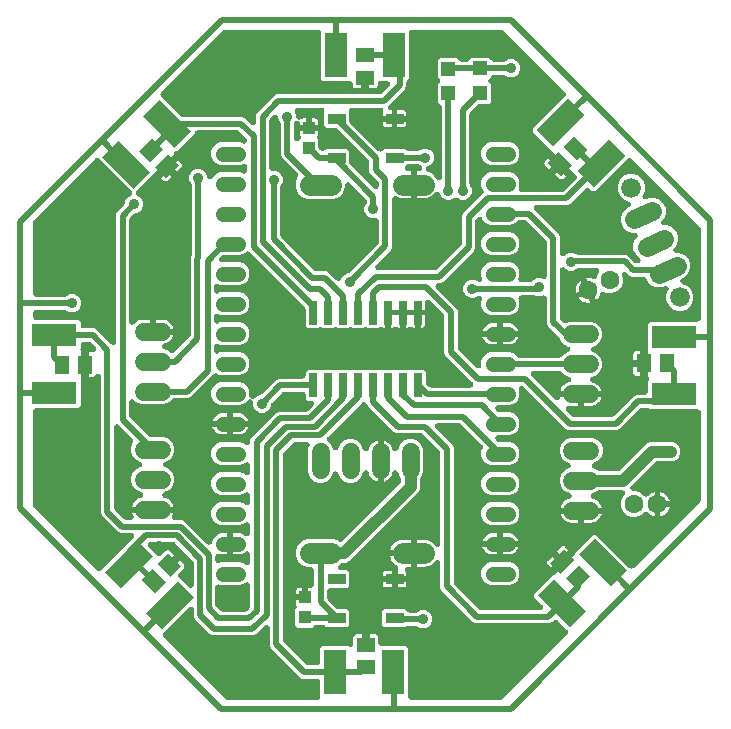
<source format=gbr>
G04 EAGLE Gerber RS-274X export*
G75*
%MOMM*%
%FSLAX34Y34*%
%LPD*%
%INBottom Copper*%
%IPPOS*%
%AMOC8*
5,1,8,0,0,1.08239X$1,22.5*%
G01*
%ADD10C,1.524000*%
%ADD11R,0.660400X2.032000*%
%ADD12R,1.500000X0.900000*%
%ADD13R,1.930400X3.810000*%
%ADD14R,3.810000X1.930400*%
%ADD15R,1.600000X1.300000*%
%ADD16R,1.300000X1.600000*%
%ADD17C,1.308000*%
%ADD18C,1.778000*%
%ADD19C,1.600000*%
%ADD20R,1.000000X1.100000*%
%ADD21R,1.200000X1.200000*%
%ADD22C,1.650000*%
%ADD23C,1.676400*%
%ADD24C,0.914400*%
%ADD25C,0.508000*%
%ADD26C,1.016000*%
%ADD27C,0.812800*%

G36*
X236312Y10946D02*
X236312Y10946D01*
X236498Y10958D01*
X236534Y10966D01*
X236571Y10970D01*
X236751Y11019D01*
X236932Y11063D01*
X236966Y11078D01*
X237002Y11088D01*
X237170Y11169D01*
X237340Y11245D01*
X237371Y11265D01*
X237404Y11281D01*
X237555Y11391D01*
X237710Y11496D01*
X237747Y11530D01*
X237766Y11543D01*
X237792Y11570D01*
X237893Y11662D01*
X292722Y66491D01*
X292754Y66529D01*
X292791Y66563D01*
X292897Y66700D01*
X293008Y66833D01*
X293033Y66877D01*
X293064Y66917D01*
X293144Y67071D01*
X293229Y67222D01*
X293246Y67269D01*
X293269Y67313D01*
X293320Y67479D01*
X293377Y67643D01*
X293385Y67693D01*
X293400Y67740D01*
X293421Y67912D01*
X293448Y68084D01*
X293447Y68134D01*
X293453Y68184D01*
X293443Y68357D01*
X293439Y68531D01*
X293429Y68580D01*
X293426Y68630D01*
X293385Y68799D01*
X293351Y68969D01*
X293332Y69015D01*
X293321Y69064D01*
X293250Y69222D01*
X293186Y69384D01*
X293160Y69426D01*
X293139Y69472D01*
X293041Y69616D01*
X292950Y69763D01*
X292916Y69800D01*
X292888Y69842D01*
X292722Y70025D01*
X284845Y77902D01*
X284806Y77934D01*
X284773Y77971D01*
X284635Y78077D01*
X284502Y78189D01*
X284459Y78213D01*
X284419Y78244D01*
X284264Y78324D01*
X284114Y78409D01*
X284067Y78426D01*
X284022Y78449D01*
X283856Y78500D01*
X283692Y78557D01*
X283643Y78565D01*
X283595Y78580D01*
X283423Y78601D01*
X283251Y78628D01*
X283201Y78627D01*
X283152Y78633D01*
X282978Y78623D01*
X282805Y78619D01*
X282756Y78609D01*
X282706Y78606D01*
X282537Y78565D01*
X282367Y78531D01*
X282320Y78513D01*
X282272Y78501D01*
X282113Y78430D01*
X281952Y78366D01*
X281909Y78340D01*
X281863Y78319D01*
X281719Y78222D01*
X281572Y78130D01*
X281535Y78097D01*
X281494Y78068D01*
X281310Y77902D01*
X279972Y76564D01*
X277918Y75713D01*
X215295Y75713D01*
X213241Y76564D01*
X186149Y103656D01*
X185298Y105710D01*
X185298Y126909D01*
X185288Y127019D01*
X185289Y127128D01*
X185269Y127240D01*
X185258Y127354D01*
X185229Y127460D01*
X185210Y127568D01*
X185170Y127675D01*
X185140Y127785D01*
X185092Y127884D01*
X185054Y127986D01*
X184996Y128085D01*
X184947Y128188D01*
X184882Y128276D01*
X184827Y128371D01*
X184752Y128457D01*
X184685Y128550D01*
X184606Y128625D01*
X184534Y128708D01*
X184445Y128780D01*
X184363Y128859D01*
X184271Y128920D01*
X184186Y128988D01*
X184086Y129043D01*
X183991Y129106D01*
X183890Y129150D01*
X183794Y129202D01*
X183685Y129238D01*
X183580Y129283D01*
X183474Y129308D01*
X183370Y129343D01*
X183256Y129359D01*
X183145Y129384D01*
X183036Y129390D01*
X182927Y129405D01*
X182813Y129401D01*
X182699Y129407D01*
X182591Y129392D01*
X182481Y129388D01*
X182370Y129364D01*
X182256Y129349D01*
X182152Y129316D01*
X182045Y129292D01*
X181939Y129248D01*
X181831Y129213D01*
X181734Y129162D01*
X181633Y129120D01*
X181537Y129058D01*
X181436Y129004D01*
X181350Y128936D01*
X181258Y128877D01*
X181175Y128799D01*
X181085Y128728D01*
X181012Y128646D01*
X180932Y128571D01*
X180801Y128408D01*
X180788Y128394D01*
X180785Y128388D01*
X180777Y128378D01*
X180144Y127507D01*
X178872Y126234D01*
X177416Y125177D01*
X175813Y124360D01*
X174102Y123804D01*
X172325Y123523D01*
X165074Y123523D01*
X165074Y134913D01*
X165072Y134942D01*
X165074Y134994D01*
X165074Y146384D01*
X172325Y146384D01*
X174102Y146103D01*
X175813Y145547D01*
X177416Y144730D01*
X178872Y143672D01*
X180144Y142400D01*
X180777Y141529D01*
X180849Y141446D01*
X180913Y141357D01*
X180996Y141278D01*
X181071Y141192D01*
X181156Y141124D01*
X181235Y141048D01*
X181331Y140985D01*
X181420Y140913D01*
X181516Y140861D01*
X181607Y140801D01*
X181712Y140755D01*
X181813Y140701D01*
X181917Y140667D01*
X182018Y140624D01*
X182129Y140598D01*
X182237Y140562D01*
X182346Y140547D01*
X182453Y140522D01*
X182567Y140517D01*
X182680Y140501D01*
X182789Y140506D01*
X182899Y140500D01*
X183012Y140515D01*
X183126Y140520D01*
X183233Y140544D01*
X183342Y140558D01*
X183451Y140593D01*
X183562Y140618D01*
X183663Y140660D01*
X183767Y140694D01*
X183868Y140747D01*
X183974Y140791D01*
X184065Y140851D01*
X184162Y140903D01*
X184252Y140973D01*
X184348Y141036D01*
X184427Y141111D01*
X184513Y141179D01*
X184589Y141264D01*
X184672Y141343D01*
X184737Y141431D01*
X184810Y141513D01*
X184869Y141611D01*
X184937Y141703D01*
X184985Y141801D01*
X185042Y141895D01*
X185083Y142001D01*
X185133Y142104D01*
X185163Y142209D01*
X185202Y142312D01*
X185224Y142424D01*
X185255Y142534D01*
X185265Y142643D01*
X185286Y142750D01*
X185296Y142960D01*
X185298Y142978D01*
X185298Y142985D01*
X185298Y142998D01*
X185298Y219763D01*
X185282Y219949D01*
X185270Y220135D01*
X185262Y220171D01*
X185258Y220208D01*
X185209Y220388D01*
X185165Y220569D01*
X185150Y220603D01*
X185140Y220638D01*
X185059Y220807D01*
X184983Y220977D01*
X184963Y221008D01*
X184947Y221041D01*
X184837Y221192D01*
X184732Y221347D01*
X184698Y221384D01*
X184685Y221403D01*
X184658Y221429D01*
X184566Y221530D01*
X170317Y235779D01*
X170174Y235899D01*
X170034Y236023D01*
X170003Y236042D01*
X169974Y236066D01*
X169812Y236158D01*
X169653Y236255D01*
X169618Y236268D01*
X169586Y236286D01*
X169410Y236348D01*
X169236Y236415D01*
X169199Y236422D01*
X169165Y236435D01*
X168980Y236464D01*
X168797Y236499D01*
X168747Y236502D01*
X168723Y236505D01*
X168686Y236504D01*
X168550Y236511D01*
X147888Y236511D01*
X145834Y237362D01*
X123602Y259594D01*
X122823Y261475D01*
X122780Y261557D01*
X122746Y261644D01*
X122677Y261755D01*
X122616Y261870D01*
X122559Y261944D01*
X122509Y262024D01*
X122422Y262120D01*
X122342Y262223D01*
X122272Y262285D01*
X122210Y262355D01*
X122106Y262434D01*
X122009Y262521D01*
X121930Y262570D01*
X121856Y262627D01*
X121740Y262687D01*
X121629Y262755D01*
X121542Y262789D01*
X121459Y262832D01*
X121334Y262870D01*
X121213Y262918D01*
X121121Y262936D01*
X121032Y262963D01*
X120903Y262979D01*
X120774Y263004D01*
X120681Y263005D01*
X120588Y263016D01*
X120458Y263009D01*
X120328Y263011D01*
X120236Y262995D01*
X120142Y262990D01*
X120016Y262959D01*
X119887Y262938D01*
X119799Y262906D01*
X119708Y262884D01*
X119589Y262831D01*
X119466Y262787D01*
X119385Y262741D01*
X119300Y262703D01*
X119192Y262629D01*
X119079Y262564D01*
X119008Y262504D01*
X118931Y262452D01*
X118747Y262286D01*
X89853Y233392D01*
X89821Y233353D01*
X89784Y233320D01*
X89678Y233182D01*
X89567Y233049D01*
X89542Y233005D01*
X89512Y232966D01*
X89432Y232811D01*
X89346Y232660D01*
X89330Y232613D01*
X89307Y232569D01*
X89256Y232403D01*
X89198Y232239D01*
X89190Y232189D01*
X89175Y232142D01*
X89155Y231970D01*
X89127Y231798D01*
X89128Y231748D01*
X89122Y231698D01*
X89133Y231525D01*
X89136Y231351D01*
X89146Y231302D01*
X89149Y231252D01*
X89190Y231084D01*
X89224Y230914D01*
X89243Y230867D01*
X89255Y230818D01*
X89325Y230660D01*
X89389Y230498D01*
X89416Y230456D01*
X89436Y230410D01*
X89534Y230267D01*
X89625Y230119D01*
X89659Y230082D01*
X89687Y230041D01*
X89853Y229857D01*
X92914Y226797D01*
X94260Y223546D01*
X94323Y223425D01*
X94378Y223300D01*
X94427Y223227D01*
X94467Y223150D01*
X94551Y223042D01*
X94627Y222929D01*
X94688Y222867D01*
X94741Y222798D01*
X94843Y222707D01*
X94939Y222608D01*
X95009Y222558D01*
X95074Y222500D01*
X95191Y222428D01*
X95302Y222348D01*
X95380Y222311D01*
X95455Y222266D01*
X95582Y222216D01*
X95706Y222157D01*
X95790Y222135D01*
X95871Y222103D01*
X96005Y222077D01*
X96137Y222041D01*
X96223Y222034D01*
X96309Y222017D01*
X96446Y222015D01*
X96582Y222003D01*
X96669Y222012D01*
X96756Y222010D01*
X96890Y222033D01*
X97027Y222046D01*
X97110Y222069D01*
X97196Y222083D01*
X97325Y222129D01*
X97457Y222166D01*
X97535Y222204D01*
X97617Y222234D01*
X97736Y222302D01*
X97858Y222362D01*
X97929Y222413D01*
X98004Y222456D01*
X98109Y222545D01*
X98219Y222625D01*
X98279Y222688D01*
X98345Y222745D01*
X98433Y222850D01*
X98527Y222949D01*
X98575Y223022D01*
X98630Y223089D01*
X98697Y223208D01*
X98772Y223322D01*
X98831Y223446D01*
X98849Y223478D01*
X98856Y223500D01*
X98878Y223546D01*
X100225Y226797D01*
X103226Y229798D01*
X107147Y231422D01*
X111391Y231422D01*
X115312Y229798D01*
X118314Y226797D01*
X120004Y222715D01*
X120101Y222531D01*
X120195Y222346D01*
X120204Y222333D01*
X120211Y222319D01*
X120339Y222155D01*
X120464Y221990D01*
X120476Y221979D01*
X120486Y221967D01*
X120640Y221829D01*
X120793Y221688D01*
X120807Y221679D01*
X120818Y221668D01*
X120995Y221560D01*
X121171Y221449D01*
X121185Y221443D01*
X121199Y221434D01*
X121391Y221359D01*
X121585Y221281D01*
X121600Y221277D01*
X121615Y221272D01*
X121818Y221232D01*
X122022Y221189D01*
X122038Y221189D01*
X122053Y221186D01*
X122261Y221183D01*
X122468Y221177D01*
X122484Y221179D01*
X122500Y221179D01*
X122704Y221213D01*
X122910Y221244D01*
X122925Y221249D01*
X122941Y221252D01*
X123135Y221322D01*
X123332Y221389D01*
X123346Y221397D01*
X123361Y221402D01*
X123541Y221506D01*
X123722Y221607D01*
X123735Y221617D01*
X123748Y221625D01*
X123908Y221760D01*
X124067Y221891D01*
X124078Y221903D01*
X124090Y221913D01*
X124222Y222073D01*
X124356Y222232D01*
X124364Y222245D01*
X124374Y222258D01*
X124476Y222439D01*
X124580Y222618D01*
X124585Y222633D01*
X124593Y222647D01*
X124661Y222844D01*
X124731Y223039D01*
X124735Y223059D01*
X124739Y223069D01*
X124740Y223076D01*
X125253Y224654D01*
X125979Y226079D01*
X126919Y227373D01*
X128050Y228504D01*
X129344Y229444D01*
X130769Y230170D01*
X132130Y230612D01*
X132130Y213174D01*
X132132Y213145D01*
X132130Y213093D01*
X132130Y195655D01*
X130769Y196097D01*
X129344Y196823D01*
X128050Y197763D01*
X126919Y198894D01*
X125979Y200188D01*
X125253Y201613D01*
X124704Y203301D01*
X124683Y203390D01*
X124677Y203404D01*
X124673Y203420D01*
X124587Y203609D01*
X124504Y203799D01*
X124495Y203812D01*
X124489Y203826D01*
X124371Y203997D01*
X124255Y204170D01*
X124244Y204181D01*
X124235Y204194D01*
X124089Y204340D01*
X123944Y204490D01*
X123931Y204499D01*
X123920Y204511D01*
X123750Y204629D01*
X123581Y204750D01*
X123566Y204757D01*
X123553Y204766D01*
X123365Y204852D01*
X123177Y204941D01*
X123161Y204945D01*
X123147Y204952D01*
X122947Y205003D01*
X122745Y205057D01*
X122730Y205059D01*
X122714Y205063D01*
X122508Y205078D01*
X122300Y205095D01*
X122284Y205094D01*
X122269Y205095D01*
X122062Y205072D01*
X121856Y205053D01*
X121840Y205048D01*
X121825Y205047D01*
X121625Y204988D01*
X121426Y204932D01*
X121411Y204925D01*
X121396Y204921D01*
X121210Y204827D01*
X121024Y204737D01*
X121011Y204727D01*
X120997Y204720D01*
X120830Y204595D01*
X120663Y204473D01*
X120652Y204461D01*
X120640Y204452D01*
X120499Y204300D01*
X120356Y204149D01*
X120347Y204136D01*
X120336Y204124D01*
X120224Y203949D01*
X120110Y203776D01*
X120101Y203757D01*
X120095Y203748D01*
X120086Y203724D01*
X120004Y203552D01*
X118314Y199470D01*
X115312Y196469D01*
X111391Y194845D01*
X107147Y194845D01*
X103226Y196469D01*
X100225Y199470D01*
X98878Y202721D01*
X98815Y202842D01*
X98760Y202967D01*
X98711Y203040D01*
X98671Y203117D01*
X98587Y203225D01*
X98511Y203338D01*
X98450Y203401D01*
X98397Y203469D01*
X98295Y203560D01*
X98199Y203659D01*
X98129Y203709D01*
X98064Y203767D01*
X97947Y203839D01*
X97836Y203919D01*
X97758Y203956D01*
X97683Y204002D01*
X97556Y204051D01*
X97432Y204110D01*
X97348Y204133D01*
X97267Y204164D01*
X97133Y204190D01*
X97001Y204226D01*
X96914Y204233D01*
X96829Y204250D01*
X96692Y204252D01*
X96556Y204264D01*
X96469Y204256D01*
X96382Y204257D01*
X96247Y204234D01*
X96111Y204221D01*
X96028Y204198D01*
X95942Y204184D01*
X95813Y204138D01*
X95681Y204101D01*
X95603Y204063D01*
X95521Y204033D01*
X95403Y203965D01*
X95280Y203905D01*
X95209Y203854D01*
X95134Y203811D01*
X95029Y203722D01*
X94919Y203642D01*
X94859Y203579D01*
X94793Y203523D01*
X94705Y203417D01*
X94611Y203318D01*
X94564Y203245D01*
X94508Y203178D01*
X94441Y203059D01*
X94366Y202945D01*
X94307Y202821D01*
X94289Y202789D01*
X94282Y202767D01*
X94260Y202721D01*
X92914Y199470D01*
X89912Y196469D01*
X85991Y194845D01*
X81747Y194845D01*
X77826Y196469D01*
X74825Y199470D01*
X73200Y203391D01*
X73200Y222876D01*
X74412Y225801D01*
X74440Y225890D01*
X74477Y225976D01*
X74506Y226103D01*
X74545Y226227D01*
X74557Y226320D01*
X74578Y226411D01*
X74585Y226541D01*
X74601Y226671D01*
X74596Y226764D01*
X74600Y226857D01*
X74583Y226986D01*
X74576Y227117D01*
X74555Y227208D01*
X74543Y227300D01*
X74503Y227424D01*
X74473Y227551D01*
X74435Y227637D01*
X74407Y227726D01*
X74346Y227841D01*
X74294Y227960D01*
X74242Y228038D01*
X74198Y228121D01*
X74117Y228223D01*
X74045Y228331D01*
X73980Y228398D01*
X73922Y228472D01*
X73824Y228558D01*
X73733Y228652D01*
X73658Y228706D01*
X73588Y228768D01*
X73476Y228836D01*
X73370Y228912D01*
X73286Y228952D01*
X73206Y229000D01*
X73084Y229047D01*
X72966Y229103D01*
X72876Y229127D01*
X72789Y229161D01*
X72661Y229185D01*
X72535Y229219D01*
X72442Y229227D01*
X72350Y229245D01*
X72103Y229257D01*
X62554Y229257D01*
X62368Y229240D01*
X62182Y229229D01*
X62146Y229220D01*
X62109Y229217D01*
X61928Y229167D01*
X61748Y229123D01*
X61714Y229108D01*
X61678Y229098D01*
X61510Y229018D01*
X61339Y228942D01*
X61309Y228921D01*
X61275Y228905D01*
X61124Y228796D01*
X60970Y228691D01*
X60932Y228657D01*
X60913Y228643D01*
X60888Y228617D01*
X60786Y228525D01*
X52721Y220459D01*
X52601Y220316D01*
X52477Y220176D01*
X52458Y220145D01*
X52434Y220116D01*
X52342Y219954D01*
X52245Y219795D01*
X52232Y219760D01*
X52214Y219728D01*
X52152Y219552D01*
X52085Y219378D01*
X52078Y219341D01*
X52065Y219307D01*
X52036Y219122D01*
X52001Y218939D01*
X51998Y218889D01*
X51995Y218865D01*
X51996Y218829D01*
X51989Y218692D01*
X51989Y61054D01*
X52005Y60868D01*
X52017Y60682D01*
X52025Y60646D01*
X52029Y60609D01*
X52078Y60429D01*
X52122Y60248D01*
X52137Y60215D01*
X52147Y60179D01*
X52228Y60010D01*
X52304Y59840D01*
X52324Y59809D01*
X52340Y59776D01*
X52450Y59625D01*
X52555Y59471D01*
X52589Y59433D01*
X52602Y59414D01*
X52629Y59389D01*
X52721Y59287D01*
X71239Y40769D01*
X71382Y40650D01*
X71521Y40526D01*
X71553Y40507D01*
X71581Y40483D01*
X71743Y40391D01*
X71903Y40294D01*
X71938Y40280D01*
X71970Y40262D01*
X72146Y40200D01*
X72320Y40133D01*
X72356Y40126D01*
X72391Y40114D01*
X72575Y40085D01*
X72759Y40050D01*
X72809Y40047D01*
X72832Y40043D01*
X72869Y40044D01*
X73006Y40037D01*
X80996Y40037D01*
X81046Y40042D01*
X81096Y40039D01*
X81268Y40062D01*
X81441Y40077D01*
X81489Y40091D01*
X81539Y40097D01*
X81704Y40150D01*
X81871Y40196D01*
X81917Y40217D01*
X81964Y40233D01*
X82117Y40314D01*
X82274Y40389D01*
X82315Y40418D01*
X82359Y40442D01*
X82495Y40549D01*
X82636Y40651D01*
X82671Y40687D01*
X82710Y40718D01*
X82825Y40848D01*
X82946Y40973D01*
X82973Y41015D01*
X83006Y41052D01*
X83097Y41200D01*
X83193Y41345D01*
X83213Y41391D01*
X83239Y41434D01*
X83301Y41596D01*
X83370Y41755D01*
X83381Y41804D01*
X83399Y41851D01*
X83432Y42022D01*
X83471Y42190D01*
X83473Y42240D01*
X83483Y42289D01*
X83495Y42537D01*
X83495Y54761D01*
X85281Y56547D01*
X107111Y56547D01*
X107367Y56291D01*
X107472Y56203D01*
X107570Y56109D01*
X107643Y56061D01*
X107710Y56005D01*
X107829Y55937D01*
X107942Y55861D01*
X108022Y55827D01*
X108098Y55784D01*
X108227Y55739D01*
X108353Y55684D01*
X108437Y55665D01*
X108519Y55636D01*
X108654Y55614D01*
X108788Y55583D01*
X108874Y55579D01*
X108960Y55565D01*
X109097Y55568D01*
X109234Y55561D01*
X109320Y55572D01*
X109407Y55574D01*
X109541Y55601D01*
X109677Y55619D01*
X109760Y55645D01*
X109845Y55662D01*
X109972Y55713D01*
X110102Y55754D01*
X110179Y55795D01*
X110260Y55827D01*
X110376Y55899D01*
X110497Y55964D01*
X110566Y56017D01*
X110639Y56063D01*
X110741Y56155D01*
X110848Y56240D01*
X110906Y56305D01*
X110970Y56363D01*
X111054Y56472D01*
X111145Y56574D01*
X111190Y56648D01*
X111243Y56717D01*
X111306Y56839D01*
X111377Y56956D01*
X111408Y57037D01*
X111448Y57114D01*
X111488Y57245D01*
X111537Y57372D01*
X111554Y57458D01*
X111579Y57541D01*
X111595Y57677D01*
X111621Y57811D01*
X111628Y57948D01*
X111632Y57984D01*
X111631Y58008D01*
X111633Y58058D01*
X111633Y64086D01*
X111806Y64733D01*
X112141Y65312D01*
X112614Y65785D01*
X113193Y66120D01*
X113840Y66293D01*
X118925Y66293D01*
X118925Y58002D01*
X118929Y57952D01*
X118927Y57902D01*
X118949Y57731D01*
X118965Y57557D01*
X118978Y57509D01*
X118984Y57459D01*
X119037Y57294D01*
X119083Y57127D01*
X119105Y57081D01*
X119120Y57034D01*
X119201Y56881D01*
X119276Y56724D01*
X119306Y56683D01*
X119329Y56639D01*
X119436Y56503D01*
X119538Y56362D01*
X119574Y56327D01*
X119605Y56288D01*
X119735Y56173D01*
X119860Y56052D01*
X119902Y56025D01*
X119939Y55992D01*
X120088Y55901D01*
X120232Y55805D01*
X120278Y55785D01*
X120321Y55759D01*
X120483Y55697D01*
X120643Y55628D01*
X120691Y55617D01*
X120738Y55599D01*
X120909Y55566D01*
X121078Y55527D01*
X121127Y55525D01*
X121177Y55515D01*
X121424Y55503D01*
X122924Y55503D01*
X122974Y55507D01*
X123024Y55505D01*
X123196Y55527D01*
X123369Y55543D01*
X123417Y55556D01*
X123467Y55563D01*
X123632Y55615D01*
X123800Y55661D01*
X123845Y55683D01*
X123892Y55698D01*
X124046Y55779D01*
X124202Y55855D01*
X124243Y55884D01*
X124287Y55907D01*
X124424Y56015D01*
X124564Y56116D01*
X124599Y56153D01*
X124638Y56184D01*
X124754Y56314D01*
X124874Y56439D01*
X124901Y56480D01*
X124935Y56518D01*
X125025Y56666D01*
X125121Y56811D01*
X125141Y56857D01*
X125167Y56899D01*
X125229Y57061D01*
X125298Y57221D01*
X125309Y57269D01*
X125327Y57316D01*
X125360Y57487D01*
X125399Y57656D01*
X125402Y57706D01*
X125411Y57755D01*
X125423Y58002D01*
X125423Y66293D01*
X130508Y66293D01*
X131155Y66120D01*
X131734Y65785D01*
X132207Y65312D01*
X132542Y64733D01*
X132715Y64086D01*
X132715Y59047D01*
X132719Y58997D01*
X132717Y58947D01*
X132739Y58775D01*
X132755Y58602D01*
X132768Y58553D01*
X132774Y58504D01*
X132827Y58339D01*
X132873Y58171D01*
X132895Y58126D01*
X132910Y58078D01*
X132991Y57925D01*
X133066Y57768D01*
X133096Y57728D01*
X133119Y57683D01*
X133226Y57547D01*
X133328Y57406D01*
X133364Y57372D01*
X133395Y57332D01*
X133525Y57217D01*
X133650Y57097D01*
X133692Y57069D01*
X133730Y57036D01*
X133878Y56946D01*
X134022Y56850D01*
X134068Y56830D01*
X134111Y56804D01*
X134273Y56741D01*
X134433Y56673D01*
X134481Y56661D01*
X134528Y56643D01*
X134699Y56611D01*
X134868Y56571D01*
X134918Y56569D01*
X134967Y56560D01*
X135214Y56547D01*
X156133Y56547D01*
X157919Y54761D01*
X157919Y13429D01*
X157923Y13379D01*
X157921Y13329D01*
X157943Y13157D01*
X157958Y12984D01*
X157972Y12936D01*
X157978Y12886D01*
X158031Y12721D01*
X158077Y12553D01*
X158099Y12508D01*
X158114Y12461D01*
X158195Y12307D01*
X158270Y12151D01*
X158300Y12110D01*
X158323Y12066D01*
X158430Y11930D01*
X158532Y11789D01*
X158568Y11754D01*
X158599Y11715D01*
X158729Y11599D01*
X158854Y11479D01*
X158896Y11452D01*
X158933Y11418D01*
X159082Y11328D01*
X159226Y11232D01*
X159272Y11212D01*
X159315Y11186D01*
X159477Y11124D01*
X159636Y11055D01*
X159685Y11044D01*
X159732Y11026D01*
X159903Y10993D01*
X160071Y10954D01*
X160121Y10951D01*
X160171Y10942D01*
X160418Y10930D01*
X236126Y10930D01*
X236312Y10946D01*
G37*
G36*
X269959Y86903D02*
X269959Y86903D01*
X270096Y86906D01*
X270181Y86923D01*
X270268Y86931D01*
X270400Y86967D01*
X270534Y86994D01*
X270614Y87026D01*
X270698Y87049D01*
X270822Y87108D01*
X270949Y87159D01*
X271022Y87205D01*
X271101Y87242D01*
X271212Y87323D01*
X271328Y87395D01*
X271392Y87453D01*
X271463Y87504D01*
X271558Y87603D01*
X271659Y87695D01*
X271712Y87764D01*
X271772Y87826D01*
X271848Y87940D01*
X271931Y88049D01*
X271971Y88126D01*
X272020Y88199D01*
X272074Y88324D01*
X272137Y88446D01*
X272162Y88529D01*
X272197Y88609D01*
X272228Y88742D01*
X272268Y88873D01*
X272278Y88959D01*
X272298Y89044D01*
X272305Y89180D01*
X272321Y89316D01*
X272316Y89403D01*
X272320Y89490D01*
X272302Y89625D01*
X272294Y89762D01*
X272273Y89847D01*
X272262Y89933D01*
X272221Y90063D01*
X272188Y90196D01*
X272153Y90276D01*
X272127Y90358D01*
X272062Y90479D01*
X272007Y90604D01*
X271958Y90676D01*
X271917Y90753D01*
X271833Y90861D01*
X271756Y90974D01*
X271664Y91075D01*
X271641Y91104D01*
X271624Y91120D01*
X271590Y91157D01*
X264762Y97985D01*
X264762Y100510D01*
X280220Y115968D01*
X280328Y115974D01*
X280364Y115983D01*
X280401Y115986D01*
X280581Y116036D01*
X280762Y116080D01*
X280796Y116095D01*
X280832Y116105D01*
X281000Y116186D01*
X281170Y116261D01*
X281201Y116282D01*
X281234Y116298D01*
X281386Y116407D01*
X281540Y116512D01*
X281577Y116546D01*
X281596Y116560D01*
X281622Y116586D01*
X281723Y116678D01*
X290272Y125227D01*
X290304Y125265D01*
X290341Y125299D01*
X290447Y125437D01*
X290558Y125570D01*
X290583Y125613D01*
X290614Y125653D01*
X290693Y125807D01*
X290709Y125835D01*
X290734Y125850D01*
X290780Y125871D01*
X290924Y125969D01*
X291071Y126060D01*
X291108Y126094D01*
X291150Y126122D01*
X291333Y126288D01*
X298694Y133649D01*
X298814Y133793D01*
X298938Y133932D01*
X298957Y133964D01*
X298981Y133992D01*
X299073Y134154D01*
X299170Y134314D01*
X299183Y134348D01*
X299201Y134380D01*
X299263Y134556D01*
X299330Y134731D01*
X299337Y134767D01*
X299350Y134802D01*
X299379Y134986D01*
X299412Y135160D01*
X314862Y150610D01*
X317388Y150610D01*
X345347Y122650D01*
X345386Y122618D01*
X345419Y122581D01*
X345557Y122475D01*
X345690Y122364D01*
X345734Y122339D01*
X345773Y122309D01*
X345928Y122229D01*
X346079Y122143D01*
X346126Y122127D01*
X346170Y122104D01*
X346336Y122053D01*
X346500Y121995D01*
X346550Y121987D01*
X346597Y121973D01*
X346769Y121952D01*
X346941Y121924D01*
X346991Y121925D01*
X347041Y121919D01*
X347214Y121930D01*
X347388Y121933D01*
X347437Y121943D01*
X347487Y121946D01*
X347655Y121987D01*
X347826Y122022D01*
X347872Y122040D01*
X347921Y122052D01*
X348079Y122122D01*
X348241Y122186D01*
X348283Y122213D01*
X348329Y122233D01*
X348473Y122331D01*
X348620Y122423D01*
X348657Y122456D01*
X348698Y122484D01*
X348882Y122650D01*
X404957Y178726D01*
X405077Y178869D01*
X405201Y179009D01*
X405220Y179040D01*
X405244Y179069D01*
X405336Y179231D01*
X405433Y179390D01*
X405446Y179425D01*
X405464Y179457D01*
X405526Y179633D01*
X405593Y179807D01*
X405600Y179843D01*
X405613Y179878D01*
X405642Y180063D01*
X405677Y180246D01*
X405680Y180296D01*
X405683Y180319D01*
X405682Y180356D01*
X405689Y180493D01*
X405689Y254238D01*
X405685Y254288D01*
X405687Y254338D01*
X405665Y254510D01*
X405649Y254683D01*
X405636Y254732D01*
X405630Y254781D01*
X405577Y254946D01*
X405531Y255114D01*
X405509Y255159D01*
X405494Y255207D01*
X405413Y255360D01*
X405338Y255517D01*
X405308Y255557D01*
X405285Y255601D01*
X405178Y255738D01*
X405076Y255879D01*
X405040Y255913D01*
X405009Y255953D01*
X404879Y256068D01*
X404754Y256188D01*
X404712Y256216D01*
X404674Y256249D01*
X404526Y256339D01*
X404382Y256435D01*
X404336Y256455D01*
X404293Y256481D01*
X404131Y256544D01*
X403971Y256612D01*
X403923Y256624D01*
X403876Y256642D01*
X403705Y256674D01*
X403536Y256714D01*
X403486Y256716D01*
X403437Y256725D01*
X403190Y256738D01*
X362571Y256738D01*
X362091Y257218D01*
X361948Y257337D01*
X361809Y257461D01*
X361777Y257480D01*
X361748Y257504D01*
X361586Y257596D01*
X361427Y257693D01*
X361392Y257706D01*
X361360Y257725D01*
X361184Y257787D01*
X361010Y257854D01*
X360974Y257861D01*
X360939Y257873D01*
X360754Y257902D01*
X360571Y257937D01*
X360521Y257940D01*
X360498Y257944D01*
X360461Y257943D01*
X360324Y257950D01*
X355912Y257950D01*
X355726Y257933D01*
X355540Y257922D01*
X355504Y257913D01*
X355467Y257910D01*
X355286Y257860D01*
X355106Y257816D01*
X355072Y257801D01*
X355036Y257791D01*
X354868Y257710D01*
X354697Y257635D01*
X354667Y257614D01*
X354633Y257598D01*
X354482Y257489D01*
X354328Y257384D01*
X354291Y257350D01*
X354272Y257336D01*
X354246Y257310D01*
X354145Y257218D01*
X336889Y239962D01*
X334835Y239111D01*
X293688Y239111D01*
X291634Y239962D01*
X289711Y241886D01*
X255849Y275748D01*
X255710Y275863D01*
X255576Y275983D01*
X255539Y276006D01*
X255506Y276034D01*
X255349Y276123D01*
X255196Y276218D01*
X255155Y276233D01*
X255117Y276255D01*
X254947Y276315D01*
X254780Y276380D01*
X254737Y276389D01*
X254696Y276403D01*
X254518Y276432D01*
X254341Y276466D01*
X254298Y276467D01*
X254255Y276474D01*
X254075Y276470D01*
X253895Y276473D01*
X253852Y276466D01*
X253808Y276465D01*
X253632Y276429D01*
X253454Y276400D01*
X253413Y276385D01*
X253370Y276377D01*
X253203Y276310D01*
X253033Y276250D01*
X252996Y276228D01*
X252955Y276212D01*
X252802Y276116D01*
X252646Y276027D01*
X252613Y275999D01*
X252576Y275976D01*
X252442Y275855D01*
X252305Y275739D01*
X252277Y275705D01*
X252245Y275676D01*
X252135Y275533D01*
X252020Y275394D01*
X251999Y275356D01*
X251972Y275322D01*
X251890Y275162D01*
X251802Y275005D01*
X251787Y274964D01*
X251767Y274925D01*
X251715Y274753D01*
X251656Y274583D01*
X251649Y274540D01*
X251636Y274498D01*
X251615Y274319D01*
X251587Y274141D01*
X251588Y274098D01*
X251583Y274054D01*
X251594Y273875D01*
X251598Y273695D01*
X251607Y273652D01*
X251610Y273609D01*
X251652Y273434D01*
X251689Y273257D01*
X251709Y273200D01*
X251716Y273175D01*
X251731Y273141D01*
X251772Y273024D01*
X252234Y271909D01*
X252234Y268094D01*
X250775Y264570D01*
X248077Y261872D01*
X244553Y260413D01*
X234232Y260413D01*
X234095Y260400D01*
X233959Y260398D01*
X233874Y260381D01*
X233787Y260373D01*
X233655Y260336D01*
X233521Y260309D01*
X233440Y260277D01*
X233356Y260254D01*
X233233Y260195D01*
X233106Y260145D01*
X233032Y260099D01*
X232953Y260061D01*
X232842Y259981D01*
X232726Y259908D01*
X232662Y259850D01*
X232591Y259799D01*
X232497Y259701D01*
X232395Y259609D01*
X232342Y259540D01*
X232282Y259477D01*
X232206Y259363D01*
X232123Y259255D01*
X232083Y259177D01*
X232035Y259105D01*
X231981Y258979D01*
X231918Y258858D01*
X231892Y258774D01*
X231858Y258695D01*
X231827Y258562D01*
X231787Y258431D01*
X231776Y258344D01*
X231757Y258260D01*
X231750Y258123D01*
X231734Y257987D01*
X231739Y257900D01*
X231734Y257814D01*
X231752Y257678D01*
X231760Y257541D01*
X231781Y257457D01*
X231792Y257371D01*
X231834Y257240D01*
X231866Y257107D01*
X231901Y257028D01*
X231928Y256945D01*
X231992Y256824D01*
X232047Y256699D01*
X232096Y256627D01*
X232137Y256550D01*
X232221Y256443D01*
X232298Y256330D01*
X232390Y256228D01*
X232413Y256199D01*
X232431Y256184D01*
X232464Y256146D01*
X233689Y254922D01*
X233832Y254803D01*
X233971Y254679D01*
X234003Y254659D01*
X234031Y254636D01*
X234194Y254543D01*
X234353Y254447D01*
X234387Y254433D01*
X234420Y254415D01*
X234596Y254353D01*
X234770Y254286D01*
X234806Y254279D01*
X234841Y254267D01*
X235025Y254237D01*
X235209Y254202D01*
X235259Y254200D01*
X235282Y254196D01*
X235319Y254197D01*
X235456Y254190D01*
X244553Y254190D01*
X248077Y252730D01*
X250775Y250033D01*
X252234Y246509D01*
X252234Y242694D01*
X250775Y239170D01*
X248077Y236472D01*
X244553Y235013D01*
X234232Y235013D01*
X234095Y235000D01*
X233959Y234998D01*
X233874Y234981D01*
X233787Y234973D01*
X233655Y234936D01*
X233521Y234909D01*
X233440Y234877D01*
X233356Y234854D01*
X233233Y234795D01*
X233106Y234745D01*
X233032Y234699D01*
X232953Y234661D01*
X232842Y234581D01*
X232726Y234508D01*
X232662Y234450D01*
X232591Y234399D01*
X232497Y234301D01*
X232395Y234209D01*
X232342Y234140D01*
X232282Y234077D01*
X232206Y233963D01*
X232123Y233855D01*
X232083Y233777D01*
X232035Y233705D01*
X231981Y233579D01*
X231918Y233458D01*
X231892Y233374D01*
X231858Y233295D01*
X231827Y233162D01*
X231787Y233031D01*
X231776Y232944D01*
X231757Y232860D01*
X231750Y232723D01*
X231734Y232587D01*
X231739Y232500D01*
X231734Y232414D01*
X231752Y232278D01*
X231760Y232141D01*
X231781Y232057D01*
X231792Y231971D01*
X231834Y231840D01*
X231866Y231707D01*
X231901Y231628D01*
X231928Y231545D01*
X231992Y231424D01*
X232047Y231299D01*
X232096Y231227D01*
X232137Y231150D01*
X232221Y231043D01*
X232298Y230930D01*
X232390Y230828D01*
X232413Y230799D01*
X232431Y230783D01*
X232464Y230746D01*
X233689Y229522D01*
X233832Y229403D01*
X233971Y229279D01*
X234003Y229259D01*
X234031Y229236D01*
X234194Y229143D01*
X234353Y229047D01*
X234387Y229033D01*
X234420Y229015D01*
X234596Y228953D01*
X234770Y228886D01*
X234806Y228879D01*
X234841Y228867D01*
X235025Y228837D01*
X235209Y228802D01*
X235259Y228800D01*
X235282Y228796D01*
X235319Y228797D01*
X235456Y228790D01*
X244553Y228790D01*
X248077Y227330D01*
X250775Y224633D01*
X252234Y221109D01*
X252234Y217294D01*
X250775Y213770D01*
X248077Y211072D01*
X244553Y209613D01*
X227658Y209613D01*
X224134Y211072D01*
X221437Y213770D01*
X219977Y217294D01*
X219977Y221109D01*
X221188Y224033D01*
X221190Y224039D01*
X221193Y224045D01*
X221256Y224251D01*
X221322Y224460D01*
X221322Y224466D01*
X221324Y224472D01*
X221350Y224686D01*
X221377Y224903D01*
X221377Y224909D01*
X221377Y224916D01*
X221365Y225130D01*
X221353Y225349D01*
X221351Y225355D01*
X221351Y225362D01*
X221301Y225566D01*
X221249Y225783D01*
X221246Y225789D01*
X221245Y225796D01*
X221157Y225993D01*
X221070Y226193D01*
X221066Y226198D01*
X221064Y226204D01*
X220941Y226384D01*
X220821Y226563D01*
X220816Y226568D01*
X220813Y226573D01*
X220646Y226757D01*
X203124Y244279D01*
X202981Y244399D01*
X202841Y244523D01*
X202810Y244542D01*
X202781Y244566D01*
X202619Y244658D01*
X202460Y244755D01*
X202425Y244768D01*
X202393Y244786D01*
X202217Y244848D01*
X202043Y244915D01*
X202006Y244922D01*
X201971Y244935D01*
X201787Y244964D01*
X201604Y244999D01*
X201554Y245002D01*
X201530Y245005D01*
X201493Y245004D01*
X201357Y245011D01*
X182926Y245011D01*
X182790Y244999D01*
X182653Y244996D01*
X182568Y244979D01*
X182481Y244971D01*
X182349Y244935D01*
X182215Y244908D01*
X182134Y244876D01*
X182050Y244853D01*
X181927Y244794D01*
X181800Y244743D01*
X181726Y244697D01*
X181648Y244660D01*
X181537Y244579D01*
X181421Y244507D01*
X181356Y244449D01*
X181286Y244398D01*
X181191Y244299D01*
X181090Y244207D01*
X181037Y244138D01*
X180976Y244076D01*
X180901Y243962D01*
X180817Y243853D01*
X180777Y243776D01*
X180729Y243704D01*
X180675Y243578D01*
X180612Y243456D01*
X180587Y243373D01*
X180552Y243293D01*
X180521Y243160D01*
X180481Y243029D01*
X180471Y242943D01*
X180451Y242858D01*
X180444Y242722D01*
X180428Y242586D01*
X180433Y242499D01*
X180429Y242412D01*
X180447Y242277D01*
X180455Y242140D01*
X180475Y242055D01*
X180487Y241969D01*
X180528Y241839D01*
X180560Y241706D01*
X180596Y241626D01*
X180622Y241544D01*
X180686Y241423D01*
X180742Y241298D01*
X180791Y241226D01*
X180831Y241149D01*
X180916Y241041D01*
X180993Y240928D01*
X181085Y240827D01*
X181107Y240798D01*
X181125Y240782D01*
X181159Y240745D01*
X195625Y226279D01*
X196476Y224225D01*
X196476Y110172D01*
X196492Y109986D01*
X196504Y109800D01*
X196512Y109764D01*
X196516Y109727D01*
X196565Y109546D01*
X196609Y109366D01*
X196624Y109332D01*
X196634Y109296D01*
X196715Y109128D01*
X196791Y108958D01*
X196811Y108927D01*
X196827Y108893D01*
X196937Y108742D01*
X197042Y108588D01*
X197076Y108551D01*
X197089Y108532D01*
X197116Y108506D01*
X197208Y108405D01*
X217990Y87623D01*
X218133Y87503D01*
X218272Y87379D01*
X218304Y87360D01*
X218332Y87336D01*
X218494Y87244D01*
X218654Y87147D01*
X218688Y87134D01*
X218721Y87116D01*
X218897Y87054D01*
X219071Y86987D01*
X219107Y86980D01*
X219142Y86968D01*
X219326Y86938D01*
X219510Y86903D01*
X219560Y86901D01*
X219583Y86897D01*
X219620Y86898D01*
X219757Y86891D01*
X269823Y86891D01*
X269959Y86903D01*
G37*
G36*
X21698Y124744D02*
X21698Y124744D01*
X21785Y124746D01*
X21919Y124773D01*
X22055Y124790D01*
X22138Y124817D01*
X22223Y124834D01*
X22350Y124884D01*
X22480Y124926D01*
X22557Y124967D01*
X22638Y124999D01*
X22754Y125071D01*
X22875Y125135D01*
X22943Y125189D01*
X23017Y125235D01*
X23119Y125327D01*
X23226Y125411D01*
X23284Y125476D01*
X23348Y125535D01*
X23432Y125643D01*
X23523Y125745D01*
X23568Y125820D01*
X23621Y125889D01*
X23684Y126010D01*
X23755Y126127D01*
X23786Y126208D01*
X23826Y126285D01*
X23866Y126416D01*
X23915Y126544D01*
X23932Y126629D01*
X23957Y126712D01*
X23973Y126848D01*
X23999Y126983D01*
X24006Y127119D01*
X24010Y127156D01*
X24009Y127179D01*
X24011Y127230D01*
X24011Y134112D01*
X23997Y134276D01*
X23990Y134440D01*
X23977Y134498D01*
X23971Y134557D01*
X23928Y134716D01*
X23892Y134876D01*
X23869Y134930D01*
X23853Y134988D01*
X23782Y135136D01*
X23718Y135287D01*
X23685Y135337D01*
X23660Y135391D01*
X23563Y135524D01*
X23474Y135661D01*
X23433Y135704D01*
X23398Y135753D01*
X23279Y135866D01*
X23167Y135985D01*
X23119Y136021D01*
X23076Y136062D01*
X22939Y136153D01*
X22807Y136250D01*
X22753Y136276D01*
X22704Y136309D01*
X22553Y136374D01*
X22406Y136446D01*
X22348Y136463D01*
X22293Y136486D01*
X22134Y136523D01*
X21976Y136568D01*
X21916Y136574D01*
X21858Y136588D01*
X21695Y136596D01*
X21531Y136612D01*
X21472Y136607D01*
X21412Y136610D01*
X21250Y136589D01*
X21086Y136575D01*
X21028Y136560D01*
X20969Y136552D01*
X20813Y136502D01*
X20654Y136460D01*
X20600Y136434D01*
X20544Y136416D01*
X20399Y136340D01*
X20250Y136270D01*
X20179Y136223D01*
X20149Y136207D01*
X20121Y136186D01*
X20043Y136134D01*
X18805Y135235D01*
X17531Y134586D01*
X16172Y134144D01*
X14760Y133921D01*
X10005Y133921D01*
X10005Y143001D01*
X10005Y143002D01*
X10005Y152082D01*
X14760Y152082D01*
X16172Y151859D01*
X17531Y151417D01*
X18805Y150768D01*
X20043Y149868D01*
X20184Y149784D01*
X20320Y149693D01*
X20375Y149670D01*
X20426Y149639D01*
X20580Y149581D01*
X20731Y149516D01*
X20789Y149503D01*
X20845Y149482D01*
X21006Y149452D01*
X21166Y149415D01*
X21225Y149412D01*
X21284Y149402D01*
X21448Y149401D01*
X21612Y149393D01*
X21671Y149401D01*
X21731Y149401D01*
X21892Y149430D01*
X22055Y149451D01*
X22112Y149469D01*
X22170Y149479D01*
X22324Y149537D01*
X22480Y149586D01*
X22533Y149614D01*
X22589Y149635D01*
X22730Y149719D01*
X22875Y149796D01*
X22922Y149832D01*
X22973Y149863D01*
X23097Y149970D01*
X23226Y150072D01*
X23266Y150116D01*
X23311Y150155D01*
X23414Y150283D01*
X23523Y150406D01*
X23554Y150457D01*
X23591Y150503D01*
X23669Y150647D01*
X23755Y150788D01*
X23776Y150843D01*
X23805Y150896D01*
X23856Y151051D01*
X23915Y151204D01*
X23927Y151263D01*
X23945Y151320D01*
X23968Y151482D01*
X23999Y151643D01*
X24003Y151729D01*
X24008Y151762D01*
X24007Y151797D01*
X24011Y151890D01*
X24011Y158773D01*
X23999Y158909D01*
X23996Y159046D01*
X23979Y159131D01*
X23971Y159218D01*
X23935Y159350D01*
X23908Y159484D01*
X23876Y159565D01*
X23853Y159648D01*
X23794Y159772D01*
X23743Y159899D01*
X23697Y159973D01*
X23660Y160051D01*
X23579Y160162D01*
X23507Y160278D01*
X23449Y160343D01*
X23398Y160413D01*
X23299Y160508D01*
X23207Y160609D01*
X23138Y160662D01*
X23076Y160723D01*
X22962Y160798D01*
X22853Y160882D01*
X22776Y160922D01*
X22704Y160970D01*
X22578Y161024D01*
X22456Y161087D01*
X22373Y161112D01*
X22293Y161147D01*
X22160Y161178D01*
X22029Y161218D01*
X21943Y161228D01*
X21858Y161248D01*
X21722Y161255D01*
X21586Y161271D01*
X21499Y161266D01*
X21412Y161270D01*
X21277Y161252D01*
X21140Y161244D01*
X21055Y161224D01*
X20969Y161212D01*
X20839Y161171D01*
X20706Y161139D01*
X20626Y161103D01*
X20544Y161077D01*
X20423Y161013D01*
X20298Y160957D01*
X20226Y160908D01*
X20149Y160868D01*
X20041Y160783D01*
X19928Y160706D01*
X19827Y160614D01*
X19798Y160592D01*
X19782Y160574D01*
X19745Y160540D01*
X19477Y160272D01*
X15953Y158813D01*
X-942Y158813D01*
X-4466Y160272D01*
X-7163Y162970D01*
X-8623Y166494D01*
X-8623Y170309D01*
X-7163Y173833D01*
X-4466Y176530D01*
X-942Y177990D01*
X15953Y177990D01*
X19477Y176530D01*
X19745Y176263D01*
X19850Y176175D01*
X19948Y176080D01*
X20021Y176032D01*
X20088Y175976D01*
X20206Y175909D01*
X20320Y175833D01*
X20400Y175799D01*
X20476Y175756D01*
X20605Y175710D01*
X20731Y175656D01*
X20815Y175636D01*
X20897Y175607D01*
X21033Y175586D01*
X21166Y175555D01*
X21252Y175551D01*
X21338Y175537D01*
X21475Y175539D01*
X21612Y175533D01*
X21698Y175544D01*
X21785Y175546D01*
X21919Y175573D01*
X22055Y175590D01*
X22138Y175617D01*
X22223Y175634D01*
X22350Y175684D01*
X22480Y175726D01*
X22557Y175767D01*
X22638Y175799D01*
X22754Y175871D01*
X22875Y175935D01*
X22943Y175989D01*
X23017Y176035D01*
X23119Y176127D01*
X23226Y176211D01*
X23284Y176276D01*
X23348Y176335D01*
X23432Y176443D01*
X23523Y176545D01*
X23568Y176620D01*
X23621Y176689D01*
X23684Y176810D01*
X23755Y176927D01*
X23786Y177008D01*
X23826Y177085D01*
X23866Y177216D01*
X23915Y177344D01*
X23932Y177429D01*
X23957Y177512D01*
X23973Y177648D01*
X23999Y177783D01*
X24006Y177919D01*
X24010Y177956D01*
X24009Y177979D01*
X24011Y178030D01*
X24011Y184173D01*
X23999Y184309D01*
X23996Y184446D01*
X23979Y184531D01*
X23971Y184618D01*
X23935Y184750D01*
X23908Y184884D01*
X23876Y184965D01*
X23853Y185048D01*
X23794Y185172D01*
X23743Y185299D01*
X23697Y185373D01*
X23660Y185451D01*
X23579Y185562D01*
X23507Y185678D01*
X23449Y185743D01*
X23398Y185813D01*
X23299Y185908D01*
X23207Y186009D01*
X23138Y186062D01*
X23076Y186123D01*
X22962Y186198D01*
X22853Y186282D01*
X22776Y186322D01*
X22704Y186370D01*
X22578Y186424D01*
X22456Y186487D01*
X22373Y186512D01*
X22293Y186547D01*
X22160Y186578D01*
X22029Y186618D01*
X21943Y186628D01*
X21858Y186648D01*
X21722Y186655D01*
X21586Y186671D01*
X21499Y186666D01*
X21412Y186670D01*
X21277Y186652D01*
X21140Y186644D01*
X21055Y186624D01*
X20969Y186612D01*
X20839Y186571D01*
X20706Y186539D01*
X20626Y186503D01*
X20544Y186477D01*
X20423Y186413D01*
X20298Y186357D01*
X20226Y186308D01*
X20149Y186268D01*
X20041Y186183D01*
X19928Y186106D01*
X19827Y186014D01*
X19798Y185992D01*
X19782Y185974D01*
X19745Y185940D01*
X19477Y185672D01*
X15953Y184213D01*
X-942Y184213D01*
X-4466Y185672D01*
X-7163Y188370D01*
X-8623Y191894D01*
X-8623Y195709D01*
X-7163Y199233D01*
X-4466Y201930D01*
X-942Y203390D01*
X15953Y203390D01*
X19477Y201930D01*
X19745Y201663D01*
X19850Y201575D01*
X19948Y201480D01*
X20021Y201432D01*
X20088Y201376D01*
X20206Y201309D01*
X20320Y201233D01*
X20400Y201199D01*
X20476Y201156D01*
X20605Y201110D01*
X20731Y201056D01*
X20815Y201036D01*
X20897Y201007D01*
X21033Y200986D01*
X21166Y200955D01*
X21252Y200951D01*
X21338Y200937D01*
X21475Y200939D01*
X21612Y200933D01*
X21698Y200944D01*
X21785Y200946D01*
X21919Y200973D01*
X22055Y200990D01*
X22138Y201017D01*
X22223Y201034D01*
X22350Y201084D01*
X22480Y201126D01*
X22557Y201167D01*
X22638Y201199D01*
X22754Y201271D01*
X22875Y201335D01*
X22943Y201389D01*
X23017Y201435D01*
X23119Y201527D01*
X23226Y201611D01*
X23284Y201676D01*
X23348Y201735D01*
X23432Y201843D01*
X23523Y201945D01*
X23568Y202020D01*
X23621Y202089D01*
X23684Y202210D01*
X23755Y202327D01*
X23786Y202408D01*
X23826Y202485D01*
X23866Y202616D01*
X23915Y202744D01*
X23932Y202829D01*
X23957Y202912D01*
X23973Y203048D01*
X23999Y203183D01*
X24006Y203319D01*
X24010Y203356D01*
X24009Y203379D01*
X24011Y203430D01*
X24011Y209573D01*
X23999Y209709D01*
X23996Y209846D01*
X23979Y209931D01*
X23971Y210018D01*
X23935Y210150D01*
X23908Y210284D01*
X23876Y210365D01*
X23853Y210448D01*
X23794Y210572D01*
X23743Y210699D01*
X23697Y210773D01*
X23660Y210851D01*
X23579Y210962D01*
X23507Y211078D01*
X23449Y211143D01*
X23398Y211213D01*
X23299Y211308D01*
X23207Y211409D01*
X23138Y211462D01*
X23076Y211523D01*
X22962Y211598D01*
X22853Y211682D01*
X22776Y211722D01*
X22704Y211770D01*
X22578Y211824D01*
X22456Y211887D01*
X22373Y211912D01*
X22293Y211947D01*
X22160Y211978D01*
X22029Y212018D01*
X21943Y212028D01*
X21858Y212048D01*
X21722Y212055D01*
X21586Y212071D01*
X21499Y212066D01*
X21412Y212070D01*
X21277Y212052D01*
X21140Y212044D01*
X21055Y212024D01*
X20969Y212012D01*
X20839Y211971D01*
X20706Y211939D01*
X20626Y211903D01*
X20544Y211877D01*
X20423Y211813D01*
X20298Y211757D01*
X20226Y211708D01*
X20149Y211668D01*
X20041Y211583D01*
X19928Y211506D01*
X19827Y211414D01*
X19798Y211392D01*
X19782Y211374D01*
X19745Y211340D01*
X19477Y211072D01*
X15953Y209613D01*
X-942Y209613D01*
X-4466Y211072D01*
X-7163Y213770D01*
X-8623Y217294D01*
X-8623Y221109D01*
X-7163Y224633D01*
X-4466Y227330D01*
X-942Y228790D01*
X15953Y228790D01*
X19477Y227330D01*
X19745Y227063D01*
X19850Y226975D01*
X19948Y226880D01*
X20021Y226832D01*
X20088Y226776D01*
X20206Y226709D01*
X20320Y226633D01*
X20400Y226599D01*
X20476Y226556D01*
X20605Y226510D01*
X20731Y226456D01*
X20815Y226436D01*
X20897Y226407D01*
X21033Y226386D01*
X21166Y226355D01*
X21252Y226351D01*
X21338Y226337D01*
X21475Y226339D01*
X21612Y226333D01*
X21698Y226344D01*
X21785Y226346D01*
X21919Y226373D01*
X22055Y226390D01*
X22138Y226417D01*
X22223Y226434D01*
X22350Y226484D01*
X22480Y226526D01*
X22557Y226567D01*
X22638Y226599D01*
X22754Y226671D01*
X22875Y226735D01*
X22943Y226789D01*
X23017Y226835D01*
X23119Y226927D01*
X23226Y227011D01*
X23284Y227076D01*
X23348Y227135D01*
X23432Y227243D01*
X23523Y227345D01*
X23568Y227420D01*
X23621Y227489D01*
X23684Y227610D01*
X23755Y227727D01*
X23786Y227808D01*
X23826Y227885D01*
X23866Y228016D01*
X23915Y228144D01*
X23932Y228229D01*
X23957Y228312D01*
X23973Y228448D01*
X23999Y228583D01*
X24006Y228719D01*
X24010Y228756D01*
X24009Y228779D01*
X24011Y228830D01*
X24011Y230412D01*
X24862Y232466D01*
X46434Y254038D01*
X48488Y254889D01*
X71650Y254889D01*
X71836Y254905D01*
X72022Y254917D01*
X72058Y254925D01*
X72095Y254929D01*
X72275Y254978D01*
X72456Y255022D01*
X72490Y255037D01*
X72525Y255047D01*
X72694Y255128D01*
X72864Y255204D01*
X72895Y255224D01*
X72928Y255240D01*
X73079Y255350D01*
X73234Y255455D01*
X73271Y255489D01*
X73290Y255502D01*
X73316Y255529D01*
X73417Y255621D01*
X77619Y259823D01*
X77707Y259928D01*
X77802Y260027D01*
X77850Y260099D01*
X77906Y260166D01*
X77973Y260285D01*
X78049Y260399D01*
X78084Y260479D01*
X78127Y260554D01*
X78172Y260683D01*
X78226Y260809D01*
X78246Y260893D01*
X78275Y260976D01*
X78296Y261111D01*
X78327Y261244D01*
X78332Y261331D01*
X78345Y261417D01*
X78343Y261554D01*
X78349Y261690D01*
X78338Y261776D01*
X78336Y261863D01*
X78309Y261997D01*
X78292Y262133D01*
X78265Y262216D01*
X78248Y262301D01*
X78198Y262428D01*
X78156Y262559D01*
X78115Y262635D01*
X78083Y262716D01*
X78011Y262833D01*
X77947Y262953D01*
X77893Y263022D01*
X77847Y263096D01*
X77755Y263197D01*
X77671Y263305D01*
X77606Y263362D01*
X77547Y263427D01*
X77439Y263510D01*
X77337Y263601D01*
X77262Y263646D01*
X77193Y263699D01*
X77072Y263762D01*
X76955Y263833D01*
X76874Y263864D01*
X76797Y263904D01*
X76666Y263944D01*
X76538Y263994D01*
X76453Y264010D01*
X76370Y264035D01*
X76234Y264052D01*
X76099Y264077D01*
X75963Y264084D01*
X75926Y264088D01*
X75903Y264087D01*
X75852Y264090D01*
X72975Y264090D01*
X71190Y265875D01*
X71190Y269210D01*
X71185Y269260D01*
X71188Y269310D01*
X71165Y269482D01*
X71150Y269655D01*
X71136Y269704D01*
X71130Y269753D01*
X71077Y269918D01*
X71031Y270086D01*
X71009Y270131D01*
X70994Y270179D01*
X70913Y270332D01*
X70838Y270489D01*
X70808Y270529D01*
X70785Y270573D01*
X70678Y270710D01*
X70576Y270851D01*
X70540Y270885D01*
X70509Y270925D01*
X70379Y271040D01*
X70254Y271160D01*
X70212Y271188D01*
X70175Y271221D01*
X70026Y271311D01*
X69882Y271407D01*
X69836Y271427D01*
X69793Y271453D01*
X69631Y271515D01*
X69472Y271584D01*
X69423Y271596D01*
X69376Y271614D01*
X69205Y271646D01*
X69037Y271685D01*
X68987Y271688D01*
X68937Y271697D01*
X68690Y271710D01*
X53148Y271710D01*
X52962Y271693D01*
X52776Y271682D01*
X52741Y271673D01*
X52704Y271670D01*
X52523Y271620D01*
X52342Y271576D01*
X52309Y271561D01*
X52273Y271551D01*
X52104Y271470D01*
X51934Y271395D01*
X51904Y271374D01*
X51870Y271358D01*
X51719Y271249D01*
X51565Y271144D01*
X51527Y271110D01*
X51508Y271096D01*
X51483Y271069D01*
X51381Y270978D01*
X42553Y262149D01*
X42433Y262006D01*
X42309Y261866D01*
X42290Y261835D01*
X42266Y261806D01*
X42174Y261644D01*
X42077Y261485D01*
X42064Y261450D01*
X42046Y261418D01*
X41984Y261242D01*
X41917Y261068D01*
X41910Y261031D01*
X41897Y260997D01*
X41868Y260812D01*
X41833Y260629D01*
X41830Y260579D01*
X41827Y260555D01*
X41828Y260518D01*
X41821Y260382D01*
X41821Y260184D01*
X40661Y257383D01*
X38517Y255239D01*
X35716Y254079D01*
X32684Y254079D01*
X29883Y255239D01*
X27739Y257383D01*
X26579Y260184D01*
X26579Y262941D01*
X26567Y263077D01*
X26564Y263214D01*
X26547Y263299D01*
X26539Y263386D01*
X26503Y263518D01*
X26476Y263652D01*
X26444Y263733D01*
X26421Y263816D01*
X26362Y263940D01*
X26311Y264067D01*
X26265Y264141D01*
X26228Y264219D01*
X26147Y264330D01*
X26075Y264446D01*
X26017Y264511D01*
X25966Y264581D01*
X25867Y264676D01*
X25775Y264777D01*
X25706Y264830D01*
X25644Y264891D01*
X25530Y264966D01*
X25421Y265050D01*
X25344Y265090D01*
X25272Y265138D01*
X25146Y265192D01*
X25024Y265255D01*
X24941Y265280D01*
X24861Y265315D01*
X24728Y265346D01*
X24597Y265386D01*
X24511Y265396D01*
X24426Y265416D01*
X24290Y265423D01*
X24154Y265439D01*
X24067Y265434D01*
X23980Y265438D01*
X23845Y265420D01*
X23708Y265412D01*
X23623Y265392D01*
X23537Y265380D01*
X23407Y265339D01*
X23274Y265307D01*
X23195Y265271D01*
X23112Y265245D01*
X22991Y265181D01*
X22866Y265125D01*
X22794Y265076D01*
X22717Y265036D01*
X22609Y264951D01*
X22496Y264874D01*
X22395Y264783D01*
X22366Y264760D01*
X22350Y264742D01*
X22313Y264708D01*
X19477Y261872D01*
X15953Y260413D01*
X-942Y260413D01*
X-4466Y261872D01*
X-7163Y264570D01*
X-8623Y268094D01*
X-8623Y271909D01*
X-7163Y275433D01*
X-4466Y278130D01*
X-942Y279590D01*
X15953Y279590D01*
X19477Y278130D01*
X22175Y275433D01*
X23634Y271909D01*
X23634Y267945D01*
X23647Y267809D01*
X23649Y267672D01*
X23666Y267587D01*
X23674Y267500D01*
X23711Y267368D01*
X23738Y267234D01*
X23770Y267154D01*
X23793Y267070D01*
X23852Y266946D01*
X23902Y266819D01*
X23948Y266745D01*
X23986Y266667D01*
X24066Y266556D01*
X24139Y266440D01*
X24197Y266376D01*
X24248Y266305D01*
X24346Y266210D01*
X24438Y266109D01*
X24507Y266056D01*
X24570Y265996D01*
X24684Y265920D01*
X24792Y265836D01*
X24870Y265797D01*
X24942Y265748D01*
X25068Y265694D01*
X25189Y265631D01*
X25272Y265606D01*
X25352Y265571D01*
X25485Y265540D01*
X25616Y265500D01*
X25703Y265490D01*
X25787Y265470D01*
X25924Y265463D01*
X26060Y265447D01*
X26147Y265452D01*
X26233Y265448D01*
X26369Y265466D01*
X26506Y265474D01*
X26590Y265495D01*
X26676Y265506D01*
X26807Y265547D01*
X26940Y265580D01*
X27019Y265615D01*
X27102Y265641D01*
X27223Y265705D01*
X27348Y265761D01*
X27420Y265810D01*
X27497Y265851D01*
X27604Y265935D01*
X27717Y266012D01*
X27819Y266104D01*
X27848Y266127D01*
X27863Y266144D01*
X27901Y266178D01*
X29883Y268161D01*
X32684Y269321D01*
X32882Y269321D01*
X33068Y269337D01*
X33254Y269349D01*
X33290Y269357D01*
X33327Y269361D01*
X33507Y269410D01*
X33688Y269454D01*
X33722Y269469D01*
X33757Y269479D01*
X33926Y269560D01*
X34096Y269636D01*
X34127Y269656D01*
X34160Y269672D01*
X34312Y269782D01*
X34466Y269887D01*
X34503Y269921D01*
X34522Y269934D01*
X34548Y269961D01*
X34649Y270053D01*
X46633Y282036D01*
X48687Y282887D01*
X68690Y282887D01*
X68740Y282891D01*
X68790Y282889D01*
X68962Y282911D01*
X69135Y282927D01*
X69184Y282940D01*
X69233Y282947D01*
X69398Y282999D01*
X69566Y283045D01*
X69611Y283067D01*
X69659Y283082D01*
X69812Y283163D01*
X69969Y283239D01*
X70009Y283268D01*
X70053Y283291D01*
X70190Y283399D01*
X70330Y283501D01*
X70365Y283537D01*
X70405Y283568D01*
X70520Y283698D01*
X70640Y283823D01*
X70668Y283864D01*
X70701Y283902D01*
X70791Y284050D01*
X70887Y284195D01*
X70907Y284241D01*
X70933Y284283D01*
X70995Y284446D01*
X71064Y284605D01*
X71076Y284653D01*
X71094Y284700D01*
X71126Y284871D01*
X71165Y285040D01*
X71168Y285090D01*
X71177Y285139D01*
X71190Y285386D01*
X71190Y288721D01*
X72975Y290507D01*
X82105Y290507D01*
X82123Y290489D01*
X82161Y290457D01*
X82195Y290420D01*
X82333Y290314D01*
X82466Y290203D01*
X82509Y290178D01*
X82549Y290147D01*
X82703Y290068D01*
X82854Y289982D01*
X82901Y289965D01*
X82946Y289942D01*
X83112Y289891D01*
X83276Y289834D01*
X83325Y289826D01*
X83373Y289811D01*
X83545Y289791D01*
X83717Y289763D01*
X83767Y289764D01*
X83816Y289758D01*
X83989Y289769D01*
X84163Y289772D01*
X84212Y289782D01*
X84262Y289785D01*
X84430Y289826D01*
X84601Y289860D01*
X84648Y289879D01*
X84696Y289891D01*
X84855Y289961D01*
X85016Y290025D01*
X85059Y290052D01*
X85105Y290072D01*
X85248Y290169D01*
X85395Y290261D01*
X85433Y290295D01*
X85474Y290323D01*
X85657Y290489D01*
X85675Y290507D01*
X94805Y290507D01*
X94823Y290489D01*
X94861Y290457D01*
X94895Y290420D01*
X95033Y290314D01*
X95166Y290203D01*
X95209Y290178D01*
X95249Y290147D01*
X95403Y290068D01*
X95554Y289982D01*
X95601Y289965D01*
X95646Y289942D01*
X95812Y289891D01*
X95976Y289834D01*
X96025Y289826D01*
X96073Y289811D01*
X96245Y289791D01*
X96417Y289763D01*
X96467Y289764D01*
X96516Y289758D01*
X96689Y289769D01*
X96863Y289772D01*
X96912Y289782D01*
X96962Y289785D01*
X97130Y289826D01*
X97301Y289860D01*
X97348Y289879D01*
X97396Y289891D01*
X97555Y289961D01*
X97716Y290025D01*
X97759Y290052D01*
X97805Y290072D01*
X97948Y290169D01*
X98095Y290261D01*
X98133Y290295D01*
X98174Y290323D01*
X98357Y290489D01*
X98375Y290507D01*
X107505Y290507D01*
X107523Y290489D01*
X107561Y290457D01*
X107595Y290420D01*
X107733Y290314D01*
X107866Y290203D01*
X107909Y290178D01*
X107949Y290147D01*
X108103Y290068D01*
X108254Y289982D01*
X108301Y289965D01*
X108346Y289942D01*
X108512Y289891D01*
X108676Y289834D01*
X108725Y289826D01*
X108773Y289811D01*
X108945Y289791D01*
X109117Y289763D01*
X109167Y289764D01*
X109216Y289758D01*
X109389Y289769D01*
X109563Y289772D01*
X109612Y289782D01*
X109662Y289785D01*
X109830Y289826D01*
X110001Y289860D01*
X110048Y289879D01*
X110096Y289891D01*
X110255Y289961D01*
X110416Y290025D01*
X110459Y290052D01*
X110505Y290072D01*
X110648Y290169D01*
X110795Y290261D01*
X110833Y290295D01*
X110874Y290323D01*
X111057Y290489D01*
X111075Y290507D01*
X120205Y290507D01*
X120223Y290489D01*
X120261Y290457D01*
X120295Y290420D01*
X120433Y290314D01*
X120566Y290203D01*
X120609Y290178D01*
X120649Y290147D01*
X120803Y290068D01*
X120954Y289982D01*
X121001Y289965D01*
X121046Y289942D01*
X121212Y289891D01*
X121376Y289834D01*
X121425Y289826D01*
X121473Y289811D01*
X121645Y289791D01*
X121817Y289763D01*
X121867Y289764D01*
X121916Y289758D01*
X122089Y289769D01*
X122263Y289772D01*
X122312Y289782D01*
X122362Y289785D01*
X122530Y289826D01*
X122701Y289860D01*
X122748Y289879D01*
X122796Y289891D01*
X122955Y289961D01*
X123116Y290025D01*
X123159Y290052D01*
X123205Y290072D01*
X123348Y290169D01*
X123495Y290261D01*
X123533Y290295D01*
X123574Y290323D01*
X123757Y290489D01*
X123775Y290507D01*
X132905Y290507D01*
X132923Y290489D01*
X132962Y290457D01*
X132995Y290420D01*
X133132Y290314D01*
X133266Y290203D01*
X133309Y290178D01*
X133349Y290147D01*
X133504Y290068D01*
X133654Y289982D01*
X133701Y289965D01*
X133746Y289942D01*
X133912Y289891D01*
X134076Y289834D01*
X134125Y289826D01*
X134173Y289811D01*
X134345Y289791D01*
X134517Y289763D01*
X134567Y289764D01*
X134616Y289758D01*
X134790Y289769D01*
X134963Y289772D01*
X135012Y289782D01*
X135062Y289785D01*
X135231Y289826D01*
X135401Y289860D01*
X135448Y289879D01*
X135496Y289891D01*
X135655Y289961D01*
X135816Y290025D01*
X135859Y290052D01*
X135905Y290072D01*
X136048Y290170D01*
X136196Y290261D01*
X136233Y290295D01*
X136274Y290323D01*
X136458Y290489D01*
X136475Y290507D01*
X145605Y290507D01*
X145623Y290489D01*
X145661Y290457D01*
X145695Y290420D01*
X145833Y290314D01*
X145966Y290203D01*
X146009Y290178D01*
X146049Y290147D01*
X146203Y290068D01*
X146354Y289982D01*
X146401Y289965D01*
X146446Y289942D01*
X146612Y289891D01*
X146776Y289834D01*
X146825Y289826D01*
X146873Y289811D01*
X147045Y289791D01*
X147217Y289763D01*
X147267Y289764D01*
X147316Y289758D01*
X147489Y289769D01*
X147663Y289772D01*
X147712Y289782D01*
X147762Y289785D01*
X147930Y289826D01*
X148101Y289860D01*
X148148Y289879D01*
X148196Y289891D01*
X148355Y289961D01*
X148516Y290025D01*
X148559Y290052D01*
X148605Y290072D01*
X148748Y290169D01*
X148895Y290261D01*
X148933Y290295D01*
X148974Y290323D01*
X149157Y290489D01*
X149175Y290507D01*
X158305Y290507D01*
X158323Y290489D01*
X158361Y290457D01*
X158395Y290420D01*
X158533Y290314D01*
X158666Y290203D01*
X158709Y290178D01*
X158749Y290147D01*
X158903Y290068D01*
X159054Y289982D01*
X159101Y289965D01*
X159146Y289942D01*
X159312Y289891D01*
X159476Y289834D01*
X159525Y289826D01*
X159573Y289811D01*
X159745Y289791D01*
X159917Y289763D01*
X159967Y289764D01*
X160016Y289758D01*
X160189Y289769D01*
X160363Y289772D01*
X160412Y289782D01*
X160462Y289785D01*
X160630Y289826D01*
X160801Y289860D01*
X160848Y289879D01*
X160896Y289891D01*
X161055Y289961D01*
X161216Y290025D01*
X161259Y290052D01*
X161305Y290072D01*
X161448Y290169D01*
X161595Y290261D01*
X161633Y290295D01*
X161674Y290323D01*
X161857Y290489D01*
X161875Y290507D01*
X171005Y290507D01*
X172791Y288721D01*
X172791Y279886D01*
X172808Y279700D01*
X172819Y279514D01*
X172828Y279479D01*
X172831Y279442D01*
X172881Y279261D01*
X172925Y279080D01*
X172940Y279047D01*
X172949Y279011D01*
X173030Y278842D01*
X173106Y278672D01*
X173127Y278642D01*
X173143Y278608D01*
X173252Y278457D01*
X173357Y278303D01*
X173391Y278265D01*
X173405Y278246D01*
X173431Y278221D01*
X173523Y278119D01*
X175620Y276022D01*
X175763Y275903D01*
X175903Y275779D01*
X175935Y275759D01*
X175963Y275736D01*
X176125Y275644D01*
X176284Y275547D01*
X176319Y275533D01*
X176351Y275515D01*
X176527Y275453D01*
X176701Y275386D01*
X176738Y275379D01*
X176773Y275367D01*
X176957Y275337D01*
X177140Y275302D01*
X177190Y275300D01*
X177214Y275296D01*
X177251Y275297D01*
X177387Y275290D01*
X210772Y275290D01*
X210909Y275302D01*
X211046Y275305D01*
X211131Y275322D01*
X211217Y275330D01*
X211349Y275366D01*
X211484Y275393D01*
X211564Y275425D01*
X211648Y275449D01*
X211772Y275508D01*
X211899Y275558D01*
X211972Y275604D01*
X212051Y275642D01*
X212162Y275722D01*
X212278Y275794D01*
X212342Y275853D01*
X212413Y275904D01*
X212507Y276002D01*
X212609Y276094D01*
X212662Y276163D01*
X212722Y276226D01*
X212798Y276340D01*
X212881Y276448D01*
X212921Y276525D01*
X212969Y276598D01*
X213024Y276724D01*
X213086Y276845D01*
X213112Y276928D01*
X213146Y277008D01*
X213177Y277141D01*
X213218Y277272D01*
X213228Y277359D01*
X213248Y277443D01*
X213254Y277580D01*
X213271Y277716D01*
X213265Y277802D01*
X213270Y277889D01*
X213252Y278025D01*
X213244Y278162D01*
X213223Y278246D01*
X213212Y278332D01*
X213171Y278462D01*
X213138Y278596D01*
X213103Y278675D01*
X213076Y278758D01*
X213012Y278879D01*
X212957Y279004D01*
X212908Y279076D01*
X212867Y279152D01*
X212783Y279260D01*
X212706Y279373D01*
X212614Y279474D01*
X212591Y279504D01*
X212574Y279519D01*
X212540Y279557D01*
X212311Y279785D01*
X212311Y279786D01*
X189562Y302534D01*
X188711Y304588D01*
X188711Y335550D01*
X188695Y335736D01*
X188683Y335922D01*
X188675Y335958D01*
X188671Y335995D01*
X188622Y336175D01*
X188578Y336356D01*
X188563Y336390D01*
X188553Y336425D01*
X188472Y336594D01*
X188396Y336764D01*
X188376Y336795D01*
X188360Y336828D01*
X188250Y336979D01*
X188145Y337134D01*
X188111Y337171D01*
X188098Y337190D01*
X188071Y337216D01*
X187979Y337317D01*
X176549Y348747D01*
X176445Y348835D01*
X176346Y348929D01*
X176273Y348978D01*
X176207Y349033D01*
X176088Y349101D01*
X175974Y349177D01*
X175894Y349211D01*
X175818Y349254D01*
X175689Y349299D01*
X175564Y349354D01*
X175479Y349373D01*
X175397Y349402D01*
X175262Y349424D01*
X175129Y349455D01*
X175042Y349459D01*
X174956Y349473D01*
X174819Y349470D01*
X174682Y349477D01*
X174596Y349466D01*
X174509Y349464D01*
X174375Y349437D01*
X174239Y349419D01*
X174157Y349393D01*
X174071Y349376D01*
X173944Y349325D01*
X173814Y349284D01*
X173737Y349243D01*
X173656Y349211D01*
X173540Y349138D01*
X173419Y349074D01*
X173351Y349021D01*
X173277Y348975D01*
X173176Y348883D01*
X173068Y348798D01*
X173010Y348733D01*
X172946Y348675D01*
X172862Y348566D01*
X172772Y348464D01*
X172726Y348390D01*
X172673Y348321D01*
X172610Y348199D01*
X172539Y348082D01*
X172508Y348001D01*
X172468Y347924D01*
X172428Y347793D01*
X172379Y347666D01*
X172363Y347580D01*
X172337Y347497D01*
X172321Y347361D01*
X172295Y347227D01*
X172288Y347090D01*
X172284Y347054D01*
X172285Y347030D01*
X172283Y346980D01*
X172283Y341266D01*
X166441Y341266D01*
X166440Y341266D01*
X153741Y341266D01*
X153740Y341266D01*
X141041Y341266D01*
X140991Y341261D01*
X140941Y341264D01*
X140769Y341241D01*
X140596Y341226D01*
X140547Y341212D01*
X140498Y341206D01*
X140333Y341153D01*
X140165Y341107D01*
X140120Y341086D01*
X140072Y341070D01*
X139919Y340989D01*
X139762Y340914D01*
X139722Y340885D01*
X139677Y340861D01*
X139541Y340754D01*
X139400Y340652D01*
X139366Y340616D01*
X139326Y340585D01*
X139211Y340455D01*
X139090Y340330D01*
X139063Y340288D01*
X139029Y340250D01*
X138939Y340102D01*
X138843Y339957D01*
X138823Y339911D01*
X138797Y339869D01*
X138735Y339707D01*
X138666Y339547D01*
X138655Y339499D01*
X138637Y339452D01*
X138604Y339281D01*
X138565Y339112D01*
X138562Y339062D01*
X138553Y339013D01*
X138541Y338766D01*
X138541Y326066D01*
X137404Y326066D01*
X136758Y326239D01*
X136408Y326441D01*
X136254Y326512D01*
X136103Y326590D01*
X136051Y326606D01*
X136003Y326629D01*
X135838Y326672D01*
X135676Y326721D01*
X135622Y326728D01*
X135570Y326741D01*
X135401Y326754D01*
X135232Y326774D01*
X135178Y326771D01*
X135125Y326775D01*
X134956Y326758D01*
X134786Y326748D01*
X134734Y326735D01*
X134681Y326729D01*
X134517Y326682D01*
X134352Y326642D01*
X134303Y326620D01*
X134251Y326605D01*
X134099Y326530D01*
X133944Y326461D01*
X133899Y326430D01*
X133851Y326407D01*
X133715Y326305D01*
X133574Y326210D01*
X133518Y326158D01*
X133493Y326140D01*
X133468Y326114D01*
X133391Y326043D01*
X132905Y325558D01*
X123775Y325558D01*
X123757Y325576D01*
X123719Y325608D01*
X123685Y325645D01*
X123548Y325750D01*
X123415Y325862D01*
X123371Y325887D01*
X123331Y325917D01*
X123177Y325997D01*
X123026Y326083D01*
X122979Y326099D01*
X122935Y326122D01*
X122769Y326173D01*
X122605Y326231D01*
X122555Y326239D01*
X122508Y326253D01*
X122335Y326274D01*
X122164Y326301D01*
X122114Y326300D01*
X122064Y326306D01*
X121891Y326296D01*
X121717Y326293D01*
X121668Y326283D01*
X121618Y326280D01*
X121449Y326238D01*
X121279Y326204D01*
X121233Y326186D01*
X121184Y326174D01*
X121025Y326103D01*
X120864Y326039D01*
X120822Y326013D01*
X120776Y325993D01*
X120632Y325895D01*
X120485Y325803D01*
X120448Y325770D01*
X120406Y325742D01*
X120223Y325575D01*
X120205Y325558D01*
X111075Y325558D01*
X111057Y325576D01*
X111019Y325608D01*
X110985Y325645D01*
X110848Y325750D01*
X110715Y325862D01*
X110671Y325887D01*
X110631Y325917D01*
X110477Y325997D01*
X110326Y326083D01*
X110279Y326099D01*
X110235Y326122D01*
X110069Y326173D01*
X109905Y326231D01*
X109855Y326239D01*
X109808Y326253D01*
X109635Y326274D01*
X109464Y326301D01*
X109414Y326300D01*
X109364Y326306D01*
X109191Y326296D01*
X109017Y326293D01*
X108968Y326283D01*
X108918Y326280D01*
X108749Y326238D01*
X108579Y326204D01*
X108533Y326186D01*
X108484Y326174D01*
X108325Y326103D01*
X108164Y326039D01*
X108122Y326013D01*
X108076Y325993D01*
X107932Y325895D01*
X107785Y325803D01*
X107748Y325770D01*
X107706Y325742D01*
X107523Y325575D01*
X107505Y325558D01*
X98375Y325558D01*
X98357Y325576D01*
X98319Y325608D01*
X98285Y325645D01*
X98148Y325750D01*
X98015Y325862D01*
X97971Y325887D01*
X97931Y325917D01*
X97777Y325997D01*
X97626Y326083D01*
X97579Y326099D01*
X97535Y326122D01*
X97369Y326173D01*
X97205Y326231D01*
X97155Y326239D01*
X97108Y326253D01*
X96935Y326274D01*
X96764Y326301D01*
X96714Y326300D01*
X96664Y326306D01*
X96491Y326296D01*
X96317Y326293D01*
X96268Y326283D01*
X96218Y326280D01*
X96049Y326238D01*
X95879Y326204D01*
X95833Y326186D01*
X95784Y326174D01*
X95625Y326103D01*
X95464Y326039D01*
X95422Y326013D01*
X95376Y325993D01*
X95232Y325895D01*
X95085Y325803D01*
X95048Y325770D01*
X95006Y325742D01*
X94823Y325575D01*
X94805Y325558D01*
X85675Y325558D01*
X85657Y325576D01*
X85619Y325608D01*
X85585Y325645D01*
X85448Y325750D01*
X85315Y325862D01*
X85271Y325887D01*
X85231Y325917D01*
X85077Y325997D01*
X84926Y326083D01*
X84879Y326099D01*
X84835Y326122D01*
X84669Y326173D01*
X84505Y326231D01*
X84455Y326239D01*
X84408Y326253D01*
X84235Y326274D01*
X84064Y326301D01*
X84014Y326300D01*
X83964Y326306D01*
X83791Y326296D01*
X83617Y326293D01*
X83568Y326283D01*
X83518Y326280D01*
X83349Y326238D01*
X83179Y326204D01*
X83133Y326186D01*
X83084Y326174D01*
X82925Y326103D01*
X82764Y326039D01*
X82722Y326013D01*
X82676Y325993D01*
X82532Y325895D01*
X82385Y325803D01*
X82348Y325770D01*
X82306Y325742D01*
X82123Y325575D01*
X82105Y325558D01*
X72975Y325558D01*
X71190Y327343D01*
X71190Y341478D01*
X71173Y341664D01*
X71162Y341850D01*
X71153Y341886D01*
X71150Y341923D01*
X71100Y342103D01*
X71056Y342284D01*
X71041Y342318D01*
X71031Y342354D01*
X70950Y342522D01*
X70875Y342692D01*
X70854Y342723D01*
X70838Y342756D01*
X70729Y342908D01*
X70624Y343062D01*
X70590Y343099D01*
X70576Y343118D01*
X70549Y343144D01*
X70458Y343245D01*
X24286Y389417D01*
X24285Y389417D01*
X23921Y389782D01*
X23883Y389814D01*
X23849Y389851D01*
X23712Y389957D01*
X23578Y390068D01*
X23535Y390093D01*
X23495Y390123D01*
X23341Y390203D01*
X23190Y390289D01*
X23143Y390306D01*
X23098Y390329D01*
X22933Y390379D01*
X22769Y390437D01*
X22719Y390445D01*
X22671Y390460D01*
X22499Y390480D01*
X22327Y390508D01*
X22277Y390507D01*
X22228Y390513D01*
X22055Y390502D01*
X21881Y390499D01*
X21832Y390489D01*
X21782Y390486D01*
X21613Y390445D01*
X21443Y390411D01*
X21396Y390392D01*
X21348Y390380D01*
X21189Y390310D01*
X21028Y390246D01*
X20985Y390219D01*
X20939Y390199D01*
X20796Y390101D01*
X20649Y390010D01*
X20611Y389976D01*
X20570Y389948D01*
X20387Y389782D01*
X19477Y388872D01*
X15953Y387413D01*
X1776Y387413D01*
X1590Y387396D01*
X1404Y387385D01*
X1368Y387376D01*
X1331Y387373D01*
X1151Y387323D01*
X970Y387279D01*
X936Y387264D01*
X900Y387254D01*
X732Y387173D01*
X561Y387098D01*
X531Y387077D01*
X497Y387061D01*
X346Y386951D01*
X192Y386847D01*
X155Y386813D01*
X136Y386799D01*
X110Y386772D01*
X9Y386681D01*
X-1216Y385457D01*
X-1303Y385352D01*
X-1398Y385253D01*
X-1446Y385181D01*
X-1502Y385114D01*
X-1570Y384995D01*
X-1645Y384881D01*
X-1680Y384801D01*
X-1723Y384725D01*
X-1768Y384596D01*
X-1822Y384471D01*
X-1842Y384386D01*
X-1871Y384304D01*
X-1892Y384169D01*
X-1923Y384036D01*
X-1928Y383949D01*
X-1942Y383863D01*
X-1939Y383726D01*
X-1946Y383590D01*
X-1934Y383503D01*
X-1933Y383416D01*
X-1906Y383282D01*
X-1888Y383147D01*
X-1862Y383064D01*
X-1844Y382979D01*
X-1794Y382851D01*
X-1752Y382721D01*
X-1712Y382644D01*
X-1680Y382563D01*
X-1607Y382447D01*
X-1543Y382326D01*
X-1489Y382258D01*
X-1443Y382184D01*
X-1352Y382083D01*
X-1267Y381975D01*
X-1202Y381917D01*
X-1144Y381853D01*
X-1035Y381770D01*
X-933Y381679D01*
X-858Y381634D01*
X-790Y381581D01*
X-668Y381518D01*
X-551Y381447D01*
X-470Y381415D01*
X-393Y381375D01*
X-262Y381335D01*
X-134Y381286D01*
X-49Y381270D01*
X34Y381244D01*
X170Y381228D01*
X305Y381202D01*
X441Y381196D01*
X478Y381191D01*
X501Y381193D01*
X552Y381190D01*
X15953Y381190D01*
X19477Y379730D01*
X22175Y377033D01*
X23634Y373509D01*
X23634Y369694D01*
X22175Y366170D01*
X19477Y363472D01*
X15953Y362013D01*
X-942Y362013D01*
X-2837Y362798D01*
X-2926Y362826D01*
X-3012Y362863D01*
X-3138Y362892D01*
X-3263Y362931D01*
X-3356Y362943D01*
X-3447Y362964D01*
X-3577Y362970D01*
X-3706Y362986D01*
X-3800Y362981D01*
X-3893Y362986D01*
X-4022Y362969D01*
X-4152Y362962D01*
X-4243Y362940D01*
X-4336Y362928D01*
X-4460Y362889D01*
X-4587Y362858D01*
X-4672Y362821D01*
X-4761Y362793D01*
X-4877Y362732D01*
X-4996Y362679D01*
X-5073Y362627D01*
X-5156Y362583D01*
X-5259Y362503D01*
X-5367Y362430D01*
X-5434Y362365D01*
X-5507Y362307D01*
X-5594Y362210D01*
X-5687Y362119D01*
X-5742Y362043D01*
X-5804Y361973D01*
X-5871Y361862D01*
X-5947Y361756D01*
X-5987Y361671D01*
X-6036Y361591D01*
X-6083Y361470D01*
X-6138Y361352D01*
X-6163Y361262D01*
X-6196Y361175D01*
X-6221Y361046D01*
X-6255Y360921D01*
X-6262Y360828D01*
X-6280Y360736D01*
X-6292Y360489D01*
X-6292Y357314D01*
X-6284Y357221D01*
X-6285Y357128D01*
X-6264Y356999D01*
X-6252Y356869D01*
X-6228Y356779D01*
X-6212Y356687D01*
X-6168Y356564D01*
X-6134Y356439D01*
X-6093Y356354D01*
X-6062Y356266D01*
X-5997Y356154D01*
X-5941Y356036D01*
X-5886Y355960D01*
X-5839Y355879D01*
X-5755Y355780D01*
X-5679Y355674D01*
X-5611Y355609D01*
X-5551Y355538D01*
X-5451Y355455D01*
X-5357Y355365D01*
X-5279Y355313D01*
X-5207Y355253D01*
X-5093Y355189D01*
X-4985Y355117D01*
X-4899Y355080D01*
X-4817Y355034D01*
X-4694Y354992D01*
X-4574Y354940D01*
X-4484Y354919D01*
X-4395Y354889D01*
X-4266Y354869D01*
X-4139Y354839D01*
X-4046Y354834D01*
X-3954Y354820D01*
X-3823Y354823D01*
X-3693Y354817D01*
X-3601Y354829D01*
X-3507Y354831D01*
X-3379Y354858D01*
X-3250Y354875D01*
X-3161Y354903D01*
X-3070Y354922D01*
X-2837Y355005D01*
X-942Y355790D01*
X15953Y355790D01*
X19477Y354330D01*
X22175Y351633D01*
X23634Y348109D01*
X23634Y344294D01*
X22175Y340770D01*
X19477Y338072D01*
X15953Y336613D01*
X-942Y336613D01*
X-2837Y337398D01*
X-2926Y337426D01*
X-3012Y337463D01*
X-3138Y337492D01*
X-3263Y337531D01*
X-3356Y337543D01*
X-3447Y337564D01*
X-3577Y337570D01*
X-3706Y337586D01*
X-3800Y337581D01*
X-3893Y337586D01*
X-4022Y337569D01*
X-4152Y337562D01*
X-4243Y337540D01*
X-4336Y337528D01*
X-4460Y337489D01*
X-4587Y337458D01*
X-4672Y337421D01*
X-4761Y337393D01*
X-4877Y337332D01*
X-4996Y337279D01*
X-5073Y337227D01*
X-5156Y337183D01*
X-5259Y337103D01*
X-5367Y337030D01*
X-5434Y336965D01*
X-5507Y336907D01*
X-5594Y336810D01*
X-5687Y336719D01*
X-5742Y336643D01*
X-5804Y336573D01*
X-5871Y336462D01*
X-5947Y336356D01*
X-5987Y336271D01*
X-6036Y336191D01*
X-6083Y336070D01*
X-6138Y335952D01*
X-6163Y335862D01*
X-6196Y335775D01*
X-6221Y335646D01*
X-6255Y335521D01*
X-6262Y335428D01*
X-6280Y335336D01*
X-6292Y335089D01*
X-6292Y331914D01*
X-6284Y331821D01*
X-6285Y331728D01*
X-6264Y331599D01*
X-6252Y331469D01*
X-6228Y331379D01*
X-6212Y331287D01*
X-6168Y331164D01*
X-6134Y331039D01*
X-6093Y330954D01*
X-6062Y330866D01*
X-5997Y330754D01*
X-5941Y330636D01*
X-5886Y330560D01*
X-5839Y330479D01*
X-5755Y330380D01*
X-5679Y330274D01*
X-5611Y330209D01*
X-5551Y330138D01*
X-5451Y330055D01*
X-5357Y329965D01*
X-5279Y329913D01*
X-5207Y329853D01*
X-5093Y329789D01*
X-4985Y329717D01*
X-4899Y329680D01*
X-4817Y329634D01*
X-4694Y329592D01*
X-4574Y329540D01*
X-4484Y329519D01*
X-4395Y329489D01*
X-4266Y329469D01*
X-4139Y329439D01*
X-4046Y329434D01*
X-3954Y329420D01*
X-3823Y329423D01*
X-3693Y329417D01*
X-3601Y329429D01*
X-3507Y329431D01*
X-3379Y329458D01*
X-3250Y329475D01*
X-3161Y329503D01*
X-3070Y329522D01*
X-2837Y329605D01*
X-942Y330390D01*
X15953Y330390D01*
X19477Y328930D01*
X22175Y326233D01*
X23634Y322709D01*
X23634Y318894D01*
X22175Y315370D01*
X19477Y312672D01*
X15953Y311213D01*
X-942Y311213D01*
X-2837Y311998D01*
X-2926Y312026D01*
X-3012Y312063D01*
X-3138Y312092D01*
X-3263Y312131D01*
X-3356Y312143D01*
X-3447Y312164D01*
X-3577Y312170D01*
X-3706Y312186D01*
X-3800Y312181D01*
X-3893Y312186D01*
X-4022Y312169D01*
X-4152Y312162D01*
X-4243Y312140D01*
X-4336Y312128D01*
X-4460Y312089D01*
X-4587Y312058D01*
X-4672Y312021D01*
X-4761Y311993D01*
X-4877Y311932D01*
X-4996Y311879D01*
X-5073Y311827D01*
X-5156Y311783D01*
X-5259Y311703D01*
X-5367Y311630D01*
X-5434Y311565D01*
X-5507Y311507D01*
X-5594Y311410D01*
X-5687Y311319D01*
X-5742Y311243D01*
X-5804Y311173D01*
X-5871Y311062D01*
X-5947Y310956D01*
X-5987Y310871D01*
X-6036Y310791D01*
X-6083Y310670D01*
X-6138Y310552D01*
X-6163Y310462D01*
X-6196Y310375D01*
X-6221Y310246D01*
X-6255Y310121D01*
X-6262Y310028D01*
X-6280Y309936D01*
X-6292Y309689D01*
X-6292Y306514D01*
X-6284Y306421D01*
X-6285Y306328D01*
X-6264Y306199D01*
X-6252Y306069D01*
X-6228Y305979D01*
X-6212Y305887D01*
X-6168Y305764D01*
X-6134Y305639D01*
X-6093Y305554D01*
X-6062Y305466D01*
X-5997Y305354D01*
X-5941Y305236D01*
X-5886Y305160D01*
X-5839Y305079D01*
X-5755Y304980D01*
X-5679Y304874D01*
X-5611Y304809D01*
X-5551Y304738D01*
X-5451Y304655D01*
X-5357Y304565D01*
X-5279Y304513D01*
X-5207Y304453D01*
X-5093Y304389D01*
X-4985Y304317D01*
X-4899Y304280D01*
X-4817Y304234D01*
X-4694Y304192D01*
X-4574Y304140D01*
X-4484Y304119D01*
X-4395Y304089D01*
X-4266Y304069D01*
X-4139Y304039D01*
X-4046Y304034D01*
X-3954Y304020D01*
X-3823Y304023D01*
X-3693Y304017D01*
X-3601Y304029D01*
X-3507Y304031D01*
X-3379Y304058D01*
X-3250Y304075D01*
X-3161Y304103D01*
X-3070Y304122D01*
X-2837Y304205D01*
X-942Y304990D01*
X15953Y304990D01*
X19477Y303530D01*
X22175Y300833D01*
X23634Y297309D01*
X23634Y293494D01*
X22175Y289970D01*
X19477Y287272D01*
X15953Y285813D01*
X-942Y285813D01*
X-4146Y287140D01*
X-4152Y287142D01*
X-4158Y287145D01*
X-4364Y287208D01*
X-4572Y287273D01*
X-4578Y287274D01*
X-4585Y287276D01*
X-4798Y287301D01*
X-5015Y287329D01*
X-5022Y287328D01*
X-5028Y287329D01*
X-5243Y287316D01*
X-5461Y287304D01*
X-5468Y287303D01*
X-5474Y287302D01*
X-5682Y287252D01*
X-5896Y287201D01*
X-5902Y287198D01*
X-5908Y287196D01*
X-6105Y287109D01*
X-6305Y287022D01*
X-6310Y287018D01*
X-6316Y287015D01*
X-6498Y286892D01*
X-6676Y286772D01*
X-6680Y286768D01*
X-6686Y286764D01*
X-6869Y286598D01*
X-26319Y267149D01*
X-28373Y266298D01*
X-40215Y266298D01*
X-40401Y266281D01*
X-40587Y266270D01*
X-40623Y266261D01*
X-40660Y266258D01*
X-40840Y266208D01*
X-41021Y266164D01*
X-41054Y266149D01*
X-41090Y266139D01*
X-41259Y266059D01*
X-41429Y265983D01*
X-41460Y265962D01*
X-41493Y265946D01*
X-41644Y265837D01*
X-41798Y265732D01*
X-41836Y265698D01*
X-41855Y265684D01*
X-41880Y265658D01*
X-41982Y265566D01*
X-44706Y262842D01*
X-48627Y261218D01*
X-68111Y261218D01*
X-72032Y262842D01*
X-73845Y264654D01*
X-73950Y264742D01*
X-74048Y264837D01*
X-74121Y264885D01*
X-74188Y264941D01*
X-74307Y265008D01*
X-74420Y265084D01*
X-74500Y265119D01*
X-74576Y265162D01*
X-74705Y265207D01*
X-74831Y265261D01*
X-74915Y265281D01*
X-74997Y265310D01*
X-75133Y265331D01*
X-75266Y265362D01*
X-75352Y265367D01*
X-75438Y265380D01*
X-75575Y265378D01*
X-75712Y265384D01*
X-75798Y265373D01*
X-75885Y265371D01*
X-76019Y265344D01*
X-76155Y265327D01*
X-76238Y265300D01*
X-76323Y265283D01*
X-76450Y265233D01*
X-76580Y265191D01*
X-76657Y265150D01*
X-76738Y265118D01*
X-76854Y265046D01*
X-76975Y264982D01*
X-77043Y264928D01*
X-77117Y264882D01*
X-77219Y264790D01*
X-77326Y264706D01*
X-77384Y264641D01*
X-77448Y264582D01*
X-77532Y264474D01*
X-77623Y264372D01*
X-77668Y264297D01*
X-77721Y264228D01*
X-77784Y264107D01*
X-77855Y263990D01*
X-77886Y263909D01*
X-77926Y263832D01*
X-77966Y263701D01*
X-78015Y263573D01*
X-78032Y263488D01*
X-78057Y263405D01*
X-78073Y263269D01*
X-78099Y263134D01*
X-78106Y262998D01*
X-78110Y262961D01*
X-78109Y262938D01*
X-78111Y262887D01*
X-78111Y251510D01*
X-78095Y251324D01*
X-78083Y251138D01*
X-78075Y251102D01*
X-78071Y251065D01*
X-78022Y250885D01*
X-77978Y250704D01*
X-77963Y250670D01*
X-77953Y250635D01*
X-77872Y250466D01*
X-77796Y250296D01*
X-77776Y250265D01*
X-77760Y250232D01*
X-77650Y250081D01*
X-77545Y249926D01*
X-77511Y249889D01*
X-77498Y249870D01*
X-77471Y249844D01*
X-77379Y249743D01*
X-61790Y234154D01*
X-61647Y234034D01*
X-61507Y233910D01*
X-61476Y233891D01*
X-61447Y233867D01*
X-61285Y233775D01*
X-61126Y233678D01*
X-61091Y233665D01*
X-61059Y233647D01*
X-60883Y233585D01*
X-60709Y233518D01*
X-60672Y233511D01*
X-60638Y233498D01*
X-60453Y233469D01*
X-60270Y233434D01*
X-60220Y233431D01*
X-60196Y233428D01*
X-60159Y233429D01*
X-60023Y233422D01*
X-48551Y233422D01*
X-44630Y231798D01*
X-41628Y228796D01*
X-40004Y224875D01*
X-40004Y220631D01*
X-41628Y216710D01*
X-44630Y213708D01*
X-47880Y212362D01*
X-48002Y212298D01*
X-48127Y212244D01*
X-48199Y212195D01*
X-48276Y212155D01*
X-48384Y212071D01*
X-48498Y211995D01*
X-48560Y211934D01*
X-48629Y211881D01*
X-48720Y211779D01*
X-48818Y211683D01*
X-48869Y211613D01*
X-48927Y211548D01*
X-48999Y211431D01*
X-49078Y211320D01*
X-49115Y211242D01*
X-49161Y211167D01*
X-49211Y211040D01*
X-49269Y210916D01*
X-49292Y210832D01*
X-49324Y210751D01*
X-49350Y210617D01*
X-49386Y210485D01*
X-49393Y210398D01*
X-49410Y210313D01*
X-49412Y210176D01*
X-49423Y210040D01*
X-49415Y209953D01*
X-49416Y209866D01*
X-49394Y209731D01*
X-49381Y209595D01*
X-49357Y209512D01*
X-49343Y209426D01*
X-49297Y209297D01*
X-49260Y209165D01*
X-49222Y209087D01*
X-49193Y209005D01*
X-49125Y208887D01*
X-49065Y208763D01*
X-49014Y208693D01*
X-48970Y208618D01*
X-48882Y208513D01*
X-48801Y208403D01*
X-48738Y208343D01*
X-48682Y208277D01*
X-48576Y208189D01*
X-48477Y208095D01*
X-48405Y208048D01*
X-48338Y207992D01*
X-48218Y207925D01*
X-48104Y207850D01*
X-47980Y207791D01*
X-47948Y207773D01*
X-47926Y207766D01*
X-47880Y207744D01*
X-44630Y206398D01*
X-41628Y203396D01*
X-40004Y199475D01*
X-40004Y195231D01*
X-41628Y191310D01*
X-44630Y188308D01*
X-48712Y186618D01*
X-48896Y186521D01*
X-49081Y186428D01*
X-49093Y186418D01*
X-49107Y186411D01*
X-49272Y186283D01*
X-49437Y186158D01*
X-49447Y186146D01*
X-49460Y186136D01*
X-49598Y185982D01*
X-49739Y185829D01*
X-49748Y185815D01*
X-49758Y185804D01*
X-49867Y185627D01*
X-49978Y185451D01*
X-49984Y185437D01*
X-49992Y185423D01*
X-50068Y185231D01*
X-50146Y185038D01*
X-50149Y185022D01*
X-50155Y185007D01*
X-50195Y184804D01*
X-50237Y184600D01*
X-50238Y184584D01*
X-50241Y184569D01*
X-50244Y184360D01*
X-50250Y184154D01*
X-50247Y184138D01*
X-50248Y184122D01*
X-50213Y183917D01*
X-50182Y183712D01*
X-50177Y183697D01*
X-50174Y183681D01*
X-50105Y183487D01*
X-50037Y183290D01*
X-50030Y183276D01*
X-50024Y183261D01*
X-49920Y183081D01*
X-49819Y182900D01*
X-49809Y182887D01*
X-49801Y182874D01*
X-49667Y182714D01*
X-49536Y182555D01*
X-49524Y182544D01*
X-49513Y182532D01*
X-49352Y182399D01*
X-49195Y182266D01*
X-49181Y182258D01*
X-49169Y182248D01*
X-48988Y182146D01*
X-48808Y182042D01*
X-48793Y182037D01*
X-48779Y182029D01*
X-48583Y181961D01*
X-48388Y181891D01*
X-48368Y181887D01*
X-48357Y181883D01*
X-48350Y181882D01*
X-46773Y181369D01*
X-45348Y180643D01*
X-44054Y179703D01*
X-42923Y178572D01*
X-41983Y177278D01*
X-41257Y175853D01*
X-40814Y174492D01*
X-58253Y174492D01*
X-58281Y174490D01*
X-58333Y174492D01*
X-75772Y174492D01*
X-75329Y175853D01*
X-74603Y177278D01*
X-73663Y178572D01*
X-72532Y179703D01*
X-71238Y180643D01*
X-69813Y181369D01*
X-68125Y181918D01*
X-68037Y181939D01*
X-68022Y181945D01*
X-68007Y181949D01*
X-67817Y182035D01*
X-67628Y182118D01*
X-67615Y182127D01*
X-67600Y182133D01*
X-67429Y182251D01*
X-67257Y182367D01*
X-67246Y182378D01*
X-67233Y182387D01*
X-67087Y182532D01*
X-66937Y182678D01*
X-66927Y182691D01*
X-66916Y182702D01*
X-66798Y182872D01*
X-66677Y183042D01*
X-66670Y183056D01*
X-66661Y183069D01*
X-66575Y183257D01*
X-66485Y183445D01*
X-66481Y183461D01*
X-66475Y183475D01*
X-66423Y183675D01*
X-66369Y183877D01*
X-66368Y183892D01*
X-66364Y183908D01*
X-66349Y184114D01*
X-66332Y184322D01*
X-66333Y184338D01*
X-66332Y184353D01*
X-66354Y184560D01*
X-66374Y184766D01*
X-66378Y184782D01*
X-66380Y184798D01*
X-66439Y184997D01*
X-66495Y185196D01*
X-66501Y185211D01*
X-66506Y185226D01*
X-66600Y185412D01*
X-66690Y185598D01*
X-66699Y185611D01*
X-66706Y185625D01*
X-66832Y185792D01*
X-66954Y185959D01*
X-66965Y185970D01*
X-66975Y185982D01*
X-67127Y186124D01*
X-67277Y186266D01*
X-67291Y186275D01*
X-67302Y186286D01*
X-67477Y186398D01*
X-67651Y186512D01*
X-67670Y186521D01*
X-67679Y186527D01*
X-67703Y186536D01*
X-67874Y186618D01*
X-71956Y188308D01*
X-74958Y191310D01*
X-76582Y195231D01*
X-76582Y199475D01*
X-74958Y203396D01*
X-71956Y206398D01*
X-68706Y207744D01*
X-68585Y207807D01*
X-68459Y207862D01*
X-68387Y207911D01*
X-68310Y207951D01*
X-68202Y208035D01*
X-68088Y208111D01*
X-68026Y208172D01*
X-67957Y208225D01*
X-67866Y208327D01*
X-67768Y208423D01*
X-67717Y208493D01*
X-67659Y208558D01*
X-67587Y208675D01*
X-67508Y208786D01*
X-67471Y208864D01*
X-67425Y208938D01*
X-67375Y209066D01*
X-67317Y209190D01*
X-67294Y209274D01*
X-67262Y209355D01*
X-67236Y209489D01*
X-67200Y209621D01*
X-67193Y209707D01*
X-67176Y209793D01*
X-67174Y209930D01*
X-67163Y210066D01*
X-67171Y210153D01*
X-67170Y210240D01*
X-67192Y210374D01*
X-67205Y210511D01*
X-67229Y210594D01*
X-67243Y210680D01*
X-67289Y210809D01*
X-67326Y210941D01*
X-67364Y211019D01*
X-67393Y211101D01*
X-67461Y211220D01*
X-67521Y211342D01*
X-67572Y211413D01*
X-67616Y211488D01*
X-67704Y211593D01*
X-67785Y211703D01*
X-67848Y211763D01*
X-67904Y211829D01*
X-68009Y211916D01*
X-68109Y212011D01*
X-68181Y212059D01*
X-68248Y212114D01*
X-68367Y212181D01*
X-68482Y212256D01*
X-68606Y212315D01*
X-68638Y212333D01*
X-68660Y212340D01*
X-68706Y212362D01*
X-71956Y213708D01*
X-74958Y216710D01*
X-76582Y220631D01*
X-76582Y224875D01*
X-74801Y229175D01*
X-74799Y229181D01*
X-74796Y229187D01*
X-74733Y229393D01*
X-74667Y229601D01*
X-74666Y229608D01*
X-74665Y229614D01*
X-74639Y229828D01*
X-74612Y230045D01*
X-74612Y230051D01*
X-74611Y230058D01*
X-74624Y230271D01*
X-74636Y230491D01*
X-74638Y230497D01*
X-74638Y230504D01*
X-74689Y230711D01*
X-74740Y230925D01*
X-74742Y230931D01*
X-74744Y230938D01*
X-74831Y231135D01*
X-74919Y231334D01*
X-74922Y231340D01*
X-74925Y231346D01*
X-75048Y231527D01*
X-75168Y231705D01*
X-75173Y231710D01*
X-75176Y231715D01*
X-75342Y231899D01*
X-86514Y243071D01*
X-86515Y243071D01*
X-86745Y243301D01*
X-86850Y243389D01*
X-86948Y243484D01*
X-87021Y243532D01*
X-87087Y243587D01*
X-87206Y243655D01*
X-87320Y243731D01*
X-87400Y243765D01*
X-87476Y243808D01*
X-87605Y243854D01*
X-87731Y243908D01*
X-87815Y243927D01*
X-87897Y243956D01*
X-88032Y243978D01*
X-88166Y244009D01*
X-88253Y244013D01*
X-88338Y244027D01*
X-88475Y244024D01*
X-88612Y244031D01*
X-88698Y244020D01*
X-88785Y244018D01*
X-88919Y243991D01*
X-89055Y243973D01*
X-89138Y243947D01*
X-89223Y243930D01*
X-89350Y243879D01*
X-89480Y243838D01*
X-89557Y243797D01*
X-89638Y243765D01*
X-89754Y243693D01*
X-89875Y243629D01*
X-89943Y243575D01*
X-90017Y243529D01*
X-90119Y243437D01*
X-90226Y243353D01*
X-90284Y243288D01*
X-90348Y243229D01*
X-90432Y243121D01*
X-90523Y243018D01*
X-90568Y242944D01*
X-90621Y242875D01*
X-90684Y242753D01*
X-90755Y242637D01*
X-90786Y242556D01*
X-90826Y242478D01*
X-90866Y242348D01*
X-90915Y242220D01*
X-90932Y242134D01*
X-90957Y242051D01*
X-90973Y241916D01*
X-90999Y241781D01*
X-91006Y241645D01*
X-91010Y241608D01*
X-91009Y241584D01*
X-91011Y241534D01*
X-91011Y173450D01*
X-90995Y173264D01*
X-90983Y173078D01*
X-90975Y173042D01*
X-90971Y173005D01*
X-90922Y172825D01*
X-90878Y172644D01*
X-90863Y172610D01*
X-90853Y172575D01*
X-90772Y172406D01*
X-90696Y172236D01*
X-90676Y172205D01*
X-90660Y172172D01*
X-90550Y172021D01*
X-90445Y171866D01*
X-90411Y171829D01*
X-90398Y171810D01*
X-90371Y171784D01*
X-90279Y171683D01*
X-82417Y163821D01*
X-82274Y163701D01*
X-82134Y163577D01*
X-82103Y163558D01*
X-82074Y163534D01*
X-81912Y163442D01*
X-81753Y163345D01*
X-81718Y163332D01*
X-81686Y163314D01*
X-81510Y163252D01*
X-81336Y163185D01*
X-81299Y163178D01*
X-81264Y163165D01*
X-81080Y163136D01*
X-80897Y163101D01*
X-80847Y163098D01*
X-80823Y163095D01*
X-80786Y163096D01*
X-80650Y163089D01*
X-76878Y163089D01*
X-76688Y163106D01*
X-76497Y163118D01*
X-76466Y163126D01*
X-76434Y163129D01*
X-76249Y163179D01*
X-76063Y163225D01*
X-76034Y163239D01*
X-76003Y163247D01*
X-75830Y163330D01*
X-75656Y163408D01*
X-75629Y163426D01*
X-75600Y163440D01*
X-75445Y163553D01*
X-75287Y163661D01*
X-75264Y163683D01*
X-75238Y163702D01*
X-75106Y163840D01*
X-74970Y163975D01*
X-74951Y164001D01*
X-74929Y164024D01*
X-74823Y164184D01*
X-74713Y164340D01*
X-74699Y164370D01*
X-74682Y164396D01*
X-74606Y164572D01*
X-74525Y164746D01*
X-74517Y164777D01*
X-74505Y164807D01*
X-74461Y164992D01*
X-74413Y165178D01*
X-74411Y165210D01*
X-74403Y165242D01*
X-74394Y165433D01*
X-74379Y165624D01*
X-74383Y165656D01*
X-74381Y165688D01*
X-74406Y165877D01*
X-74426Y166068D01*
X-74435Y166099D01*
X-74439Y166131D01*
X-74497Y166313D01*
X-74550Y166497D01*
X-74568Y166537D01*
X-74574Y166556D01*
X-74591Y166588D01*
X-74652Y166723D01*
X-75329Y168053D01*
X-75772Y169414D01*
X-58333Y169414D01*
X-58305Y169416D01*
X-58253Y169414D01*
X-40814Y169414D01*
X-41257Y168053D01*
X-41934Y166723D01*
X-42006Y166545D01*
X-42081Y166369D01*
X-42089Y166338D01*
X-42101Y166308D01*
X-42139Y166120D01*
X-42183Y165934D01*
X-42184Y165902D01*
X-42191Y165871D01*
X-42195Y165679D01*
X-42205Y165488D01*
X-42201Y165456D01*
X-42201Y165424D01*
X-42172Y165234D01*
X-42147Y165045D01*
X-42137Y165015D01*
X-42132Y164983D01*
X-42070Y164802D01*
X-42012Y164620D01*
X-41996Y164591D01*
X-41986Y164561D01*
X-41892Y164394D01*
X-41802Y164225D01*
X-41782Y164200D01*
X-41767Y164171D01*
X-41644Y164024D01*
X-41526Y163874D01*
X-41502Y163852D01*
X-41482Y163828D01*
X-41335Y163705D01*
X-41192Y163577D01*
X-41164Y163561D01*
X-41140Y163540D01*
X-40974Y163445D01*
X-40810Y163345D01*
X-40780Y163334D01*
X-40752Y163318D01*
X-40572Y163253D01*
X-40393Y163185D01*
X-40362Y163179D01*
X-40331Y163168D01*
X-40143Y163137D01*
X-39955Y163101D01*
X-39911Y163099D01*
X-39891Y163095D01*
X-39855Y163096D01*
X-39708Y163089D01*
X-33588Y163089D01*
X-31534Y162238D01*
X-12253Y142957D01*
X-12127Y142851D01*
X-12006Y142741D01*
X-11956Y142709D01*
X-11910Y142670D01*
X-11768Y142589D01*
X-11629Y142502D01*
X-11574Y142479D01*
X-11522Y142450D01*
X-11367Y142395D01*
X-11215Y142334D01*
X-11157Y142321D01*
X-11101Y142302D01*
X-10938Y142276D01*
X-10778Y142242D01*
X-10718Y142240D01*
X-10659Y142231D01*
X-10495Y142234D01*
X-10331Y142230D01*
X-10272Y142239D01*
X-10213Y142240D01*
X-10052Y142272D01*
X-9890Y142297D01*
X-9833Y142316D01*
X-9775Y142328D01*
X-9622Y142389D01*
X-9467Y142442D01*
X-9415Y142471D01*
X-9360Y142493D01*
X-9220Y142580D01*
X-9077Y142660D01*
X-9031Y142698D01*
X-8981Y142729D01*
X-8859Y142839D01*
X-8732Y142943D01*
X-8694Y142989D01*
X-8649Y143029D01*
X-8549Y143159D01*
X-8443Y143284D01*
X-8413Y143335D01*
X-8377Y143383D01*
X-8302Y143529D01*
X-8219Y143671D01*
X-8199Y143727D01*
X-8172Y143780D01*
X-8124Y143936D01*
X-8068Y144091D01*
X-8051Y144175D01*
X-8041Y144207D01*
X-8037Y144241D01*
X-8017Y144333D01*
X-7892Y145128D01*
X-7450Y146487D01*
X-6801Y147761D01*
X-5961Y148917D01*
X-4950Y149928D01*
X-3794Y150768D01*
X-2520Y151417D01*
X-1161Y151859D01*
X251Y152082D01*
X5006Y152082D01*
X5006Y143002D01*
X5006Y143001D01*
X5006Y133921D01*
X251Y133921D01*
X-1161Y134144D01*
X-2028Y134426D01*
X-2242Y134475D01*
X-2454Y134524D01*
X-2458Y134524D01*
X-2463Y134525D01*
X-2682Y134535D01*
X-2900Y134546D01*
X-2905Y134546D01*
X-2909Y134546D01*
X-3125Y134517D01*
X-3343Y134489D01*
X-3347Y134487D01*
X-3352Y134487D01*
X-3559Y134420D01*
X-3768Y134353D01*
X-3773Y134351D01*
X-3777Y134349D01*
X-3968Y134247D01*
X-4163Y134144D01*
X-4167Y134141D01*
X-4171Y134139D01*
X-4342Y134003D01*
X-4514Y133868D01*
X-4517Y133864D01*
X-4521Y133861D01*
X-4665Y133697D01*
X-4811Y133533D01*
X-4813Y133529D01*
X-4816Y133526D01*
X-4929Y133340D01*
X-5043Y133152D01*
X-5044Y133147D01*
X-5047Y133143D01*
X-5125Y132939D01*
X-5203Y132735D01*
X-5204Y132730D01*
X-5206Y132726D01*
X-5246Y132510D01*
X-5287Y132296D01*
X-5287Y132290D01*
X-5288Y132287D01*
X-5288Y132277D01*
X-5299Y132049D01*
X-5299Y129126D01*
X-5291Y129033D01*
X-5292Y128939D01*
X-5271Y128811D01*
X-5259Y128681D01*
X-5235Y128590D01*
X-5219Y128498D01*
X-5175Y128376D01*
X-5141Y128250D01*
X-5100Y128166D01*
X-5069Y128078D01*
X-5004Y127965D01*
X-4948Y127847D01*
X-4893Y127771D01*
X-4846Y127691D01*
X-4762Y127591D01*
X-4686Y127485D01*
X-4618Y127421D01*
X-4558Y127349D01*
X-4457Y127266D01*
X-4364Y127176D01*
X-4286Y127124D01*
X-4214Y127065D01*
X-4100Y127001D01*
X-3992Y126929D01*
X-3906Y126892D01*
X-3824Y126846D01*
X-3701Y126803D01*
X-3581Y126752D01*
X-3491Y126731D01*
X-3402Y126700D01*
X-3273Y126680D01*
X-3146Y126650D01*
X-3053Y126646D01*
X-2961Y126631D01*
X-2830Y126635D01*
X-2700Y126628D01*
X-2608Y126640D01*
X-2514Y126643D01*
X-2386Y126669D01*
X-2257Y126686D01*
X-2168Y126714D01*
X-2077Y126733D01*
X-1844Y126817D01*
X-942Y127190D01*
X15953Y127190D01*
X19477Y125730D01*
X19745Y125463D01*
X19850Y125375D01*
X19948Y125280D01*
X20021Y125232D01*
X20088Y125176D01*
X20206Y125109D01*
X20320Y125033D01*
X20400Y124999D01*
X20476Y124956D01*
X20605Y124910D01*
X20731Y124856D01*
X20815Y124836D01*
X20897Y124807D01*
X21033Y124786D01*
X21166Y124755D01*
X21252Y124751D01*
X21338Y124737D01*
X21475Y124739D01*
X21612Y124733D01*
X21698Y124744D01*
G37*
G36*
X181036Y374705D02*
X181036Y374705D01*
X181222Y374717D01*
X181258Y374725D01*
X181295Y374729D01*
X181475Y374778D01*
X181656Y374822D01*
X181690Y374837D01*
X181725Y374847D01*
X181894Y374928D01*
X182064Y375004D01*
X182095Y375024D01*
X182128Y375040D01*
X182279Y375150D01*
X182434Y375255D01*
X182471Y375289D01*
X182490Y375302D01*
X182516Y375329D01*
X182617Y375421D01*
X202929Y395733D01*
X203049Y395876D01*
X203173Y396016D01*
X203192Y396047D01*
X203216Y396076D01*
X203308Y396238D01*
X203405Y396397D01*
X203418Y396432D01*
X203436Y396464D01*
X203498Y396640D01*
X203565Y396814D01*
X203572Y396851D01*
X203585Y396886D01*
X203614Y397070D01*
X203649Y397253D01*
X203652Y397303D01*
X203655Y397327D01*
X203654Y397364D01*
X203661Y397500D01*
X203661Y420462D01*
X204512Y422516D01*
X206436Y424439D01*
X221134Y439138D01*
X221167Y439177D01*
X221204Y439210D01*
X221309Y439347D01*
X221421Y439481D01*
X221445Y439525D01*
X221476Y439565D01*
X221556Y439718D01*
X221641Y439869D01*
X221658Y439917D01*
X221681Y439961D01*
X221732Y440127D01*
X221789Y440290D01*
X221797Y440340D01*
X221812Y440388D01*
X221833Y440560D01*
X221860Y440731D01*
X221859Y440782D01*
X221865Y440832D01*
X221855Y441005D01*
X221851Y441178D01*
X221841Y441228D01*
X221838Y441278D01*
X221797Y441446D01*
X221763Y441616D01*
X221744Y441663D01*
X221732Y441712D01*
X221662Y441870D01*
X221598Y442031D01*
X221571Y442074D01*
X221551Y442120D01*
X221523Y442161D01*
X219977Y445894D01*
X219977Y449709D01*
X221437Y453233D01*
X224134Y455930D01*
X227658Y457390D01*
X244553Y457390D01*
X248077Y455930D01*
X250775Y453233D01*
X252234Y449709D01*
X252234Y445894D01*
X251634Y444444D01*
X251606Y444355D01*
X251569Y444269D01*
X251539Y444143D01*
X251500Y444018D01*
X251489Y443925D01*
X251468Y443834D01*
X251461Y443704D01*
X251445Y443575D01*
X251450Y443481D01*
X251446Y443388D01*
X251462Y443259D01*
X251470Y443129D01*
X251491Y443038D01*
X251503Y442945D01*
X251543Y442821D01*
X251573Y442694D01*
X251610Y442609D01*
X251639Y442520D01*
X251700Y442404D01*
X251752Y442285D01*
X251804Y442208D01*
X251848Y442125D01*
X251929Y442022D01*
X252001Y441914D01*
X252066Y441847D01*
X252124Y441774D01*
X252222Y441687D01*
X252312Y441594D01*
X252388Y441539D01*
X252458Y441477D01*
X252570Y441410D01*
X252676Y441334D01*
X252760Y441294D01*
X252840Y441245D01*
X252962Y441198D01*
X253079Y441143D01*
X253169Y441118D01*
X253257Y441085D01*
X253385Y441060D01*
X253511Y441026D01*
X253604Y441019D01*
X253696Y441001D01*
X253943Y440989D01*
X288583Y440989D01*
X288769Y441005D01*
X288955Y441017D01*
X288991Y441025D01*
X289027Y441029D01*
X289208Y441078D01*
X289389Y441122D01*
X289422Y441137D01*
X289458Y441147D01*
X289627Y441228D01*
X289797Y441304D01*
X289828Y441324D01*
X289861Y441340D01*
X290012Y441450D01*
X290166Y441555D01*
X290204Y441589D01*
X290223Y441602D01*
X290248Y441629D01*
X290350Y441721D01*
X300228Y451599D01*
X300260Y451637D01*
X300297Y451671D01*
X300403Y451809D01*
X300514Y451942D01*
X300539Y451985D01*
X300570Y452025D01*
X300650Y452180D01*
X300735Y452330D01*
X300752Y452377D01*
X300775Y452422D01*
X300826Y452587D01*
X300883Y452752D01*
X300891Y452801D01*
X300906Y452849D01*
X300927Y453021D01*
X300954Y453193D01*
X300953Y453243D01*
X300959Y453292D01*
X300949Y453466D01*
X300945Y453639D01*
X300935Y453688D01*
X300932Y453738D01*
X300891Y453907D01*
X300857Y454077D01*
X300838Y454124D01*
X300827Y454172D01*
X300756Y454331D01*
X300692Y454492D01*
X300666Y454535D01*
X300645Y454581D01*
X300547Y454725D01*
X300456Y454872D01*
X300422Y454908D01*
X300394Y454950D01*
X300228Y455133D01*
X297747Y457614D01*
X297709Y457646D01*
X297675Y457683D01*
X297538Y457789D01*
X297405Y457900D01*
X297361Y457925D01*
X297321Y457956D01*
X297167Y458036D01*
X297016Y458121D01*
X296969Y458138D01*
X296924Y458161D01*
X296901Y458168D01*
X288911Y466158D01*
X288873Y466190D01*
X288839Y466227D01*
X288701Y466333D01*
X288568Y466444D01*
X288525Y466469D01*
X288485Y466500D01*
X288331Y466579D01*
X288303Y466595D01*
X288288Y466620D01*
X288267Y466666D01*
X288169Y466810D01*
X288078Y466957D01*
X288044Y466994D01*
X288016Y467035D01*
X287850Y467219D01*
X279849Y475220D01*
X279834Y475252D01*
X279770Y475414D01*
X279744Y475457D01*
X279723Y475502D01*
X279626Y475646D01*
X279534Y475793D01*
X279500Y475830D01*
X279472Y475872D01*
X279306Y476055D01*
X263565Y491796D01*
X263565Y494322D01*
X290970Y521727D01*
X291002Y521765D01*
X291039Y521799D01*
X291145Y521936D01*
X291257Y522070D01*
X291281Y522113D01*
X291312Y522153D01*
X291392Y522307D01*
X291477Y522458D01*
X291494Y522505D01*
X291517Y522550D01*
X291568Y522715D01*
X291626Y522879D01*
X291633Y522929D01*
X291648Y522977D01*
X291669Y523149D01*
X291696Y523320D01*
X291695Y523370D01*
X291701Y523420D01*
X291691Y523593D01*
X291687Y523767D01*
X291677Y523816D01*
X291674Y523866D01*
X291633Y524035D01*
X291599Y524205D01*
X291581Y524251D01*
X291569Y524300D01*
X291498Y524459D01*
X291434Y524620D01*
X291408Y524663D01*
X291387Y524708D01*
X291290Y524852D01*
X291198Y524999D01*
X291165Y525036D01*
X291136Y525078D01*
X290970Y525261D01*
X238655Y577576D01*
X238512Y577696D01*
X238372Y577820D01*
X238341Y577839D01*
X238312Y577863D01*
X238150Y577955D01*
X237991Y578052D01*
X237956Y578065D01*
X237924Y578083D01*
X237748Y578145D01*
X237574Y578212D01*
X237538Y578219D01*
X237503Y578232D01*
X237318Y578261D01*
X237135Y578296D01*
X237085Y578299D01*
X237062Y578302D01*
X237025Y578301D01*
X236888Y578308D01*
X160987Y578308D01*
X160937Y578304D01*
X160887Y578306D01*
X160715Y578284D01*
X160542Y578268D01*
X160494Y578255D01*
X160444Y578249D01*
X160279Y578196D01*
X160112Y578150D01*
X160066Y578128D01*
X160019Y578113D01*
X159866Y578032D01*
X159709Y577957D01*
X159668Y577927D01*
X159624Y577904D01*
X159488Y577797D01*
X159347Y577695D01*
X159312Y577659D01*
X159273Y577628D01*
X159158Y577498D01*
X159037Y577373D01*
X159010Y577331D01*
X158977Y577293D01*
X158886Y577145D01*
X158790Y577001D01*
X158770Y576955D01*
X158744Y576912D01*
X158682Y576750D01*
X158613Y576590D01*
X158602Y576542D01*
X158584Y576495D01*
X158551Y576324D01*
X158512Y576155D01*
X158510Y576105D01*
X158500Y576056D01*
X158488Y575809D01*
X158488Y536423D01*
X157308Y535243D01*
X157188Y535100D01*
X157065Y534961D01*
X157045Y534929D01*
X157022Y534900D01*
X156929Y534738D01*
X156832Y534579D01*
X156819Y534544D01*
X156801Y534512D01*
X156739Y534336D01*
X156672Y534162D01*
X156665Y534126D01*
X156653Y534091D01*
X156623Y533906D01*
X156588Y533723D01*
X156586Y533673D01*
X156582Y533650D01*
X156583Y533613D01*
X156576Y533476D01*
X156576Y530375D01*
X155725Y528321D01*
X141621Y514217D01*
X141533Y514112D01*
X141438Y514014D01*
X141390Y513941D01*
X141335Y513874D01*
X141267Y513756D01*
X141191Y513642D01*
X141157Y513562D01*
X141114Y513486D01*
X141068Y513357D01*
X141014Y513231D01*
X140995Y513147D01*
X140966Y513065D01*
X140944Y512929D01*
X140913Y512796D01*
X140909Y512710D01*
X140895Y512624D01*
X140898Y512487D01*
X140891Y512350D01*
X140902Y512264D01*
X140904Y512177D01*
X140931Y512043D01*
X140949Y511907D01*
X140975Y511824D01*
X140992Y511739D01*
X141043Y511612D01*
X141084Y511482D01*
X141125Y511405D01*
X141157Y511324D01*
X141229Y511208D01*
X141293Y511087D01*
X141347Y511019D01*
X141393Y510945D01*
X141485Y510843D01*
X141569Y510736D01*
X141635Y510678D01*
X141693Y510614D01*
X141801Y510530D01*
X141904Y510439D01*
X141978Y510394D01*
X142047Y510341D01*
X142169Y510278D01*
X142285Y510207D01*
X142366Y510176D01*
X142444Y510136D01*
X142574Y510096D01*
X142702Y510047D01*
X142788Y510030D01*
X142871Y510005D01*
X143006Y509989D01*
X143141Y509963D01*
X143278Y509956D01*
X143314Y509952D01*
X143338Y509953D01*
X143388Y509951D01*
X143968Y509951D01*
X143968Y505409D01*
X136427Y505409D01*
X136427Y507744D01*
X136600Y508391D01*
X136699Y508562D01*
X136713Y508593D01*
X136732Y508620D01*
X136807Y508795D01*
X136887Y508968D01*
X136896Y509000D01*
X136909Y509031D01*
X136952Y509216D01*
X137000Y509400D01*
X137003Y509433D01*
X137010Y509466D01*
X137019Y509655D01*
X137034Y509845D01*
X137031Y509879D01*
X137032Y509912D01*
X137008Y510100D01*
X136988Y510290D01*
X136979Y510322D01*
X136975Y510355D01*
X136917Y510536D01*
X136864Y510719D01*
X136849Y510749D01*
X136839Y510780D01*
X136750Y510948D01*
X136665Y511119D01*
X136645Y511146D01*
X136630Y511175D01*
X136512Y511325D01*
X136399Y511477D01*
X136374Y511500D01*
X136354Y511526D01*
X136211Y511652D01*
X136072Y511782D01*
X136044Y511800D01*
X136019Y511823D01*
X135857Y511921D01*
X135697Y512025D01*
X135666Y512037D01*
X135638Y512055D01*
X135460Y512123D01*
X135285Y512196D01*
X135252Y512203D01*
X135221Y512215D01*
X135034Y512251D01*
X134848Y512292D01*
X134815Y512293D01*
X134782Y512299D01*
X134535Y512311D01*
X110412Y512311D01*
X110275Y512299D01*
X110138Y512296D01*
X110053Y512279D01*
X109967Y512271D01*
X109835Y512235D01*
X109701Y512208D01*
X109620Y512176D01*
X109536Y512153D01*
X109413Y512094D01*
X109285Y512043D01*
X109212Y511997D01*
X109133Y511960D01*
X109022Y511879D01*
X108906Y511807D01*
X108842Y511749D01*
X108772Y511698D01*
X108677Y511599D01*
X108575Y511507D01*
X108522Y511438D01*
X108462Y511376D01*
X108386Y511262D01*
X108303Y511153D01*
X108263Y511076D01*
X108215Y511004D01*
X108161Y510878D01*
X108098Y510756D01*
X108072Y510673D01*
X108038Y510593D01*
X108007Y510460D01*
X107967Y510329D01*
X107956Y510243D01*
X107937Y510158D01*
X107930Y510022D01*
X107914Y509886D01*
X107919Y509799D01*
X107915Y509712D01*
X107932Y509576D01*
X107940Y509440D01*
X107961Y509355D01*
X107972Y509269D01*
X108014Y509139D01*
X108017Y509127D01*
X108017Y501300D01*
X108033Y501114D01*
X108044Y500928D01*
X108053Y500892D01*
X108056Y500855D01*
X108106Y500675D01*
X108150Y500494D01*
X108165Y500460D01*
X108175Y500425D01*
X108256Y500256D01*
X108331Y500086D01*
X108352Y500055D01*
X108368Y500022D01*
X108478Y499871D01*
X108582Y499716D01*
X108616Y499679D01*
X108630Y499660D01*
X108657Y499634D01*
X108749Y499533D01*
X132497Y475785D01*
X132535Y475753D01*
X132569Y475716D01*
X132706Y475610D01*
X132839Y475498D01*
X132883Y475474D01*
X132923Y475443D01*
X133077Y475363D01*
X133228Y475278D01*
X133275Y475261D01*
X133319Y475238D01*
X133485Y475187D01*
X133649Y475130D01*
X133699Y475122D01*
X133746Y475107D01*
X133918Y475086D01*
X134090Y475059D01*
X134140Y475060D01*
X134190Y475054D01*
X134363Y475064D01*
X134537Y475068D01*
X134586Y475078D01*
X134636Y475081D01*
X134805Y475122D01*
X134975Y475156D01*
X135021Y475175D01*
X135070Y475186D01*
X135228Y475257D01*
X135390Y475321D01*
X135432Y475347D01*
X135478Y475368D01*
X135622Y475466D01*
X135769Y475557D01*
X135806Y475590D01*
X135848Y475619D01*
X136031Y475785D01*
X137705Y477459D01*
X155231Y477459D01*
X156459Y476231D01*
X156602Y476111D01*
X156741Y475987D01*
X156773Y475968D01*
X156801Y475944D01*
X156963Y475852D01*
X157123Y475755D01*
X157158Y475742D01*
X157190Y475724D01*
X157366Y475662D01*
X157540Y475595D01*
X157576Y475588D01*
X157611Y475575D01*
X157795Y475546D01*
X157979Y475511D01*
X158029Y475508D01*
X158052Y475505D01*
X158089Y475506D01*
X158226Y475499D01*
X165986Y475499D01*
X166172Y475515D01*
X166358Y475527D01*
X166394Y475535D01*
X166431Y475539D01*
X166612Y475588D01*
X166792Y475632D01*
X166826Y475647D01*
X166862Y475657D01*
X167030Y475738D01*
X167200Y475814D01*
X167231Y475834D01*
X167265Y475850D01*
X167416Y475960D01*
X167570Y476065D01*
X167607Y476099D01*
X167626Y476112D01*
X167652Y476139D01*
X167753Y476231D01*
X167983Y476461D01*
X170784Y477621D01*
X173816Y477621D01*
X176617Y476461D01*
X178761Y474317D01*
X179921Y471516D01*
X179921Y468484D01*
X178761Y465683D01*
X176617Y463539D01*
X174563Y462689D01*
X174553Y462684D01*
X174542Y462680D01*
X174355Y462580D01*
X174167Y462482D01*
X174158Y462475D01*
X174149Y462469D01*
X173982Y462337D01*
X173815Y462207D01*
X173807Y462199D01*
X173798Y462192D01*
X173658Y462032D01*
X173517Y461875D01*
X173511Y461865D01*
X173503Y461857D01*
X173393Y461673D01*
X173283Y461494D01*
X173279Y461484D01*
X173273Y461474D01*
X173196Y461274D01*
X173120Y461078D01*
X173118Y461067D01*
X173114Y461057D01*
X173075Y460847D01*
X173034Y460640D01*
X173034Y460629D01*
X173032Y460617D01*
X173030Y460405D01*
X173027Y460193D01*
X173029Y460182D01*
X173029Y460171D01*
X173066Y459961D01*
X173100Y459753D01*
X173104Y459742D01*
X173106Y459731D01*
X173179Y459531D01*
X173251Y459332D01*
X173256Y459322D01*
X173260Y459311D01*
X173368Y459129D01*
X173473Y458945D01*
X173481Y458936D01*
X173487Y458926D01*
X173625Y458766D01*
X173762Y458603D01*
X173770Y458596D01*
X173778Y458588D01*
X173943Y458454D01*
X174106Y458319D01*
X174116Y458313D01*
X174125Y458306D01*
X174311Y458204D01*
X174495Y458100D01*
X174506Y458096D01*
X174516Y458091D01*
X174747Y458003D01*
X175813Y457657D01*
X177416Y456840D01*
X178872Y455782D01*
X180144Y454510D01*
X181201Y453055D01*
X181785Y451909D01*
X181829Y451839D01*
X181864Y451765D01*
X181947Y451650D01*
X182023Y451531D01*
X182078Y451470D01*
X182126Y451403D01*
X182228Y451305D01*
X182324Y451201D01*
X182389Y451151D01*
X182448Y451094D01*
X182566Y451015D01*
X182679Y450929D01*
X182752Y450892D01*
X182820Y450847D01*
X182950Y450790D01*
X183076Y450726D01*
X183155Y450702D01*
X183231Y450670D01*
X183368Y450637D01*
X183504Y450596D01*
X183586Y450587D01*
X183666Y450568D01*
X183807Y450561D01*
X183948Y450545D01*
X184030Y450550D01*
X184112Y450546D01*
X184252Y450564D01*
X184393Y450573D01*
X184473Y450593D01*
X184555Y450604D01*
X184690Y450647D01*
X184827Y450681D01*
X184902Y450715D01*
X184980Y450739D01*
X185105Y450806D01*
X185235Y450864D01*
X185303Y450910D01*
X185375Y450949D01*
X185486Y451036D01*
X185603Y451116D01*
X185662Y451174D01*
X185726Y451225D01*
X185820Y451331D01*
X185921Y451430D01*
X185968Y451497D01*
X186023Y451559D01*
X186096Y451680D01*
X186178Y451796D01*
X186212Y451870D01*
X186255Y451941D01*
X186306Y452073D01*
X186365Y452201D01*
X186386Y452281D01*
X186415Y452357D01*
X186442Y452497D01*
X186477Y452634D01*
X186484Y452715D01*
X186499Y452796D01*
X186511Y453043D01*
X186511Y512752D01*
X186507Y512802D01*
X186509Y512852D01*
X186487Y513024D01*
X186471Y513197D01*
X186458Y513245D01*
X186452Y513295D01*
X186399Y513460D01*
X186353Y513628D01*
X186331Y513673D01*
X186316Y513720D01*
X186235Y513874D01*
X186160Y514030D01*
X186130Y514071D01*
X186107Y514115D01*
X186000Y514252D01*
X185898Y514392D01*
X185862Y514427D01*
X185831Y514466D01*
X185701Y514582D01*
X185576Y514702D01*
X185534Y514729D01*
X185496Y514763D01*
X185348Y514853D01*
X185204Y514949D01*
X185158Y514969D01*
X185115Y514995D01*
X184953Y515057D01*
X184915Y515073D01*
X182951Y517037D01*
X182951Y531563D01*
X184421Y533033D01*
X184453Y533071D01*
X184490Y533105D01*
X184596Y533242D01*
X184708Y533376D01*
X184732Y533419D01*
X184763Y533459D01*
X184843Y533613D01*
X184928Y533764D01*
X184945Y533811D01*
X184968Y533856D01*
X185019Y534021D01*
X185076Y534185D01*
X185084Y534235D01*
X185099Y534283D01*
X185120Y534455D01*
X185147Y534626D01*
X185146Y534676D01*
X185152Y534726D01*
X185142Y534900D01*
X185138Y535073D01*
X185128Y535122D01*
X185125Y535172D01*
X185084Y535341D01*
X185050Y535511D01*
X185032Y535557D01*
X185020Y535606D01*
X184949Y535765D01*
X184885Y535926D01*
X184859Y535968D01*
X184838Y536014D01*
X184741Y536158D01*
X184649Y536305D01*
X184616Y536342D01*
X184587Y536384D01*
X184421Y536567D01*
X182951Y538037D01*
X182951Y552563D01*
X184737Y554349D01*
X199263Y554349D01*
X201723Y551889D01*
X201866Y551769D01*
X202006Y551645D01*
X202037Y551626D01*
X202066Y551602D01*
X202228Y551510D01*
X202387Y551413D01*
X202422Y551400D01*
X202454Y551381D01*
X202630Y551320D01*
X202804Y551253D01*
X202841Y551246D01*
X202876Y551233D01*
X203060Y551204D01*
X203243Y551169D01*
X203293Y551166D01*
X203317Y551163D01*
X203354Y551163D01*
X203490Y551157D01*
X207463Y551157D01*
X207513Y551161D01*
X207563Y551159D01*
X207735Y551181D01*
X207908Y551196D01*
X207956Y551210D01*
X208006Y551216D01*
X208171Y551269D01*
X208339Y551315D01*
X208384Y551337D01*
X208431Y551352D01*
X208584Y551433D01*
X208741Y551508D01*
X208782Y551538D01*
X208826Y551561D01*
X208962Y551668D01*
X209103Y551770D01*
X209138Y551806D01*
X209177Y551837D01*
X209292Y551967D01*
X209413Y552092D01*
X209440Y552134D01*
X209474Y552171D01*
X209564Y552320D01*
X209660Y552464D01*
X209680Y552510D01*
X209706Y552553D01*
X209719Y552587D01*
X211748Y554617D01*
X226274Y554617D01*
X228314Y552577D01*
X228336Y552534D01*
X228411Y552377D01*
X228441Y552337D01*
X228464Y552293D01*
X228571Y552156D01*
X228673Y552016D01*
X228709Y551981D01*
X228740Y551942D01*
X228870Y551826D01*
X228995Y551706D01*
X229037Y551678D01*
X229074Y551645D01*
X229223Y551555D01*
X229367Y551459D01*
X229413Y551439D01*
X229456Y551413D01*
X229618Y551351D01*
X229777Y551282D01*
X229826Y551271D01*
X229873Y551253D01*
X230044Y551220D01*
X230213Y551181D01*
X230262Y551178D01*
X230312Y551169D01*
X230559Y551157D01*
X238744Y551157D01*
X238930Y551173D01*
X239116Y551184D01*
X239152Y551193D01*
X239189Y551196D01*
X239369Y551246D01*
X239550Y551290D01*
X239584Y551305D01*
X239620Y551315D01*
X239788Y551396D01*
X239958Y551471D01*
X239989Y551492D01*
X240022Y551508D01*
X240173Y551618D01*
X240328Y551722D01*
X240365Y551756D01*
X240384Y551770D01*
X240410Y551797D01*
X240511Y551889D01*
X240683Y552061D01*
X243484Y553221D01*
X246516Y553221D01*
X249317Y552061D01*
X251461Y549917D01*
X252621Y547116D01*
X252621Y544084D01*
X251461Y541283D01*
X249317Y539139D01*
X246516Y537979D01*
X243484Y537979D01*
X240683Y539139D01*
X240576Y539247D01*
X240432Y539367D01*
X240293Y539490D01*
X240261Y539510D01*
X240233Y539533D01*
X240071Y539626D01*
X239911Y539723D01*
X239877Y539736D01*
X239844Y539754D01*
X239668Y539816D01*
X239494Y539883D01*
X239458Y539890D01*
X239423Y539902D01*
X239239Y539932D01*
X239056Y539967D01*
X239005Y539969D01*
X238982Y539973D01*
X238945Y539972D01*
X238808Y539979D01*
X230559Y539979D01*
X230509Y539975D01*
X230459Y539977D01*
X230287Y539955D01*
X230114Y539939D01*
X230066Y539926D01*
X230016Y539919D01*
X229851Y539867D01*
X229683Y539821D01*
X229638Y539799D01*
X229590Y539784D01*
X229437Y539703D01*
X229281Y539627D01*
X229240Y539598D01*
X229196Y539575D01*
X229059Y539467D01*
X228919Y539366D01*
X228884Y539329D01*
X228845Y539299D01*
X228729Y539168D01*
X228609Y539043D01*
X228581Y539002D01*
X228548Y538964D01*
X228458Y538816D01*
X228362Y538671D01*
X228342Y538625D01*
X228316Y538583D01*
X228303Y538548D01*
X226590Y536835D01*
X226558Y536797D01*
X226520Y536763D01*
X226415Y536625D01*
X226303Y536492D01*
X226279Y536449D01*
X226248Y536409D01*
X226168Y536255D01*
X226083Y536104D01*
X226066Y536057D01*
X226043Y536012D01*
X225992Y535846D01*
X225934Y535682D01*
X225926Y535633D01*
X225912Y535585D01*
X225891Y535413D01*
X225864Y535241D01*
X225865Y535191D01*
X225859Y535142D01*
X225869Y534968D01*
X225873Y534795D01*
X225883Y534746D01*
X225886Y534696D01*
X225927Y534527D01*
X225961Y534357D01*
X225979Y534310D01*
X225991Y534262D01*
X226062Y534103D01*
X226126Y533942D01*
X226152Y533899D01*
X226173Y533853D01*
X226270Y533710D01*
X226362Y533563D01*
X226395Y533525D01*
X226424Y533484D01*
X226590Y533301D01*
X228060Y531831D01*
X228060Y517305D01*
X226274Y515519D01*
X218901Y515519D01*
X218715Y515502D01*
X218529Y515491D01*
X218493Y515482D01*
X218456Y515479D01*
X218276Y515430D01*
X218095Y515386D01*
X218061Y515371D01*
X218025Y515361D01*
X217857Y515280D01*
X217687Y515204D01*
X217656Y515183D01*
X217623Y515167D01*
X217472Y515058D01*
X217317Y514953D01*
X217280Y514919D01*
X217261Y514906D01*
X217235Y514879D01*
X217134Y514787D01*
X210621Y508274D01*
X210501Y508131D01*
X210377Y507991D01*
X210358Y507959D01*
X210334Y507931D01*
X210242Y507769D01*
X210145Y507610D01*
X210132Y507575D01*
X210114Y507543D01*
X210052Y507367D01*
X209985Y507193D01*
X209978Y507156D01*
X209965Y507121D01*
X209936Y506937D01*
X209901Y506754D01*
X209898Y506704D01*
X209895Y506680D01*
X209896Y506643D01*
X209889Y506507D01*
X209889Y448024D01*
X209905Y447838D01*
X209917Y447652D01*
X209925Y447616D01*
X209929Y447579D01*
X209978Y447398D01*
X210022Y447218D01*
X210037Y447184D01*
X210047Y447148D01*
X210128Y446980D01*
X210204Y446810D01*
X210224Y446779D01*
X210240Y446745D01*
X210350Y446594D01*
X210455Y446440D01*
X210489Y446403D01*
X210502Y446384D01*
X210529Y446358D01*
X210621Y446257D01*
X210761Y446117D01*
X211921Y443316D01*
X211921Y440284D01*
X210761Y437483D01*
X208617Y435339D01*
X205816Y434179D01*
X202784Y434179D01*
X199983Y435339D01*
X199967Y435355D01*
X199929Y435388D01*
X199895Y435425D01*
X199758Y435530D01*
X199624Y435642D01*
X199581Y435667D01*
X199541Y435697D01*
X199387Y435777D01*
X199236Y435863D01*
X199189Y435879D01*
X199144Y435902D01*
X198978Y435953D01*
X198815Y436011D01*
X198765Y436019D01*
X198717Y436033D01*
X198545Y436054D01*
X198374Y436081D01*
X198323Y436080D01*
X198274Y436086D01*
X198101Y436076D01*
X197927Y436072D01*
X197878Y436063D01*
X197828Y436060D01*
X197659Y436019D01*
X197489Y435984D01*
X197443Y435966D01*
X197394Y435954D01*
X197235Y435883D01*
X197074Y435819D01*
X197031Y435793D01*
X196986Y435773D01*
X196842Y435675D01*
X196695Y435583D01*
X196658Y435550D01*
X196616Y435521D01*
X196433Y435355D01*
X196417Y435339D01*
X193616Y434179D01*
X190584Y434179D01*
X187783Y435339D01*
X185639Y437483D01*
X184789Y439537D01*
X184758Y439595D01*
X184735Y439657D01*
X184655Y439793D01*
X184582Y439932D01*
X184541Y439985D01*
X184507Y440041D01*
X184404Y440160D01*
X184308Y440285D01*
X184258Y440329D01*
X184215Y440379D01*
X184092Y440478D01*
X183975Y440583D01*
X183918Y440618D01*
X183867Y440659D01*
X183729Y440734D01*
X183594Y440817D01*
X183533Y440841D01*
X183475Y440873D01*
X183325Y440922D01*
X183178Y440980D01*
X183113Y440993D01*
X183051Y441013D01*
X182895Y441035D01*
X182740Y441066D01*
X182674Y441067D01*
X182608Y441076D01*
X182451Y441070D01*
X182293Y441072D01*
X182228Y441062D01*
X182162Y441059D01*
X182008Y441025D01*
X181853Y440999D01*
X181790Y440977D01*
X181726Y440963D01*
X181580Y440902D01*
X181432Y440849D01*
X181375Y440816D01*
X181314Y440791D01*
X181182Y440705D01*
X181045Y440626D01*
X180994Y440584D01*
X180939Y440548D01*
X180824Y440440D01*
X180704Y440338D01*
X180662Y440287D01*
X180613Y440242D01*
X180458Y440049D01*
X180144Y439617D01*
X178872Y438344D01*
X177416Y437287D01*
X175813Y436470D01*
X174102Y435914D01*
X172325Y435633D01*
X165074Y435633D01*
X165074Y447023D01*
X165072Y447052D01*
X165074Y447104D01*
X165074Y458494D01*
X167599Y458494D01*
X167778Y458510D01*
X167958Y458520D01*
X168001Y458530D01*
X168044Y458534D01*
X168218Y458582D01*
X168393Y458624D01*
X168433Y458641D01*
X168475Y458653D01*
X168637Y458731D01*
X168802Y458803D01*
X168838Y458827D01*
X168877Y458846D01*
X169024Y458952D01*
X169173Y459052D01*
X169204Y459082D01*
X169239Y459108D01*
X169364Y459238D01*
X169493Y459363D01*
X169519Y459398D01*
X169549Y459430D01*
X169649Y459580D01*
X169753Y459726D01*
X169772Y459766D01*
X169796Y459802D01*
X169867Y459967D01*
X169945Y460130D01*
X169956Y460172D01*
X169973Y460212D01*
X170014Y460387D01*
X170061Y460561D01*
X170064Y460605D01*
X170074Y460647D01*
X170083Y460826D01*
X170098Y461006D01*
X170094Y461050D01*
X170096Y461093D01*
X170073Y461272D01*
X170056Y461451D01*
X170044Y461493D01*
X170039Y461536D01*
X169984Y461708D01*
X169935Y461881D01*
X169916Y461920D01*
X169903Y461962D01*
X169819Y462121D01*
X169740Y462283D01*
X169714Y462318D01*
X169694Y462356D01*
X169583Y462498D01*
X169476Y462643D01*
X169445Y462673D01*
X169418Y462708D01*
X169283Y462827D01*
X169153Y462951D01*
X169116Y462975D01*
X169084Y463004D01*
X168930Y463097D01*
X168779Y463196D01*
X168725Y463222D01*
X168702Y463236D01*
X168667Y463250D01*
X168556Y463302D01*
X167983Y463539D01*
X167933Y463589D01*
X167790Y463709D01*
X167651Y463833D01*
X167619Y463852D01*
X167591Y463876D01*
X167429Y463968D01*
X167269Y464065D01*
X167234Y464078D01*
X167202Y464096D01*
X167026Y464158D01*
X166852Y464225D01*
X166816Y464232D01*
X166781Y464245D01*
X166597Y464274D01*
X166413Y464309D01*
X166363Y464312D01*
X166340Y464315D01*
X166303Y464314D01*
X166166Y464321D01*
X158226Y464321D01*
X158040Y464305D01*
X157854Y464293D01*
X157818Y464285D01*
X157781Y464281D01*
X157601Y464232D01*
X157420Y464188D01*
X157386Y464173D01*
X157350Y464163D01*
X157182Y464082D01*
X157012Y464006D01*
X156981Y463986D01*
X156948Y463970D01*
X156796Y463860D01*
X156642Y463755D01*
X156605Y463721D01*
X156586Y463708D01*
X156560Y463681D01*
X156459Y463589D01*
X155630Y462761D01*
X155542Y462655D01*
X155447Y462557D01*
X155399Y462485D01*
X155344Y462418D01*
X155276Y462299D01*
X155200Y462185D01*
X155166Y462105D01*
X155123Y462030D01*
X155078Y461900D01*
X155023Y461775D01*
X155004Y461690D01*
X154975Y461608D01*
X154953Y461473D01*
X154922Y461340D01*
X154918Y461253D01*
X154904Y461167D01*
X154907Y461030D01*
X154900Y460894D01*
X154911Y460807D01*
X154913Y460720D01*
X154940Y460586D01*
X154958Y460451D01*
X154984Y460368D01*
X155001Y460283D01*
X155052Y460155D01*
X155093Y460025D01*
X155134Y459948D01*
X155166Y459867D01*
X155238Y459751D01*
X155302Y459630D01*
X155356Y459562D01*
X155402Y459488D01*
X155494Y459387D01*
X155579Y459279D01*
X155644Y459221D01*
X155702Y459157D01*
X155810Y459074D01*
X155913Y458983D01*
X155987Y458938D01*
X156056Y458885D01*
X156178Y458822D01*
X156294Y458751D01*
X156375Y458719D01*
X156453Y458679D01*
X156584Y458639D01*
X156711Y458590D01*
X156797Y458574D01*
X156880Y458548D01*
X157015Y458532D01*
X157150Y458506D01*
X157287Y458500D01*
X157323Y458495D01*
X157347Y458497D01*
X157397Y458494D01*
X159996Y458494D01*
X159996Y447104D01*
X159998Y447075D01*
X159996Y447023D01*
X159996Y435633D01*
X152745Y435633D01*
X150968Y435914D01*
X149257Y436470D01*
X148023Y437099D01*
X147845Y437171D01*
X147669Y437246D01*
X147638Y437254D01*
X147608Y437266D01*
X147420Y437304D01*
X147234Y437347D01*
X147202Y437349D01*
X147171Y437356D01*
X146979Y437360D01*
X146788Y437370D01*
X146756Y437365D01*
X146724Y437366D01*
X146534Y437337D01*
X146345Y437312D01*
X146315Y437302D01*
X146283Y437297D01*
X146102Y437234D01*
X145920Y437176D01*
X145891Y437161D01*
X145861Y437151D01*
X145694Y437057D01*
X145525Y436967D01*
X145500Y436947D01*
X145471Y436931D01*
X145324Y436809D01*
X145174Y436691D01*
X145152Y436667D01*
X145128Y436646D01*
X145004Y436500D01*
X144877Y436357D01*
X144861Y436329D01*
X144840Y436305D01*
X144744Y436138D01*
X144645Y435975D01*
X144634Y435945D01*
X144618Y435917D01*
X144554Y435737D01*
X144485Y435558D01*
X144479Y435527D01*
X144468Y435496D01*
X144437Y435308D01*
X144401Y435120D01*
X144399Y435076D01*
X144395Y435056D01*
X144396Y435020D01*
X144389Y434872D01*
X144389Y393588D01*
X143538Y391534D01*
X130959Y378955D01*
X130871Y378850D01*
X130776Y378752D01*
X130728Y378679D01*
X130673Y378612D01*
X130605Y378494D01*
X130529Y378380D01*
X130495Y378300D01*
X130452Y378224D01*
X130406Y378095D01*
X130352Y377969D01*
X130333Y377885D01*
X130304Y377803D01*
X130282Y377667D01*
X130251Y377534D01*
X130247Y377448D01*
X130233Y377362D01*
X130236Y377225D01*
X130229Y377088D01*
X130240Y377002D01*
X130242Y376915D01*
X130269Y376781D01*
X130287Y376645D01*
X130313Y376562D01*
X130330Y376477D01*
X130381Y376350D01*
X130422Y376220D01*
X130463Y376143D01*
X130495Y376062D01*
X130567Y375946D01*
X130631Y375825D01*
X130685Y375757D01*
X130731Y375683D01*
X130823Y375581D01*
X130907Y375474D01*
X130973Y375416D01*
X131031Y375352D01*
X131139Y375268D01*
X131242Y375177D01*
X131316Y375132D01*
X131385Y375079D01*
X131507Y375016D01*
X131623Y374945D01*
X131704Y374914D01*
X131782Y374874D01*
X131912Y374834D01*
X132040Y374785D01*
X132126Y374768D01*
X132209Y374743D01*
X132344Y374727D01*
X132479Y374701D01*
X132616Y374694D01*
X132652Y374690D01*
X132676Y374691D01*
X132726Y374689D01*
X180850Y374689D01*
X181036Y374705D01*
G37*
G36*
X330559Y250305D02*
X330559Y250305D01*
X330745Y250317D01*
X330781Y250325D01*
X330818Y250329D01*
X330998Y250378D01*
X331179Y250422D01*
X331213Y250437D01*
X331249Y250447D01*
X331417Y250528D01*
X331587Y250604D01*
X331618Y250624D01*
X331651Y250640D01*
X331802Y250750D01*
X331957Y250855D01*
X331994Y250889D01*
X332013Y250902D01*
X332039Y250929D01*
X332140Y251021D01*
X349396Y268276D01*
X351450Y269127D01*
X358286Y269127D01*
X358336Y269132D01*
X358386Y269129D01*
X358558Y269151D01*
X358731Y269167D01*
X358779Y269180D01*
X358829Y269187D01*
X358994Y269239D01*
X359162Y269286D01*
X359207Y269307D01*
X359255Y269322D01*
X359408Y269404D01*
X359564Y269479D01*
X359605Y269508D01*
X359649Y269532D01*
X359786Y269639D01*
X359926Y269741D01*
X359961Y269777D01*
X360000Y269808D01*
X360116Y269938D01*
X360236Y270063D01*
X360264Y270104D01*
X360297Y270142D01*
X360387Y270290D01*
X360483Y270435D01*
X360503Y270481D01*
X360529Y270524D01*
X360591Y270686D01*
X360660Y270845D01*
X360671Y270894D01*
X360689Y270940D01*
X360722Y271111D01*
X360761Y271280D01*
X360764Y271330D01*
X360773Y271379D01*
X360785Y271626D01*
X360785Y280353D01*
X361281Y280849D01*
X361369Y280954D01*
X361463Y281052D01*
X361512Y281125D01*
X361567Y281192D01*
X361635Y281311D01*
X361711Y281424D01*
X361745Y281504D01*
X361788Y281580D01*
X361834Y281709D01*
X361888Y281835D01*
X361907Y281919D01*
X361936Y282001D01*
X361958Y282136D01*
X361989Y282270D01*
X361993Y282356D01*
X362007Y282442D01*
X362004Y282579D01*
X362011Y282716D01*
X362000Y282802D01*
X361998Y282889D01*
X361971Y283023D01*
X361953Y283159D01*
X361927Y283242D01*
X361910Y283327D01*
X361859Y283454D01*
X361818Y283584D01*
X361777Y283661D01*
X361745Y283742D01*
X361673Y283858D01*
X361609Y283979D01*
X361555Y284047D01*
X361509Y284121D01*
X361417Y284223D01*
X361332Y284330D01*
X361267Y284388D01*
X361209Y284452D01*
X361101Y284536D01*
X361033Y284596D01*
X361033Y294906D01*
X361029Y294956D01*
X361031Y295006D01*
X361009Y295177D01*
X360993Y295351D01*
X360980Y295399D01*
X360974Y295449D01*
X360921Y295614D01*
X360913Y295644D01*
X360919Y295673D01*
X360937Y295720D01*
X360970Y295891D01*
X361009Y296060D01*
X361012Y296110D01*
X361021Y296159D01*
X361033Y296406D01*
X361033Y306262D01*
X361017Y306448D01*
X361005Y306634D01*
X360997Y306670D01*
X360993Y306707D01*
X360944Y306888D01*
X360900Y307068D01*
X360885Y307102D01*
X360875Y307138D01*
X360794Y307306D01*
X360785Y307326D01*
X360785Y329375D01*
X362571Y331161D01*
X403190Y331161D01*
X403240Y331166D01*
X403290Y331163D01*
X403462Y331185D01*
X403635Y331201D01*
X403683Y331214D01*
X403733Y331221D01*
X403898Y331273D01*
X404066Y331320D01*
X404111Y331341D01*
X404158Y331356D01*
X404312Y331438D01*
X404468Y331513D01*
X404509Y331542D01*
X404553Y331566D01*
X404690Y331673D01*
X404830Y331775D01*
X404865Y331811D01*
X404904Y331842D01*
X405020Y331972D01*
X405140Y332097D01*
X405167Y332138D01*
X405201Y332176D01*
X405291Y332324D01*
X405387Y332469D01*
X405407Y332515D01*
X405433Y332558D01*
X405495Y332719D01*
X405564Y332879D01*
X405575Y332928D01*
X405593Y332974D01*
X405626Y333145D01*
X405665Y333314D01*
X405668Y333364D01*
X405677Y333413D01*
X405689Y333660D01*
X405689Y409507D01*
X405673Y409693D01*
X405661Y409879D01*
X405653Y409915D01*
X405649Y409952D01*
X405600Y410132D01*
X405556Y410313D01*
X405541Y410347D01*
X405531Y410383D01*
X405450Y410551D01*
X405374Y410721D01*
X405354Y410752D01*
X405338Y410785D01*
X405228Y410936D01*
X405123Y411091D01*
X405089Y411128D01*
X405076Y411147D01*
X405049Y411173D01*
X404957Y411274D01*
X347130Y469101D01*
X347092Y469134D01*
X347058Y469171D01*
X346921Y469276D01*
X346787Y469388D01*
X346744Y469412D01*
X346704Y469443D01*
X346550Y469523D01*
X346399Y469609D01*
X346352Y469625D01*
X346307Y469648D01*
X346142Y469699D01*
X345978Y469757D01*
X345928Y469765D01*
X345880Y469779D01*
X345708Y469800D01*
X345536Y469827D01*
X345486Y469826D01*
X345437Y469832D01*
X345263Y469822D01*
X345090Y469818D01*
X345041Y469809D01*
X344991Y469806D01*
X344822Y469764D01*
X344652Y469730D01*
X344605Y469712D01*
X344557Y469700D01*
X344398Y469629D01*
X344237Y469565D01*
X344194Y469539D01*
X344149Y469519D01*
X344004Y469421D01*
X343858Y469329D01*
X343821Y469296D01*
X343779Y469268D01*
X343596Y469101D01*
X316191Y441696D01*
X313665Y441696D01*
X311666Y443695D01*
X311628Y443728D01*
X311594Y443765D01*
X311457Y443871D01*
X311323Y443982D01*
X311280Y444006D01*
X311240Y444037D01*
X311086Y444117D01*
X310935Y444202D01*
X310888Y444219D01*
X310843Y444242D01*
X310678Y444293D01*
X310514Y444351D01*
X310464Y444359D01*
X310416Y444373D01*
X310244Y444394D01*
X310073Y444421D01*
X310022Y444420D01*
X309973Y444426D01*
X309799Y444416D01*
X309626Y444412D01*
X309577Y444403D01*
X309527Y444400D01*
X309358Y444358D01*
X309188Y444324D01*
X309141Y444306D01*
X309093Y444294D01*
X308934Y444223D01*
X308773Y444159D01*
X308730Y444133D01*
X308685Y444113D01*
X308541Y444015D01*
X308394Y443923D01*
X308357Y443890D01*
X308315Y443861D01*
X308132Y443695D01*
X297022Y432586D01*
X295098Y430662D01*
X293044Y429811D01*
X266826Y429811D01*
X266690Y429799D01*
X266553Y429796D01*
X266468Y429779D01*
X266381Y429771D01*
X266249Y429735D01*
X266115Y429708D01*
X266034Y429676D01*
X265950Y429653D01*
X265827Y429594D01*
X265700Y429543D01*
X265626Y429497D01*
X265548Y429460D01*
X265437Y429379D01*
X265321Y429307D01*
X265256Y429249D01*
X265186Y429198D01*
X265091Y429099D01*
X264989Y429007D01*
X264936Y428938D01*
X264876Y428876D01*
X264801Y428762D01*
X264717Y428653D01*
X264677Y428576D01*
X264629Y428504D01*
X264575Y428378D01*
X264512Y428256D01*
X264487Y428173D01*
X264452Y428093D01*
X264421Y427960D01*
X264381Y427829D01*
X264371Y427743D01*
X264351Y427658D01*
X264344Y427522D01*
X264328Y427386D01*
X264333Y427299D01*
X264329Y427212D01*
X264347Y427077D01*
X264355Y426940D01*
X264375Y426855D01*
X264387Y426769D01*
X264428Y426639D01*
X264461Y426506D01*
X264496Y426426D01*
X264522Y426344D01*
X264586Y426223D01*
X264642Y426097D01*
X264691Y426026D01*
X264731Y425949D01*
X264816Y425841D01*
X264893Y425728D01*
X264985Y425627D01*
X265007Y425598D01*
X265025Y425582D01*
X265059Y425545D01*
X265189Y425415D01*
X265189Y425414D01*
X285638Y404966D01*
X286489Y402912D01*
X286489Y389000D01*
X286501Y388863D01*
X286504Y388727D01*
X286521Y388642D01*
X286529Y388555D01*
X286565Y388423D01*
X286592Y388289D01*
X286624Y388208D01*
X286647Y388124D01*
X286706Y388001D01*
X286757Y387874D01*
X286803Y387800D01*
X286840Y387721D01*
X286921Y387610D01*
X286993Y387494D01*
X287051Y387430D01*
X287102Y387360D01*
X287201Y387265D01*
X287293Y387163D01*
X287362Y387110D01*
X287424Y387050D01*
X287538Y386974D01*
X287647Y386891D01*
X287724Y386851D01*
X287796Y386803D01*
X287922Y386749D01*
X288044Y386686D01*
X288127Y386660D01*
X288207Y386626D01*
X288339Y386595D01*
X288471Y386555D01*
X288557Y386544D01*
X288642Y386525D01*
X288778Y386518D01*
X288914Y386502D01*
X289001Y386507D01*
X289088Y386503D01*
X289223Y386520D01*
X289360Y386528D01*
X289445Y386549D01*
X289531Y386560D01*
X289661Y386602D01*
X289794Y386634D01*
X289874Y386669D01*
X289956Y386696D01*
X290077Y386760D01*
X290202Y386815D01*
X290274Y386864D01*
X290351Y386905D01*
X290459Y386990D01*
X290572Y387066D01*
X290673Y387158D01*
X290702Y387181D01*
X290718Y387199D01*
X290755Y387233D01*
X291783Y388261D01*
X294584Y389421D01*
X297616Y389421D01*
X300471Y388238D01*
X300539Y388177D01*
X300571Y388158D01*
X300599Y388134D01*
X300761Y388042D01*
X300921Y387945D01*
X300956Y387932D01*
X300988Y387914D01*
X301164Y387852D01*
X301338Y387785D01*
X301374Y387778D01*
X301409Y387765D01*
X301593Y387736D01*
X301777Y387701D01*
X301827Y387698D01*
X301850Y387695D01*
X301887Y387696D01*
X302024Y387689D01*
X342412Y387689D01*
X344466Y386838D01*
X350260Y381044D01*
X350403Y380924D01*
X350543Y380800D01*
X350574Y380781D01*
X350603Y380757D01*
X350765Y380665D01*
X350924Y380568D01*
X350959Y380555D01*
X350991Y380537D01*
X351167Y380475D01*
X351341Y380408D01*
X351377Y380401D01*
X351412Y380389D01*
X351597Y380359D01*
X351780Y380324D01*
X351830Y380322D01*
X351853Y380318D01*
X351890Y380319D01*
X352027Y380312D01*
X352264Y380312D01*
X352433Y380327D01*
X352602Y380335D01*
X352655Y380347D01*
X352709Y380352D01*
X352873Y380397D01*
X353037Y380435D01*
X353087Y380456D01*
X353140Y380470D01*
X353293Y380544D01*
X353448Y380610D01*
X353493Y380640D01*
X353542Y380663D01*
X353680Y380763D01*
X353821Y380856D01*
X353860Y380894D01*
X353904Y380925D01*
X354022Y381047D01*
X354144Y381164D01*
X354176Y381208D01*
X354214Y381247D01*
X354307Y381389D01*
X354407Y381525D01*
X354431Y381574D01*
X354461Y381620D01*
X354528Y381775D01*
X354602Y381928D01*
X354617Y381980D01*
X354638Y382030D01*
X354676Y382194D01*
X354722Y382358D01*
X354727Y382412D01*
X354739Y382465D01*
X354748Y382634D01*
X354763Y382803D01*
X354759Y382857D01*
X354761Y382911D01*
X354739Y383079D01*
X354725Y383248D01*
X354711Y383300D01*
X354704Y383354D01*
X354652Y383515D01*
X354608Y383679D01*
X354585Y383728D01*
X354568Y383779D01*
X354489Y383929D01*
X354416Y384082D01*
X354384Y384126D01*
X354359Y384174D01*
X354254Y384307D01*
X354155Y384445D01*
X354102Y384501D01*
X354083Y384525D01*
X354056Y384549D01*
X353984Y384624D01*
X350508Y387923D01*
X348680Y392029D01*
X348562Y396523D01*
X350173Y400719D01*
X351634Y402259D01*
X351719Y402366D01*
X351811Y402467D01*
X351858Y402541D01*
X351912Y402609D01*
X351976Y402729D01*
X352049Y402845D01*
X352081Y402926D01*
X352122Y403003D01*
X352164Y403133D01*
X352215Y403260D01*
X352233Y403345D01*
X352259Y403428D01*
X352277Y403564D01*
X352305Y403698D01*
X352307Y403785D01*
X352318Y403871D01*
X352312Y404008D01*
X352315Y404144D01*
X352302Y404230D01*
X352298Y404317D01*
X352267Y404450D01*
X352246Y404586D01*
X352217Y404668D01*
X352198Y404752D01*
X352144Y404878D01*
X352099Y405008D01*
X352057Y405083D01*
X352022Y405163D01*
X351947Y405277D01*
X351880Y405397D01*
X351824Y405463D01*
X351776Y405536D01*
X351682Y405635D01*
X351595Y405740D01*
X351528Y405796D01*
X351468Y405859D01*
X351357Y405940D01*
X351253Y406028D01*
X351177Y406071D01*
X351107Y406122D01*
X350984Y406182D01*
X350865Y406250D01*
X350783Y406279D01*
X350705Y406317D01*
X350573Y406354D01*
X350444Y406400D01*
X350358Y406414D01*
X350275Y406437D01*
X350139Y406450D01*
X350003Y406472D01*
X349867Y406475D01*
X349830Y406478D01*
X349806Y406476D01*
X349756Y406478D01*
X347634Y406422D01*
X343437Y408033D01*
X340177Y411127D01*
X338349Y415233D01*
X338231Y419727D01*
X339842Y423923D01*
X342936Y427183D01*
X345044Y428122D01*
X345166Y428190D01*
X345223Y428215D01*
X345238Y428225D01*
X345306Y428258D01*
X345368Y428302D01*
X345435Y428340D01*
X345548Y428433D01*
X345560Y428441D01*
X345593Y428464D01*
X345600Y428470D01*
X345668Y428520D01*
X345721Y428575D01*
X345780Y428623D01*
X345875Y428735D01*
X345908Y428769D01*
X345914Y428775D01*
X345915Y428777D01*
X345978Y428842D01*
X346020Y428905D01*
X346069Y428963D01*
X346143Y429091D01*
X346225Y429214D01*
X346255Y429284D01*
X346293Y429350D01*
X346343Y429489D01*
X346402Y429624D01*
X346419Y429698D01*
X346445Y429770D01*
X346470Y429915D01*
X346503Y430059D01*
X346507Y430135D01*
X346519Y430210D01*
X346518Y430358D01*
X346525Y430505D01*
X346515Y430581D01*
X346514Y430657D01*
X346486Y430802D01*
X346467Y430948D01*
X346444Y431021D01*
X346430Y431096D01*
X346377Y431233D01*
X346332Y431374D01*
X346296Y431441D01*
X346269Y431512D01*
X346192Y431638D01*
X346123Y431768D01*
X346076Y431828D01*
X346036Y431893D01*
X345938Y432004D01*
X345847Y432120D01*
X345789Y432170D01*
X345739Y432227D01*
X345623Y432318D01*
X345589Y432348D01*
X345573Y432363D01*
X345569Y432366D01*
X345512Y432416D01*
X345447Y432455D01*
X345387Y432503D01*
X345256Y432572D01*
X345247Y432577D01*
X345200Y432608D01*
X345183Y432616D01*
X345131Y432648D01*
X345060Y432675D01*
X344992Y432711D01*
X344957Y432722D01*
X340315Y434645D01*
X337100Y437860D01*
X335360Y442062D01*
X335360Y446609D01*
X337100Y450810D01*
X340315Y454026D01*
X344517Y455766D01*
X349064Y455766D01*
X353265Y454026D01*
X356481Y450810D01*
X358221Y446609D01*
X358221Y442062D01*
X356518Y437951D01*
X356468Y437789D01*
X356410Y437630D01*
X356401Y437576D01*
X356385Y437525D01*
X356364Y437356D01*
X356336Y437189D01*
X356336Y437135D01*
X356330Y437081D01*
X356339Y436912D01*
X356341Y436743D01*
X356351Y436690D01*
X356354Y436635D01*
X356393Y436470D01*
X356425Y436304D01*
X356445Y436253D01*
X356458Y436201D01*
X356526Y436046D01*
X356587Y435888D01*
X356615Y435841D01*
X356637Y435792D01*
X356731Y435651D01*
X356820Y435506D01*
X356856Y435466D01*
X356886Y435421D01*
X357004Y435299D01*
X357117Y435173D01*
X357159Y435139D01*
X357197Y435100D01*
X357335Y435002D01*
X357468Y434897D01*
X357516Y434872D01*
X357560Y434840D01*
X357713Y434768D01*
X357863Y434689D01*
X357915Y434672D01*
X357964Y434649D01*
X358127Y434605D01*
X358289Y434554D01*
X358343Y434547D01*
X358395Y434533D01*
X358564Y434519D01*
X358732Y434497D01*
X358786Y434500D01*
X358840Y434495D01*
X359009Y434511D01*
X359178Y434520D01*
X359231Y434532D01*
X359285Y434537D01*
X359448Y434583D01*
X359613Y434622D01*
X359685Y434650D01*
X359715Y434658D01*
X359748Y434674D01*
X359844Y434711D01*
X362116Y435723D01*
X366609Y435840D01*
X370806Y434230D01*
X374066Y431136D01*
X375894Y427029D01*
X376012Y422536D01*
X374401Y418339D01*
X372940Y416800D01*
X372855Y416693D01*
X372763Y416591D01*
X372717Y416518D01*
X372663Y416449D01*
X372598Y416329D01*
X372525Y416213D01*
X372493Y416132D01*
X372452Y416055D01*
X372410Y415925D01*
X372359Y415798D01*
X372342Y415713D01*
X372315Y415630D01*
X372297Y415494D01*
X372269Y415361D01*
X372267Y415274D01*
X372256Y415188D01*
X372262Y415051D01*
X372259Y414914D01*
X372273Y414828D01*
X372277Y414741D01*
X372307Y414608D01*
X372328Y414473D01*
X372357Y414391D01*
X372376Y414306D01*
X372430Y414180D01*
X372475Y414051D01*
X372518Y413975D01*
X372552Y413895D01*
X372627Y413781D01*
X372694Y413662D01*
X372750Y413595D01*
X372798Y413522D01*
X372892Y413423D01*
X372980Y413318D01*
X373046Y413262D01*
X373106Y413199D01*
X373217Y413118D01*
X373321Y413030D01*
X373397Y412987D01*
X373467Y412936D01*
X373590Y412876D01*
X373709Y412808D01*
X373791Y412779D01*
X373869Y412741D01*
X374001Y412705D01*
X374130Y412659D01*
X374216Y412645D01*
X374300Y412621D01*
X374436Y412609D01*
X374571Y412587D01*
X374708Y412583D01*
X374744Y412580D01*
X374768Y412582D01*
X374818Y412581D01*
X376940Y412636D01*
X381137Y411026D01*
X384397Y407932D01*
X386225Y403825D01*
X386343Y399332D01*
X384732Y395135D01*
X383271Y393596D01*
X383186Y393488D01*
X383094Y393387D01*
X383048Y393313D01*
X382994Y393245D01*
X382929Y393125D01*
X382857Y393009D01*
X382824Y392928D01*
X382783Y392851D01*
X382741Y392721D01*
X382690Y392594D01*
X382673Y392509D01*
X382646Y392426D01*
X382628Y392290D01*
X382601Y392157D01*
X382599Y392070D01*
X382587Y391983D01*
X382593Y391847D01*
X382590Y391710D01*
X382604Y391624D01*
X382608Y391537D01*
X382638Y391404D01*
X382659Y391269D01*
X382688Y391187D01*
X382707Y391102D01*
X382761Y390976D01*
X382806Y390847D01*
X382849Y390771D01*
X382883Y390691D01*
X382958Y390577D01*
X383025Y390458D01*
X383081Y390391D01*
X383129Y390318D01*
X383223Y390219D01*
X383311Y390114D01*
X383377Y390058D01*
X383437Y389995D01*
X383548Y389914D01*
X383653Y389826D01*
X383728Y389783D01*
X383798Y389732D01*
X383921Y389672D01*
X384040Y389604D01*
X384122Y389575D01*
X384200Y389537D01*
X384332Y389501D01*
X384461Y389455D01*
X384547Y389441D01*
X384631Y389417D01*
X384767Y389405D01*
X384902Y389383D01*
X385039Y389379D01*
X385075Y389376D01*
X385099Y389378D01*
X385149Y389377D01*
X387272Y389432D01*
X391468Y387822D01*
X394728Y384727D01*
X396557Y380621D01*
X396674Y376128D01*
X395063Y371931D01*
X391969Y368671D01*
X389861Y367732D01*
X389740Y367665D01*
X389683Y367640D01*
X389667Y367629D01*
X389599Y367597D01*
X389537Y367552D01*
X389471Y367515D01*
X389357Y367421D01*
X389345Y367413D01*
X389312Y367391D01*
X389305Y367384D01*
X389237Y367335D01*
X389184Y367280D01*
X389125Y367231D01*
X389030Y367119D01*
X388998Y367085D01*
X388992Y367079D01*
X388990Y367078D01*
X388928Y367013D01*
X388886Y366949D01*
X388836Y366891D01*
X388762Y366763D01*
X388681Y366641D01*
X388650Y366571D01*
X388612Y366505D01*
X388562Y366366D01*
X388504Y366230D01*
X388486Y366156D01*
X388460Y366084D01*
X388436Y365939D01*
X388402Y365795D01*
X388399Y365719D01*
X388386Y365644D01*
X388388Y365497D01*
X388380Y365349D01*
X388390Y365274D01*
X388391Y365197D01*
X388419Y365053D01*
X388438Y364906D01*
X388461Y364834D01*
X388475Y364759D01*
X388529Y364621D01*
X388573Y364481D01*
X388609Y364413D01*
X388637Y364342D01*
X388714Y364216D01*
X388783Y364086D01*
X388830Y364026D01*
X388870Y363961D01*
X388968Y363851D01*
X389059Y363735D01*
X389116Y363684D01*
X389167Y363627D01*
X389283Y363536D01*
X389317Y363506D01*
X389332Y363491D01*
X389337Y363488D01*
X389393Y363438D01*
X389458Y363399D01*
X389518Y363352D01*
X389649Y363283D01*
X389658Y363277D01*
X389706Y363246D01*
X389723Y363238D01*
X389775Y363206D01*
X389846Y363179D01*
X389913Y363143D01*
X389948Y363132D01*
X394590Y361210D01*
X397805Y357994D01*
X399546Y353793D01*
X399546Y349245D01*
X397805Y345044D01*
X394590Y341829D01*
X390389Y340088D01*
X385841Y340088D01*
X381640Y341829D01*
X378424Y345044D01*
X376684Y349245D01*
X376684Y353793D01*
X378387Y357903D01*
X378437Y358065D01*
X378495Y358224D01*
X378504Y358278D01*
X378520Y358330D01*
X378541Y358498D01*
X378569Y358665D01*
X378569Y358719D01*
X378576Y358773D01*
X378566Y358942D01*
X378564Y359112D01*
X378554Y359165D01*
X378551Y359219D01*
X378512Y359384D01*
X378480Y359550D01*
X378460Y359601D01*
X378448Y359654D01*
X378380Y359809D01*
X378319Y359967D01*
X378290Y360013D01*
X378269Y360063D01*
X378174Y360203D01*
X378086Y360348D01*
X378050Y360389D01*
X378019Y360434D01*
X377901Y360555D01*
X377789Y360682D01*
X377746Y360715D01*
X377708Y360754D01*
X377570Y360853D01*
X377437Y360957D01*
X377389Y360982D01*
X377345Y361014D01*
X377192Y361087D01*
X377042Y361166D01*
X376990Y361182D01*
X376941Y361205D01*
X376778Y361249D01*
X376616Y361300D01*
X376562Y361307D01*
X376510Y361321D01*
X376341Y361336D01*
X376173Y361357D01*
X376119Y361354D01*
X376065Y361359D01*
X375896Y361343D01*
X375727Y361334D01*
X375674Y361322D01*
X375620Y361317D01*
X375457Y361271D01*
X375292Y361232D01*
X375220Y361205D01*
X375190Y361196D01*
X375158Y361180D01*
X375061Y361143D01*
X372790Y360132D01*
X368296Y360014D01*
X364100Y361625D01*
X360839Y364719D01*
X359533Y367652D01*
X359437Y367824D01*
X359345Y367998D01*
X359329Y368019D01*
X359316Y368042D01*
X359191Y368194D01*
X359069Y368349D01*
X359049Y368367D01*
X359033Y368387D01*
X358882Y368515D01*
X358735Y368646D01*
X358712Y368659D01*
X358692Y368676D01*
X358522Y368775D01*
X358353Y368878D01*
X358329Y368887D01*
X358306Y368901D01*
X358121Y368967D01*
X357936Y369038D01*
X357910Y369043D01*
X357886Y369052D01*
X357692Y369085D01*
X357497Y369122D01*
X357462Y369124D01*
X357445Y369127D01*
X357412Y369126D01*
X357250Y369134D01*
X347565Y369134D01*
X345511Y369985D01*
X342982Y372515D01*
X342843Y372630D01*
X342709Y372750D01*
X342672Y372773D01*
X342639Y372801D01*
X342482Y372890D01*
X342329Y372984D01*
X342288Y373000D01*
X342250Y373022D01*
X342081Y373082D01*
X341913Y373147D01*
X341870Y373156D01*
X341829Y373170D01*
X341651Y373198D01*
X341474Y373233D01*
X341431Y373234D01*
X341388Y373241D01*
X341208Y373237D01*
X341028Y373240D01*
X340985Y373233D01*
X340941Y373232D01*
X340765Y373196D01*
X340587Y373167D01*
X340546Y373152D01*
X340503Y373143D01*
X340336Y373077D01*
X340166Y373016D01*
X340129Y372995D01*
X340088Y372979D01*
X339935Y372883D01*
X339779Y372794D01*
X339746Y372766D01*
X339709Y372743D01*
X339576Y372622D01*
X339438Y372505D01*
X339410Y372472D01*
X339378Y372443D01*
X339268Y372300D01*
X339153Y372161D01*
X339132Y372123D01*
X339106Y372089D01*
X339023Y371929D01*
X338935Y371772D01*
X338920Y371730D01*
X338900Y371692D01*
X338848Y371520D01*
X338789Y371349D01*
X338782Y371306D01*
X338769Y371265D01*
X338748Y371086D01*
X338720Y370908D01*
X338721Y370864D01*
X338716Y370821D01*
X338727Y370642D01*
X338732Y370462D01*
X338740Y370419D01*
X338743Y370375D01*
X338786Y370201D01*
X338822Y370024D01*
X338842Y369967D01*
X338849Y369941D01*
X338864Y369907D01*
X338905Y369791D01*
X339548Y368239D01*
X339548Y363844D01*
X337866Y359783D01*
X334758Y356675D01*
X330697Y354993D01*
X326302Y354993D01*
X323720Y356062D01*
X323578Y356107D01*
X323440Y356159D01*
X323365Y356173D01*
X323293Y356196D01*
X323146Y356214D01*
X323001Y356241D01*
X322925Y356242D01*
X322850Y356251D01*
X322702Y356243D01*
X322554Y356244D01*
X322479Y356231D01*
X322404Y356227D01*
X322260Y356192D01*
X322114Y356167D01*
X322043Y356141D01*
X321969Y356123D01*
X321834Y356064D01*
X321695Y356013D01*
X321630Y355975D01*
X321560Y355944D01*
X321437Y355862D01*
X321310Y355787D01*
X321252Y355737D01*
X321189Y355695D01*
X321083Y355592D01*
X320971Y355495D01*
X320923Y355437D01*
X320869Y355384D01*
X320783Y355263D01*
X320689Y355148D01*
X320653Y355082D01*
X320609Y355021D01*
X320546Y354887D01*
X320474Y354757D01*
X320434Y354651D01*
X320418Y354617D01*
X320410Y354589D01*
X320386Y354526D01*
X320098Y353638D01*
X319344Y352160D01*
X318369Y350818D01*
X317196Y349644D01*
X316883Y349417D01*
X312600Y358728D01*
X312600Y358729D01*
X308318Y368038D01*
X309500Y368225D01*
X311159Y368225D01*
X312797Y367965D01*
X314476Y367420D01*
X314508Y367405D01*
X314581Y367385D01*
X314652Y367357D01*
X314796Y367327D01*
X314939Y367289D01*
X315015Y367282D01*
X315089Y367267D01*
X315237Y367264D01*
X315384Y367251D01*
X315460Y367258D01*
X315536Y367256D01*
X315682Y367279D01*
X315829Y367293D01*
X315902Y367314D01*
X315977Y367326D01*
X316117Y367374D01*
X316259Y367414D01*
X316327Y367447D01*
X316399Y367472D01*
X316528Y367545D01*
X316661Y367609D01*
X316722Y367654D01*
X316788Y367691D01*
X316902Y367786D01*
X317021Y367873D01*
X317074Y367928D01*
X317132Y367976D01*
X317227Y368090D01*
X317329Y368197D01*
X317371Y368260D01*
X317420Y368318D01*
X317493Y368447D01*
X317574Y368570D01*
X317623Y368673D01*
X317642Y368706D01*
X317652Y368733D01*
X317680Y368794D01*
X319142Y372322D01*
X319165Y372350D01*
X319260Y372448D01*
X319308Y372521D01*
X319364Y372587D01*
X319431Y372706D01*
X319507Y372820D01*
X319542Y372900D01*
X319584Y372976D01*
X319630Y373105D01*
X319684Y373231D01*
X319704Y373315D01*
X319733Y373397D01*
X319754Y373533D01*
X319785Y373666D01*
X319790Y373752D01*
X319803Y373838D01*
X319801Y373975D01*
X319807Y374112D01*
X319796Y374198D01*
X319794Y374285D01*
X319767Y374419D01*
X319750Y374555D01*
X319723Y374638D01*
X319706Y374723D01*
X319656Y374850D01*
X319614Y374980D01*
X319573Y375057D01*
X319541Y375138D01*
X319469Y375254D01*
X319405Y375375D01*
X319351Y375443D01*
X319305Y375517D01*
X319213Y375619D01*
X319129Y375726D01*
X319064Y375784D01*
X319005Y375848D01*
X318897Y375932D01*
X318795Y376023D01*
X318720Y376068D01*
X318651Y376121D01*
X318530Y376184D01*
X318413Y376255D01*
X318332Y376286D01*
X318255Y376326D01*
X318124Y376366D01*
X317996Y376415D01*
X317911Y376432D01*
X317828Y376457D01*
X317692Y376473D01*
X317557Y376499D01*
X317421Y376506D01*
X317384Y376510D01*
X317361Y376509D01*
X317310Y376511D01*
X302624Y376511D01*
X302438Y376495D01*
X302252Y376483D01*
X302216Y376475D01*
X302179Y376471D01*
X301998Y376422D01*
X301818Y376378D01*
X301784Y376363D01*
X301748Y376353D01*
X301580Y376272D01*
X301410Y376196D01*
X301379Y376176D01*
X301345Y376160D01*
X301194Y376050D01*
X301040Y375945D01*
X301003Y375911D01*
X300984Y375898D01*
X300958Y375871D01*
X300857Y375779D01*
X300417Y375339D01*
X297616Y374179D01*
X294584Y374179D01*
X291783Y375339D01*
X290755Y376367D01*
X290650Y376455D01*
X290552Y376550D01*
X290479Y376598D01*
X290412Y376654D01*
X290293Y376721D01*
X290180Y376797D01*
X290100Y376832D01*
X290024Y376875D01*
X289895Y376920D01*
X289769Y376974D01*
X289685Y376994D01*
X289603Y377023D01*
X289468Y377044D01*
X289334Y377075D01*
X289248Y377080D01*
X289162Y377093D01*
X289025Y377091D01*
X288888Y377097D01*
X288802Y377086D01*
X288715Y377085D01*
X288581Y377058D01*
X288445Y377040D01*
X288362Y377013D01*
X288277Y376996D01*
X288150Y376946D01*
X288020Y376904D01*
X287943Y376863D01*
X287862Y376831D01*
X287746Y376759D01*
X287625Y376695D01*
X287557Y376641D01*
X287483Y376595D01*
X287381Y376504D01*
X287274Y376419D01*
X287216Y376354D01*
X287152Y376295D01*
X287068Y376187D01*
X286977Y376085D01*
X286932Y376010D01*
X286879Y375942D01*
X286816Y375820D01*
X286745Y375703D01*
X286714Y375622D01*
X286674Y375545D01*
X286634Y375414D01*
X286585Y375286D01*
X286568Y375201D01*
X286543Y375118D01*
X286527Y374982D01*
X286501Y374847D01*
X286494Y374711D01*
X286490Y374674D01*
X286491Y374651D01*
X286489Y374600D01*
X286489Y334053D01*
X286505Y333867D01*
X286517Y333681D01*
X286525Y333646D01*
X286529Y333609D01*
X286578Y333429D01*
X286622Y333247D01*
X286637Y333213D01*
X286647Y333178D01*
X286728Y333010D01*
X286804Y332839D01*
X286824Y332809D01*
X286840Y332775D01*
X286950Y332624D01*
X287055Y332470D01*
X287088Y332432D01*
X287102Y332413D01*
X287129Y332388D01*
X287221Y332286D01*
X288997Y330510D01*
X289002Y330506D01*
X289006Y330501D01*
X289175Y330361D01*
X289340Y330223D01*
X289346Y330220D01*
X289351Y330216D01*
X289542Y330108D01*
X289728Y330003D01*
X289734Y330000D01*
X289740Y329997D01*
X289945Y329926D01*
X290150Y329854D01*
X290156Y329853D01*
X290162Y329851D01*
X290376Y329818D01*
X290591Y329784D01*
X290597Y329784D01*
X290604Y329783D01*
X290823Y329788D01*
X291037Y329793D01*
X291044Y329794D01*
X291050Y329794D01*
X291266Y329839D01*
X291475Y329881D01*
X291481Y329883D01*
X291488Y329885D01*
X291721Y329968D01*
X294295Y331034D01*
X313780Y331034D01*
X317701Y329410D01*
X320702Y326409D01*
X322326Y322488D01*
X322326Y318243D01*
X320702Y314322D01*
X317701Y311321D01*
X314450Y309975D01*
X314329Y309911D01*
X314204Y309856D01*
X314132Y309808D01*
X314054Y309767D01*
X313947Y309684D01*
X313833Y309607D01*
X313771Y309547D01*
X313702Y309493D01*
X313611Y309391D01*
X313512Y309296D01*
X313462Y309225D01*
X313404Y309161D01*
X313332Y309044D01*
X313252Y308933D01*
X313215Y308854D01*
X313170Y308780D01*
X313120Y308653D01*
X313061Y308529D01*
X313039Y308445D01*
X313007Y308364D01*
X312981Y308230D01*
X312945Y308098D01*
X312938Y308011D01*
X312921Y307926D01*
X312919Y307789D01*
X312907Y307653D01*
X312916Y307566D01*
X312914Y307479D01*
X312937Y307344D01*
X312950Y307208D01*
X312973Y307124D01*
X312987Y307038D01*
X313033Y306909D01*
X313070Y306778D01*
X313108Y306700D01*
X313138Y306618D01*
X313206Y306499D01*
X313266Y306376D01*
X313317Y306306D01*
X313360Y306231D01*
X313449Y306126D01*
X313530Y306016D01*
X313592Y305956D01*
X313649Y305889D01*
X313754Y305802D01*
X313853Y305708D01*
X313926Y305660D01*
X313993Y305605D01*
X314112Y305538D01*
X314227Y305463D01*
X314350Y305404D01*
X314382Y305386D01*
X314405Y305378D01*
X314450Y305357D01*
X317701Y304010D01*
X320702Y301009D01*
X322326Y297088D01*
X322326Y292843D01*
X320702Y288922D01*
X317701Y285921D01*
X313619Y284230D01*
X313435Y284134D01*
X313250Y284040D01*
X313237Y284031D01*
X313223Y284023D01*
X313059Y283895D01*
X312894Y283770D01*
X312883Y283759D01*
X312871Y283749D01*
X312733Y283595D01*
X312592Y283442D01*
X312583Y283428D01*
X312572Y283416D01*
X312464Y283240D01*
X312353Y283064D01*
X312347Y283049D01*
X312338Y283036D01*
X312263Y282843D01*
X312185Y282650D01*
X312181Y282635D01*
X312176Y282620D01*
X312136Y282417D01*
X312093Y282213D01*
X312093Y282197D01*
X312090Y282181D01*
X312087Y281974D01*
X312081Y281766D01*
X312083Y281751D01*
X312083Y281735D01*
X312117Y281530D01*
X312148Y281325D01*
X312154Y281310D01*
X312156Y281294D01*
X312226Y281100D01*
X312293Y280902D01*
X312301Y280888D01*
X312306Y280873D01*
X312410Y280693D01*
X312511Y280512D01*
X312521Y280500D01*
X312529Y280486D01*
X312664Y280327D01*
X312795Y280167D01*
X312807Y280157D01*
X312817Y280145D01*
X312978Y280012D01*
X313136Y279878D01*
X313149Y279870D01*
X313162Y279860D01*
X313343Y279759D01*
X313522Y279655D01*
X313537Y279649D01*
X313551Y279642D01*
X313748Y279574D01*
X313943Y279504D01*
X313963Y279499D01*
X313973Y279496D01*
X313980Y279495D01*
X315558Y278982D01*
X316983Y278256D01*
X318277Y277316D01*
X319408Y276185D01*
X320348Y274891D01*
X321074Y273466D01*
X321516Y272105D01*
X304078Y272105D01*
X304049Y272102D01*
X303997Y272105D01*
X286559Y272105D01*
X287001Y273466D01*
X287727Y274891D01*
X288667Y276185D01*
X289798Y277316D01*
X291092Y278256D01*
X292517Y278982D01*
X294205Y279530D01*
X294294Y279551D01*
X294308Y279558D01*
X294324Y279562D01*
X294513Y279648D01*
X294703Y279731D01*
X294716Y279739D01*
X294730Y279746D01*
X294901Y279864D01*
X295074Y279980D01*
X295085Y279991D01*
X295098Y280000D01*
X295244Y280145D01*
X295394Y280291D01*
X295403Y280304D01*
X295415Y280315D01*
X295533Y280485D01*
X295654Y280654D01*
X295661Y280669D01*
X295670Y280682D01*
X295756Y280870D01*
X295845Y281058D01*
X295849Y281073D01*
X295856Y281088D01*
X295907Y281288D01*
X295961Y281489D01*
X295963Y281505D01*
X295967Y281520D01*
X295982Y281727D01*
X295999Y281934D01*
X295998Y281950D01*
X295999Y281966D01*
X295976Y282172D01*
X295957Y282379D01*
X295953Y282394D01*
X295951Y282410D01*
X295892Y282610D01*
X295836Y282809D01*
X295829Y282823D01*
X295825Y282839D01*
X295731Y283025D01*
X295641Y283211D01*
X295631Y283224D01*
X295624Y283238D01*
X295499Y283404D01*
X295377Y283571D01*
X295365Y283582D01*
X295356Y283595D01*
X295204Y283736D01*
X295053Y283879D01*
X295040Y283888D01*
X295028Y283899D01*
X294853Y284011D01*
X294680Y284124D01*
X294661Y284133D01*
X294652Y284139D01*
X294628Y284149D01*
X294456Y284230D01*
X290374Y285921D01*
X287650Y288645D01*
X287507Y288765D01*
X287368Y288888D01*
X287336Y288908D01*
X287308Y288931D01*
X287146Y289023D01*
X286986Y289120D01*
X286952Y289134D01*
X286919Y289152D01*
X286743Y289214D01*
X286569Y289281D01*
X286533Y289288D01*
X286498Y289300D01*
X286314Y289330D01*
X286130Y289365D01*
X286080Y289367D01*
X286057Y289371D01*
X286020Y289370D01*
X285883Y289377D01*
X264060Y289377D01*
X263924Y289365D01*
X263787Y289362D01*
X263702Y289345D01*
X263616Y289337D01*
X263483Y289301D01*
X263350Y289274D01*
X263269Y289242D01*
X263185Y289219D01*
X263061Y289159D01*
X262934Y289109D01*
X262861Y289063D01*
X262782Y289025D01*
X262671Y288945D01*
X262555Y288873D01*
X262491Y288814D01*
X262420Y288763D01*
X262325Y288665D01*
X262224Y288573D01*
X262171Y288504D01*
X262111Y288441D01*
X262035Y288327D01*
X261952Y288219D01*
X261912Y288142D01*
X261864Y288069D01*
X261809Y287944D01*
X261747Y287822D01*
X261721Y287739D01*
X261687Y287659D01*
X261656Y287526D01*
X261615Y287395D01*
X261605Y287309D01*
X261585Y287224D01*
X261579Y287087D01*
X261562Y286952D01*
X261568Y286865D01*
X261563Y286778D01*
X261581Y286642D01*
X261589Y286506D01*
X261610Y286421D01*
X261621Y286335D01*
X261662Y286204D01*
X261695Y286072D01*
X261730Y285992D01*
X261756Y285909D01*
X261820Y285788D01*
X261876Y285663D01*
X261925Y285591D01*
X261966Y285515D01*
X262050Y285407D01*
X262127Y285294D01*
X262219Y285192D01*
X262242Y285163D01*
X262259Y285148D01*
X262293Y285110D01*
X282252Y265152D01*
X282336Y265082D01*
X282413Y265004D01*
X282507Y264939D01*
X282595Y264866D01*
X282690Y264812D01*
X282780Y264749D01*
X282884Y264701D01*
X282983Y264645D01*
X283086Y264609D01*
X283186Y264563D01*
X283297Y264535D01*
X283404Y264497D01*
X283512Y264479D01*
X283619Y264452D01*
X283732Y264444D01*
X283845Y264426D01*
X283955Y264428D01*
X284064Y264420D01*
X284178Y264433D01*
X284292Y264435D01*
X284399Y264456D01*
X284508Y264468D01*
X284618Y264501D01*
X284730Y264523D01*
X284832Y264564D01*
X284937Y264595D01*
X285039Y264646D01*
X285145Y264688D01*
X285238Y264746D01*
X285336Y264795D01*
X285427Y264864D01*
X285524Y264924D01*
X285605Y264998D01*
X285693Y265063D01*
X285771Y265147D01*
X285855Y265224D01*
X285922Y265311D01*
X285997Y265391D01*
X286058Y265487D01*
X286128Y265578D01*
X286178Y265675D01*
X286237Y265767D01*
X286280Y265873D01*
X286333Y265975D01*
X286365Y266079D01*
X286407Y266181D01*
X286431Y266293D01*
X286464Y266402D01*
X286477Y266510D01*
X286500Y266618D01*
X286504Y266732D01*
X286517Y266845D01*
X286511Y266955D01*
X286513Y267026D01*
X301498Y267026D01*
X301498Y259405D01*
X295618Y259405D01*
X294162Y259635D01*
X294053Y259643D01*
X293945Y259660D01*
X293830Y259658D01*
X293716Y259666D01*
X293607Y259653D01*
X293498Y259651D01*
X293386Y259629D01*
X293272Y259616D01*
X293167Y259585D01*
X293060Y259563D01*
X292954Y259521D01*
X292844Y259488D01*
X292747Y259439D01*
X292645Y259398D01*
X292548Y259338D01*
X292446Y259286D01*
X292359Y259220D01*
X292266Y259162D01*
X292181Y259085D01*
X292090Y259016D01*
X292016Y258936D01*
X291935Y258862D01*
X291865Y258772D01*
X291788Y258688D01*
X291729Y258595D01*
X291662Y258508D01*
X291610Y258407D01*
X291549Y258310D01*
X291507Y258209D01*
X291457Y258111D01*
X291424Y258002D01*
X291381Y257896D01*
X291358Y257789D01*
X291326Y257684D01*
X291312Y257571D01*
X291289Y257459D01*
X291286Y257350D01*
X291273Y257241D01*
X291280Y257127D01*
X291277Y257013D01*
X291293Y256904D01*
X291300Y256795D01*
X291327Y256684D01*
X291344Y256571D01*
X291380Y256467D01*
X291405Y256361D01*
X291452Y256257D01*
X291489Y256148D01*
X291542Y256053D01*
X291587Y255953D01*
X291651Y255858D01*
X291707Y255758D01*
X291776Y255674D01*
X291838Y255583D01*
X291979Y255428D01*
X291990Y255413D01*
X291996Y255409D01*
X292004Y255400D01*
X296383Y251021D01*
X296526Y250901D01*
X296666Y250777D01*
X296697Y250758D01*
X296726Y250734D01*
X296888Y250642D01*
X297047Y250545D01*
X297082Y250532D01*
X297114Y250514D01*
X297290Y250452D01*
X297464Y250385D01*
X297501Y250378D01*
X297536Y250365D01*
X297720Y250336D01*
X297903Y250301D01*
X297953Y250298D01*
X297977Y250295D01*
X298014Y250296D01*
X298150Y250289D01*
X330373Y250289D01*
X330559Y250305D01*
G37*
G36*
X-41590Y304361D02*
X-41590Y304361D01*
X-41416Y304365D01*
X-41367Y304375D01*
X-41317Y304378D01*
X-41148Y304419D01*
X-40978Y304453D01*
X-40932Y304471D01*
X-40883Y304483D01*
X-40724Y304554D01*
X-40563Y304618D01*
X-40521Y304644D01*
X-40475Y304665D01*
X-40331Y304762D01*
X-40184Y304854D01*
X-40147Y304887D01*
X-40105Y304916D01*
X-39922Y305082D01*
X-26714Y318290D01*
X-26594Y318433D01*
X-26470Y318573D01*
X-26451Y318604D01*
X-26427Y318633D01*
X-26335Y318795D01*
X-26238Y318954D01*
X-26225Y318989D01*
X-26207Y319021D01*
X-26145Y319197D01*
X-26078Y319371D01*
X-26071Y319408D01*
X-26058Y319443D01*
X-26029Y319627D01*
X-25994Y319810D01*
X-25991Y319860D01*
X-25988Y319884D01*
X-25989Y319921D01*
X-25982Y320057D01*
X-25982Y385352D01*
X-25479Y386566D01*
X-25436Y386703D01*
X-25385Y386837D01*
X-25370Y386916D01*
X-25346Y386992D01*
X-25328Y387135D01*
X-25301Y387275D01*
X-25295Y387399D01*
X-25290Y387436D01*
X-25292Y387463D01*
X-25289Y387523D01*
X-25289Y446476D01*
X-25305Y446662D01*
X-25317Y446848D01*
X-25325Y446884D01*
X-25329Y446921D01*
X-25378Y447101D01*
X-25422Y447282D01*
X-25437Y447316D01*
X-25447Y447352D01*
X-25528Y447520D01*
X-25604Y447691D01*
X-25624Y447721D01*
X-25640Y447755D01*
X-25750Y447906D01*
X-25855Y448060D01*
X-25889Y448097D01*
X-25902Y448116D01*
X-25929Y448142D01*
X-26021Y448243D01*
X-26161Y448383D01*
X-27321Y451184D01*
X-27321Y454216D01*
X-26161Y457017D01*
X-24017Y459161D01*
X-21216Y460321D01*
X-18184Y460321D01*
X-15383Y459161D01*
X-13239Y457017D01*
X-12079Y454216D01*
X-12079Y453929D01*
X-12063Y453750D01*
X-12053Y453570D01*
X-12043Y453528D01*
X-12039Y453485D01*
X-11992Y453311D01*
X-11950Y453136D01*
X-11932Y453096D01*
X-11921Y453054D01*
X-11843Y452891D01*
X-11771Y452726D01*
X-11746Y452690D01*
X-11728Y452651D01*
X-11622Y452505D01*
X-11522Y452356D01*
X-11491Y452324D01*
X-11466Y452289D01*
X-11336Y452164D01*
X-11210Y452035D01*
X-11175Y452010D01*
X-11144Y451980D01*
X-10994Y451880D01*
X-10847Y451775D01*
X-10808Y451757D01*
X-10772Y451732D01*
X-10606Y451661D01*
X-10443Y451584D01*
X-10401Y451573D01*
X-10361Y451555D01*
X-10186Y451515D01*
X-10012Y451468D01*
X-9969Y451464D01*
X-9926Y451454D01*
X-9747Y451445D01*
X-9567Y451430D01*
X-9524Y451434D01*
X-9480Y451432D01*
X-9302Y451455D01*
X-9122Y451472D01*
X-9080Y451484D01*
X-9037Y451490D01*
X-8866Y451545D01*
X-8692Y451593D01*
X-8653Y451612D01*
X-8612Y451625D01*
X-8453Y451710D01*
X-8290Y451789D01*
X-8255Y451814D01*
X-8217Y451835D01*
X-8075Y451946D01*
X-7930Y452052D01*
X-7900Y452084D01*
X-7866Y452111D01*
X-7746Y452246D01*
X-7622Y452376D01*
X-7598Y452412D01*
X-7569Y452445D01*
X-7476Y452599D01*
X-7377Y452749D01*
X-7351Y452804D01*
X-7337Y452827D01*
X-7324Y452861D01*
X-7271Y452973D01*
X-7163Y453233D01*
X-4466Y455930D01*
X-942Y457390D01*
X15953Y457390D01*
X18056Y456519D01*
X18145Y456491D01*
X18231Y456454D01*
X18357Y456425D01*
X18482Y456386D01*
X18575Y456374D01*
X18666Y456353D01*
X18796Y456347D01*
X18925Y456330D01*
X19019Y456336D01*
X19112Y456331D01*
X19241Y456348D01*
X19371Y456355D01*
X19462Y456377D01*
X19555Y456389D01*
X19679Y456428D01*
X19806Y456458D01*
X19891Y456496D01*
X19980Y456524D01*
X20095Y456585D01*
X20215Y456637D01*
X20293Y456690D01*
X20375Y456733D01*
X20478Y456814D01*
X20586Y456887D01*
X20653Y456952D01*
X20726Y457009D01*
X20813Y457107D01*
X20906Y457198D01*
X20961Y457274D01*
X21023Y457344D01*
X21090Y457455D01*
X21166Y457561D01*
X21206Y457646D01*
X21255Y457725D01*
X21302Y457847D01*
X21357Y457965D01*
X21382Y458055D01*
X21415Y458142D01*
X21440Y458271D01*
X21474Y458396D01*
X21481Y458489D01*
X21499Y458581D01*
X21511Y458828D01*
X21511Y462175D01*
X21503Y462268D01*
X21504Y462361D01*
X21483Y462490D01*
X21471Y462620D01*
X21447Y462710D01*
X21431Y462802D01*
X21387Y462925D01*
X21353Y463050D01*
X21312Y463134D01*
X21281Y463223D01*
X21216Y463335D01*
X21160Y463453D01*
X21105Y463529D01*
X21058Y463610D01*
X20974Y463709D01*
X20898Y463815D01*
X20830Y463880D01*
X20770Y463951D01*
X20669Y464034D01*
X20576Y464124D01*
X20498Y464176D01*
X20426Y464236D01*
X20312Y464300D01*
X20204Y464372D01*
X20118Y464409D01*
X20036Y464454D01*
X19913Y464497D01*
X19793Y464549D01*
X19703Y464570D01*
X19614Y464600D01*
X19485Y464620D01*
X19358Y464650D01*
X19265Y464654D01*
X19173Y464669D01*
X19042Y464665D01*
X18912Y464672D01*
X18820Y464660D01*
X18726Y464657D01*
X18598Y464631D01*
X18469Y464614D01*
X18380Y464586D01*
X18289Y464567D01*
X18056Y464484D01*
X15953Y463613D01*
X-942Y463613D01*
X-4466Y465072D01*
X-7163Y467770D01*
X-8623Y471294D01*
X-8623Y475109D01*
X-7163Y478633D01*
X-4466Y481330D01*
X-942Y482790D01*
X15953Y482790D01*
X18056Y481919D01*
X18145Y481891D01*
X18231Y481854D01*
X18357Y481825D01*
X18482Y481786D01*
X18575Y481774D01*
X18666Y481753D01*
X18796Y481747D01*
X18925Y481730D01*
X19019Y481736D01*
X19112Y481731D01*
X19241Y481748D01*
X19371Y481755D01*
X19462Y481777D01*
X19555Y481789D01*
X19679Y481828D01*
X19806Y481858D01*
X19891Y481896D01*
X19980Y481924D01*
X20095Y481985D01*
X20215Y482037D01*
X20293Y482090D01*
X20375Y482133D01*
X20478Y482214D01*
X20586Y482287D01*
X20653Y482352D01*
X20726Y482409D01*
X20813Y482507D01*
X20906Y482598D01*
X20961Y482674D01*
X21023Y482744D01*
X21090Y482855D01*
X21166Y482961D01*
X21206Y483046D01*
X21255Y483125D01*
X21302Y483247D01*
X21357Y483365D01*
X21382Y483455D01*
X21415Y483542D01*
X21440Y483671D01*
X21474Y483796D01*
X21481Y483889D01*
X21499Y483981D01*
X21511Y484228D01*
X21511Y484650D01*
X21495Y484836D01*
X21483Y485022D01*
X21475Y485058D01*
X21471Y485095D01*
X21422Y485275D01*
X21378Y485456D01*
X21363Y485490D01*
X21353Y485525D01*
X21272Y485694D01*
X21196Y485864D01*
X21176Y485895D01*
X21160Y485928D01*
X21050Y486079D01*
X20945Y486234D01*
X20911Y486271D01*
X20898Y486290D01*
X20871Y486316D01*
X20779Y486417D01*
X14787Y492409D01*
X14644Y492528D01*
X14505Y492652D01*
X14473Y492672D01*
X14444Y492695D01*
X14283Y492787D01*
X14123Y492885D01*
X14088Y492898D01*
X14056Y492916D01*
X13880Y492978D01*
X13706Y493045D01*
X13670Y493052D01*
X13635Y493064D01*
X13450Y493094D01*
X13267Y493129D01*
X13217Y493131D01*
X13194Y493135D01*
X13157Y493134D01*
X13020Y493141D01*
X-20173Y493141D01*
X-20223Y493137D01*
X-20273Y493139D01*
X-20445Y493117D01*
X-20618Y493101D01*
X-20666Y493088D01*
X-20716Y493081D01*
X-20881Y493029D01*
X-21049Y492983D01*
X-21094Y492961D01*
X-21141Y492946D01*
X-21294Y492865D01*
X-21451Y492789D01*
X-21492Y492760D01*
X-21536Y492737D01*
X-21672Y492629D01*
X-21813Y492527D01*
X-21848Y492491D01*
X-21887Y492460D01*
X-22002Y492330D01*
X-22123Y492205D01*
X-22150Y492164D01*
X-22184Y492126D01*
X-22274Y491978D01*
X-22370Y491833D01*
X-22390Y491787D01*
X-22416Y491745D01*
X-22478Y491582D01*
X-22547Y491423D01*
X-22558Y491375D01*
X-22576Y491328D01*
X-22609Y491157D01*
X-22648Y490988D01*
X-22651Y490938D01*
X-22660Y490889D01*
X-22663Y490831D01*
X-38108Y475386D01*
X-38183Y475386D01*
X-38319Y475373D01*
X-38456Y475371D01*
X-38541Y475354D01*
X-38628Y475346D01*
X-38760Y475309D01*
X-38894Y475282D01*
X-38975Y475250D01*
X-39058Y475227D01*
X-39182Y475168D01*
X-39309Y475118D01*
X-39383Y475072D01*
X-39461Y475034D01*
X-39572Y474954D01*
X-39688Y474881D01*
X-39752Y474823D01*
X-39823Y474772D01*
X-39918Y474673D01*
X-40019Y474582D01*
X-40072Y474513D01*
X-40132Y474450D01*
X-40208Y474336D01*
X-40292Y474228D01*
X-40331Y474150D01*
X-40380Y474078D01*
X-40434Y473952D01*
X-40497Y473831D01*
X-40522Y473748D01*
X-40557Y473668D01*
X-40588Y473535D01*
X-40628Y473404D01*
X-40638Y473317D01*
X-40658Y473233D01*
X-40665Y473096D01*
X-40681Y472960D01*
X-40678Y472906D01*
X-48130Y465454D01*
X-48162Y465415D01*
X-48199Y465382D01*
X-48305Y465244D01*
X-48417Y465111D01*
X-48441Y465067D01*
X-48472Y465028D01*
X-48552Y464873D01*
X-48567Y464846D01*
X-48593Y464830D01*
X-48638Y464810D01*
X-48782Y464712D01*
X-48929Y464621D01*
X-48966Y464587D01*
X-49008Y464559D01*
X-49191Y464393D01*
X-56604Y456980D01*
X-56723Y456837D01*
X-56847Y456697D01*
X-56867Y456666D01*
X-56890Y456637D01*
X-56935Y456559D01*
X-71924Y441570D01*
X-71984Y441498D01*
X-72051Y441433D01*
X-72127Y441327D01*
X-72210Y441227D01*
X-72256Y441146D01*
X-72311Y441070D01*
X-72366Y440952D01*
X-72431Y440839D01*
X-72462Y440751D01*
X-72502Y440666D01*
X-72536Y440540D01*
X-72579Y440417D01*
X-72594Y440325D01*
X-72618Y440235D01*
X-72629Y440105D01*
X-72650Y439976D01*
X-72648Y439883D01*
X-72656Y439790D01*
X-72643Y439660D01*
X-72641Y439530D01*
X-72622Y439438D01*
X-72614Y439345D01*
X-72578Y439219D01*
X-72553Y439092D01*
X-72518Y439005D01*
X-72493Y438915D01*
X-72436Y438798D01*
X-72388Y438677D01*
X-72338Y438597D01*
X-72297Y438513D01*
X-72221Y438408D01*
X-72152Y438297D01*
X-72089Y438228D01*
X-72034Y438153D01*
X-71939Y438063D01*
X-71852Y437966D01*
X-71778Y437909D01*
X-71710Y437845D01*
X-71601Y437773D01*
X-71498Y437694D01*
X-71415Y437651D01*
X-71337Y437600D01*
X-71113Y437494D01*
X-69753Y436931D01*
X-67609Y434787D01*
X-66449Y431986D01*
X-66449Y428954D01*
X-67609Y426153D01*
X-69753Y424009D01*
X-72554Y422849D01*
X-72752Y422849D01*
X-72938Y422833D01*
X-73124Y422821D01*
X-73160Y422813D01*
X-73197Y422809D01*
X-73377Y422760D01*
X-73558Y422716D01*
X-73592Y422701D01*
X-73627Y422691D01*
X-73796Y422610D01*
X-73966Y422534D01*
X-73997Y422514D01*
X-74030Y422498D01*
X-74181Y422388D01*
X-74336Y422283D01*
X-74373Y422249D01*
X-74392Y422236D01*
X-74418Y422209D01*
X-74519Y422117D01*
X-77379Y419257D01*
X-77499Y419114D01*
X-77623Y418974D01*
X-77642Y418943D01*
X-77666Y418914D01*
X-77758Y418752D01*
X-77855Y418593D01*
X-77868Y418558D01*
X-77886Y418526D01*
X-77948Y418350D01*
X-78015Y418176D01*
X-78022Y418139D01*
X-78035Y418105D01*
X-78064Y417920D01*
X-78099Y417737D01*
X-78102Y417687D01*
X-78105Y417663D01*
X-78104Y417626D01*
X-78111Y417490D01*
X-78111Y330967D01*
X-78099Y330831D01*
X-78096Y330694D01*
X-78079Y330609D01*
X-78071Y330522D01*
X-78035Y330390D01*
X-78008Y330256D01*
X-77976Y330176D01*
X-77953Y330092D01*
X-77893Y329968D01*
X-77843Y329841D01*
X-77797Y329768D01*
X-77760Y329689D01*
X-77679Y329578D01*
X-77607Y329462D01*
X-77549Y329398D01*
X-77498Y329327D01*
X-77399Y329232D01*
X-77307Y329131D01*
X-77238Y329078D01*
X-77176Y329018D01*
X-77062Y328942D01*
X-76953Y328858D01*
X-76876Y328819D01*
X-76804Y328770D01*
X-76678Y328716D01*
X-76556Y328653D01*
X-76473Y328628D01*
X-76393Y328593D01*
X-76261Y328562D01*
X-76129Y328522D01*
X-76043Y328512D01*
X-75958Y328492D01*
X-75822Y328485D01*
X-75686Y328469D01*
X-75599Y328474D01*
X-75512Y328470D01*
X-75377Y328488D01*
X-75240Y328496D01*
X-75155Y328517D01*
X-75069Y328528D01*
X-74939Y328569D01*
X-74806Y328602D01*
X-74726Y328637D01*
X-74644Y328663D01*
X-74523Y328727D01*
X-74398Y328783D01*
X-74326Y328832D01*
X-74249Y328873D01*
X-74141Y328957D01*
X-74028Y329034D01*
X-73927Y329126D01*
X-73898Y329149D01*
X-73882Y329166D01*
X-73845Y329200D01*
X-72608Y330437D01*
X-71314Y331377D01*
X-69889Y332103D01*
X-68368Y332597D01*
X-66789Y332847D01*
X-60908Y332847D01*
X-60908Y322727D01*
X-60904Y322677D01*
X-60906Y322627D01*
X-60884Y322455D01*
X-60868Y322282D01*
X-60855Y322233D01*
X-60849Y322184D01*
X-60796Y322019D01*
X-60750Y321851D01*
X-60728Y321806D01*
X-60713Y321758D01*
X-60632Y321605D01*
X-60557Y321448D01*
X-60527Y321408D01*
X-60504Y321364D01*
X-60397Y321227D01*
X-60295Y321086D01*
X-60259Y321052D01*
X-60228Y321012D01*
X-60171Y320962D01*
X-60147Y320932D01*
X-60017Y320817D01*
X-59892Y320697D01*
X-59851Y320669D01*
X-59813Y320636D01*
X-59665Y320546D01*
X-59520Y320449D01*
X-59474Y320430D01*
X-59432Y320404D01*
X-59270Y320341D01*
X-59110Y320272D01*
X-59062Y320261D01*
X-59015Y320243D01*
X-58844Y320211D01*
X-58675Y320171D01*
X-58625Y320169D01*
X-58576Y320159D01*
X-58329Y320147D01*
X-40890Y320147D01*
X-41333Y318786D01*
X-42059Y317361D01*
X-42999Y316067D01*
X-44130Y314936D01*
X-45424Y313996D01*
X-46849Y313270D01*
X-48537Y312722D01*
X-48625Y312701D01*
X-48640Y312694D01*
X-48655Y312690D01*
X-48845Y312604D01*
X-49034Y312521D01*
X-49047Y312513D01*
X-49062Y312506D01*
X-49233Y312388D01*
X-49405Y312272D01*
X-49416Y312261D01*
X-49429Y312252D01*
X-49576Y312106D01*
X-49725Y311961D01*
X-49735Y311948D01*
X-49746Y311937D01*
X-49864Y311767D01*
X-49985Y311598D01*
X-49992Y311584D01*
X-50001Y311571D01*
X-50087Y311383D01*
X-50177Y311194D01*
X-50181Y311179D01*
X-50187Y311164D01*
X-50239Y310964D01*
X-50293Y310763D01*
X-50294Y310747D01*
X-50298Y310732D01*
X-50313Y310525D01*
X-50330Y310318D01*
X-50329Y310302D01*
X-50330Y310286D01*
X-50308Y310078D01*
X-50288Y309873D01*
X-50284Y309858D01*
X-50282Y309842D01*
X-50223Y309642D01*
X-50167Y309443D01*
X-50161Y309429D01*
X-50156Y309413D01*
X-50062Y309227D01*
X-49972Y309041D01*
X-49963Y309029D01*
X-49956Y309014D01*
X-49830Y308848D01*
X-49708Y308681D01*
X-49697Y308670D01*
X-49687Y308657D01*
X-49535Y308516D01*
X-49385Y308373D01*
X-49371Y308364D01*
X-49360Y308353D01*
X-49185Y308242D01*
X-49011Y308128D01*
X-48992Y308119D01*
X-48983Y308113D01*
X-48959Y308103D01*
X-48788Y308022D01*
X-44706Y306331D01*
X-43456Y305082D01*
X-43418Y305050D01*
X-43384Y305013D01*
X-43247Y304907D01*
X-43114Y304795D01*
X-43070Y304771D01*
X-43030Y304740D01*
X-42876Y304660D01*
X-42725Y304575D01*
X-42678Y304558D01*
X-42634Y304535D01*
X-42468Y304484D01*
X-42304Y304426D01*
X-42254Y304419D01*
X-42207Y304404D01*
X-42034Y304383D01*
X-41863Y304356D01*
X-41813Y304357D01*
X-41763Y304351D01*
X-41590Y304361D01*
G37*
G36*
X-91602Y311340D02*
X-91602Y311340D01*
X-91515Y311342D01*
X-91381Y311369D01*
X-91245Y311387D01*
X-91162Y311413D01*
X-91077Y311430D01*
X-90950Y311481D01*
X-90820Y311522D01*
X-90743Y311563D01*
X-90662Y311595D01*
X-90546Y311667D01*
X-90425Y311731D01*
X-90357Y311785D01*
X-90283Y311831D01*
X-90181Y311923D01*
X-90074Y312007D01*
X-90016Y312073D01*
X-89952Y312131D01*
X-89868Y312239D01*
X-89777Y312342D01*
X-89732Y312416D01*
X-89679Y312485D01*
X-89616Y312607D01*
X-89545Y312723D01*
X-89514Y312804D01*
X-89474Y312882D01*
X-89434Y313012D01*
X-89385Y313140D01*
X-89368Y313226D01*
X-89343Y313309D01*
X-89327Y313444D01*
X-89301Y313579D01*
X-89294Y313716D01*
X-89290Y313752D01*
X-89291Y313776D01*
X-89289Y313826D01*
X-89289Y421952D01*
X-88438Y424006D01*
X-86515Y425929D01*
X-86514Y425929D01*
X-82423Y430021D01*
X-82303Y430164D01*
X-82179Y430304D01*
X-82160Y430335D01*
X-82136Y430364D01*
X-82044Y430526D01*
X-81947Y430685D01*
X-81934Y430720D01*
X-81916Y430752D01*
X-81854Y430928D01*
X-81787Y431102D01*
X-81780Y431139D01*
X-81767Y431173D01*
X-81738Y431358D01*
X-81703Y431541D01*
X-81700Y431591D01*
X-81697Y431615D01*
X-81698Y431652D01*
X-81691Y431788D01*
X-81691Y431986D01*
X-80531Y434787D01*
X-78387Y436931D01*
X-76977Y437514D01*
X-76894Y437558D01*
X-76808Y437592D01*
X-76697Y437661D01*
X-76581Y437722D01*
X-76508Y437779D01*
X-76428Y437828D01*
X-76332Y437916D01*
X-76229Y437996D01*
X-76166Y438065D01*
X-76097Y438128D01*
X-76018Y438231D01*
X-75931Y438329D01*
X-75882Y438408D01*
X-75825Y438482D01*
X-75765Y438598D01*
X-75697Y438709D01*
X-75663Y438796D01*
X-75620Y438879D01*
X-75581Y439004D01*
X-75534Y439125D01*
X-75516Y439217D01*
X-75489Y439306D01*
X-75473Y439435D01*
X-75448Y439563D01*
X-75447Y439657D01*
X-75435Y439750D01*
X-75443Y439880D01*
X-75441Y440010D01*
X-75457Y440102D01*
X-75462Y440195D01*
X-75493Y440322D01*
X-75514Y440451D01*
X-75546Y440539D01*
X-75568Y440629D01*
X-75621Y440749D01*
X-75665Y440871D01*
X-75711Y440952D01*
X-75749Y441038D01*
X-75822Y441146D01*
X-75887Y441258D01*
X-75948Y441330D01*
X-76000Y441407D01*
X-76166Y441591D01*
X-103605Y469029D01*
X-103643Y469061D01*
X-103677Y469098D01*
X-103815Y469204D01*
X-103948Y469316D01*
X-103991Y469340D01*
X-104031Y469371D01*
X-104185Y469451D01*
X-104336Y469536D01*
X-104383Y469553D01*
X-104428Y469576D01*
X-104593Y469627D01*
X-104757Y469684D01*
X-104807Y469692D01*
X-104855Y469707D01*
X-105027Y469728D01*
X-105198Y469755D01*
X-105249Y469754D01*
X-105298Y469760D01*
X-105472Y469750D01*
X-105645Y469746D01*
X-105694Y469736D01*
X-105744Y469733D01*
X-105913Y469692D01*
X-106083Y469658D01*
X-106130Y469639D01*
X-106178Y469628D01*
X-106337Y469557D01*
X-106498Y469493D01*
X-106541Y469467D01*
X-106586Y469446D01*
X-106730Y469349D01*
X-106877Y469257D01*
X-106914Y469223D01*
X-106956Y469195D01*
X-107139Y469029D01*
X-158671Y417497D01*
X-158791Y417354D01*
X-158915Y417214D01*
X-158934Y417183D01*
X-158958Y417154D01*
X-159050Y416992D01*
X-159147Y416833D01*
X-159160Y416798D01*
X-159178Y416766D01*
X-159240Y416590D01*
X-159307Y416416D01*
X-159314Y416380D01*
X-159327Y416345D01*
X-159356Y416160D01*
X-159391Y415977D01*
X-159394Y415927D01*
X-159397Y415904D01*
X-159396Y415867D01*
X-159403Y415730D01*
X-159403Y354688D01*
X-159399Y354638D01*
X-159401Y354588D01*
X-159379Y354416D01*
X-159363Y354243D01*
X-159350Y354195D01*
X-159344Y354145D01*
X-159291Y353980D01*
X-159245Y353812D01*
X-159223Y353767D01*
X-159208Y353720D01*
X-159127Y353566D01*
X-159052Y353410D01*
X-159022Y353369D01*
X-158999Y353325D01*
X-158892Y353188D01*
X-158790Y353048D01*
X-158754Y353013D01*
X-158723Y352974D01*
X-158593Y352858D01*
X-158468Y352738D01*
X-158426Y352711D01*
X-158388Y352677D01*
X-158240Y352587D01*
X-158096Y352491D01*
X-158050Y352471D01*
X-158007Y352445D01*
X-157845Y352383D01*
X-157685Y352314D01*
X-157637Y352303D01*
X-157590Y352285D01*
X-157419Y352252D01*
X-157250Y352213D01*
X-157200Y352210D01*
X-157151Y352201D01*
X-156904Y352189D01*
X-132824Y352189D01*
X-132638Y352205D01*
X-132452Y352217D01*
X-132416Y352225D01*
X-132379Y352229D01*
X-132198Y352278D01*
X-132018Y352322D01*
X-131984Y352337D01*
X-131948Y352347D01*
X-131780Y352428D01*
X-131610Y352504D01*
X-131579Y352524D01*
X-131545Y352540D01*
X-131394Y352650D01*
X-131240Y352755D01*
X-131203Y352789D01*
X-131184Y352802D01*
X-131158Y352829D01*
X-131057Y352921D01*
X-130917Y353061D01*
X-128116Y354221D01*
X-125084Y354221D01*
X-122283Y353061D01*
X-120139Y350917D01*
X-118979Y348116D01*
X-118979Y345084D01*
X-120139Y342283D01*
X-122283Y340139D01*
X-125084Y338979D01*
X-128116Y338979D01*
X-130917Y340139D01*
X-131057Y340279D01*
X-131200Y340399D01*
X-131339Y340523D01*
X-131371Y340542D01*
X-131399Y340566D01*
X-131561Y340658D01*
X-131721Y340755D01*
X-131756Y340768D01*
X-131788Y340786D01*
X-131964Y340848D01*
X-132138Y340915D01*
X-132174Y340922D01*
X-132209Y340935D01*
X-132393Y340964D01*
X-132577Y340999D01*
X-132627Y341002D01*
X-132650Y341005D01*
X-132687Y341004D01*
X-132824Y341011D01*
X-156904Y341011D01*
X-156954Y341007D01*
X-157004Y341009D01*
X-157176Y340987D01*
X-157349Y340971D01*
X-157397Y340958D01*
X-157447Y340952D01*
X-157612Y340899D01*
X-157780Y340853D01*
X-157825Y340831D01*
X-157872Y340816D01*
X-158026Y340735D01*
X-158182Y340660D01*
X-158223Y340630D01*
X-158267Y340607D01*
X-158404Y340500D01*
X-158544Y340398D01*
X-158579Y340362D01*
X-158618Y340331D01*
X-158734Y340201D01*
X-158854Y340076D01*
X-158881Y340034D01*
X-158915Y339996D01*
X-159005Y339848D01*
X-159101Y339704D01*
X-159121Y339658D01*
X-159147Y339615D01*
X-159209Y339453D01*
X-159278Y339293D01*
X-159289Y339245D01*
X-159307Y339198D01*
X-159340Y339027D01*
X-159379Y338858D01*
X-159382Y338808D01*
X-159391Y338759D01*
X-159403Y338512D01*
X-159403Y334929D01*
X-159399Y334879D01*
X-159401Y334830D01*
X-159379Y334658D01*
X-159363Y334484D01*
X-159350Y334436D01*
X-159344Y334387D01*
X-159291Y334221D01*
X-159245Y334054D01*
X-159223Y334009D01*
X-159208Y333961D01*
X-159127Y333808D01*
X-159052Y333651D01*
X-159022Y333610D01*
X-158999Y333566D01*
X-158892Y333430D01*
X-158790Y333289D01*
X-158754Y333254D01*
X-158723Y333215D01*
X-158593Y333100D01*
X-158468Y332980D01*
X-158426Y332952D01*
X-158388Y332919D01*
X-158240Y332829D01*
X-158096Y332732D01*
X-158050Y332713D01*
X-158007Y332687D01*
X-157845Y332624D01*
X-157685Y332555D01*
X-157637Y332544D01*
X-157590Y332526D01*
X-157419Y332493D01*
X-157250Y332454D01*
X-157200Y332452D01*
X-157151Y332442D01*
X-156904Y332430D01*
X-121128Y332430D01*
X-119342Y330644D01*
X-119342Y327817D01*
X-119338Y327767D01*
X-119340Y327718D01*
X-119318Y327546D01*
X-119302Y327372D01*
X-119289Y327324D01*
X-119283Y327275D01*
X-119230Y327109D01*
X-119184Y326942D01*
X-119162Y326897D01*
X-119147Y326849D01*
X-119066Y326696D01*
X-118991Y326539D01*
X-118961Y326498D01*
X-118938Y326454D01*
X-118831Y326318D01*
X-118729Y326177D01*
X-118693Y326142D01*
X-118662Y326103D01*
X-118532Y325988D01*
X-118407Y325868D01*
X-118365Y325840D01*
X-118328Y325807D01*
X-118179Y325717D01*
X-118035Y325620D01*
X-117989Y325601D01*
X-117946Y325575D01*
X-117784Y325512D01*
X-117624Y325443D01*
X-117576Y325432D01*
X-117529Y325414D01*
X-117358Y325381D01*
X-117189Y325342D01*
X-117140Y325340D01*
X-117090Y325330D01*
X-116843Y325318D01*
X-108018Y325318D01*
X-105964Y324467D01*
X-93555Y312059D01*
X-93450Y311971D01*
X-93352Y311876D01*
X-93279Y311828D01*
X-93212Y311773D01*
X-93094Y311705D01*
X-92980Y311629D01*
X-92900Y311595D01*
X-92824Y311552D01*
X-92695Y311506D01*
X-92569Y311452D01*
X-92485Y311433D01*
X-92403Y311404D01*
X-92267Y311382D01*
X-92134Y311351D01*
X-92048Y311347D01*
X-91962Y311333D01*
X-91825Y311336D01*
X-91688Y311329D01*
X-91602Y311340D01*
G37*
G36*
X27010Y497228D02*
X27010Y497228D01*
X27097Y497230D01*
X27231Y497257D01*
X27367Y497275D01*
X27450Y497301D01*
X27535Y497318D01*
X27662Y497369D01*
X27792Y497410D01*
X27869Y497451D01*
X27950Y497483D01*
X28066Y497555D01*
X28187Y497619D01*
X28255Y497673D01*
X28329Y497719D01*
X28431Y497811D01*
X28538Y497895D01*
X28596Y497961D01*
X28660Y498019D01*
X28744Y498127D01*
X28835Y498230D01*
X28880Y498304D01*
X28933Y498373D01*
X28996Y498494D01*
X29067Y498611D01*
X29098Y498692D01*
X29138Y498770D01*
X29178Y498900D01*
X29227Y499028D01*
X29244Y499114D01*
X29269Y499197D01*
X29285Y499332D01*
X29311Y499467D01*
X29318Y499604D01*
X29322Y499640D01*
X29321Y499664D01*
X29323Y499714D01*
X29323Y505824D01*
X30174Y507878D01*
X44934Y522638D01*
X46988Y523489D01*
X134050Y523489D01*
X134236Y523505D01*
X134422Y523517D01*
X134458Y523525D01*
X134495Y523529D01*
X134675Y523578D01*
X134856Y523622D01*
X134890Y523637D01*
X134925Y523647D01*
X135094Y523728D01*
X135264Y523804D01*
X135295Y523824D01*
X135328Y523840D01*
X135479Y523950D01*
X135634Y524055D01*
X135671Y524089D01*
X135690Y524102D01*
X135716Y524129D01*
X135817Y524221D01*
X141967Y530371D01*
X142055Y530476D01*
X142150Y530574D01*
X142198Y530647D01*
X142254Y530714D01*
X142321Y530832D01*
X142397Y530947D01*
X142431Y531026D01*
X142474Y531102D01*
X142520Y531231D01*
X142574Y531357D01*
X142594Y531441D01*
X142622Y531523D01*
X142644Y531659D01*
X142675Y531792D01*
X142679Y531878D01*
X142693Y531964D01*
X142690Y532101D01*
X142697Y532238D01*
X142686Y532324D01*
X142684Y532411D01*
X142657Y532545D01*
X142640Y532681D01*
X142613Y532764D01*
X142596Y532849D01*
X142545Y532976D01*
X142504Y533106D01*
X142463Y533183D01*
X142431Y533264D01*
X142359Y533380D01*
X142295Y533501D01*
X142241Y533570D01*
X142195Y533643D01*
X142103Y533745D01*
X142019Y533852D01*
X141954Y533910D01*
X141895Y533974D01*
X141787Y534058D01*
X141684Y534149D01*
X141610Y534194D01*
X141541Y534247D01*
X141420Y534310D01*
X141303Y534381D01*
X141222Y534412D01*
X141144Y534452D01*
X141014Y534492D01*
X140886Y534541D01*
X140800Y534558D01*
X140717Y534583D01*
X140582Y534599D01*
X140447Y534625D01*
X140310Y534632D01*
X140274Y534636D01*
X140250Y534635D01*
X140200Y534637D01*
X134608Y534637D01*
X134558Y534633D01*
X134508Y534635D01*
X134336Y534613D01*
X134163Y534597D01*
X134115Y534584D01*
X134065Y534578D01*
X133900Y534525D01*
X133732Y534479D01*
X133687Y534457D01*
X133640Y534442D01*
X133486Y534361D01*
X133330Y534286D01*
X133289Y534256D01*
X133245Y534233D01*
X133108Y534126D01*
X132968Y534024D01*
X132933Y533988D01*
X132894Y533957D01*
X132778Y533827D01*
X132658Y533702D01*
X132631Y533660D01*
X132597Y533623D01*
X132507Y533474D01*
X132411Y533330D01*
X132391Y533284D01*
X132365Y533241D01*
X132303Y533079D01*
X132234Y532919D01*
X132223Y532871D01*
X132205Y532824D01*
X132172Y532653D01*
X132133Y532484D01*
X132130Y532435D01*
X132121Y532385D01*
X132109Y532138D01*
X132109Y530870D01*
X131936Y530223D01*
X131601Y529644D01*
X131128Y529171D01*
X130549Y528836D01*
X129902Y528663D01*
X124817Y528663D01*
X124817Y536954D01*
X124813Y537004D01*
X124815Y537054D01*
X124793Y537225D01*
X124777Y537399D01*
X124764Y537447D01*
X124758Y537497D01*
X124705Y537662D01*
X124659Y537829D01*
X124637Y537875D01*
X124622Y537922D01*
X124541Y538075D01*
X124466Y538232D01*
X124436Y538273D01*
X124413Y538317D01*
X124306Y538453D01*
X124204Y538594D01*
X124168Y538629D01*
X124137Y538668D01*
X124007Y538783D01*
X123882Y538904D01*
X123840Y538931D01*
X123802Y538964D01*
X123654Y539055D01*
X123510Y539151D01*
X123464Y539171D01*
X123421Y539197D01*
X123259Y539259D01*
X123099Y539328D01*
X123051Y539339D01*
X123004Y539357D01*
X122833Y539390D01*
X122664Y539429D01*
X122614Y539431D01*
X122565Y539441D01*
X122318Y539453D01*
X120818Y539453D01*
X120768Y539449D01*
X120718Y539451D01*
X120546Y539429D01*
X120373Y539413D01*
X120325Y539400D01*
X120275Y539393D01*
X120110Y539341D01*
X119942Y539295D01*
X119897Y539273D01*
X119850Y539258D01*
X119696Y539177D01*
X119540Y539101D01*
X119499Y539072D01*
X119455Y539049D01*
X119318Y538941D01*
X119178Y538840D01*
X119143Y538803D01*
X119104Y538772D01*
X118988Y538642D01*
X118868Y538517D01*
X118841Y538476D01*
X118807Y538438D01*
X118717Y538290D01*
X118621Y538145D01*
X118601Y538099D01*
X118575Y538057D01*
X118513Y537895D01*
X118444Y537735D01*
X118433Y537687D01*
X118415Y537640D01*
X118382Y537469D01*
X118343Y537300D01*
X118340Y537250D01*
X118331Y537201D01*
X118319Y536954D01*
X118319Y528663D01*
X113234Y528663D01*
X112587Y528836D01*
X112008Y529171D01*
X111535Y529644D01*
X111200Y530223D01*
X111027Y530870D01*
X111027Y532138D01*
X111023Y532188D01*
X111025Y532238D01*
X111003Y532410D01*
X110987Y532583D01*
X110974Y532631D01*
X110968Y532681D01*
X110915Y532846D01*
X110869Y533014D01*
X110847Y533059D01*
X110832Y533106D01*
X110751Y533260D01*
X110676Y533416D01*
X110646Y533457D01*
X110623Y533501D01*
X110516Y533638D01*
X110414Y533778D01*
X110378Y533813D01*
X110347Y533852D01*
X110217Y533968D01*
X110092Y534088D01*
X110050Y534115D01*
X110012Y534149D01*
X109864Y534239D01*
X109720Y534335D01*
X109674Y534355D01*
X109631Y534381D01*
X109469Y534443D01*
X109309Y534512D01*
X109261Y534523D01*
X109214Y534541D01*
X109043Y534574D01*
X108874Y534613D01*
X108824Y534616D01*
X108775Y534625D01*
X108528Y534637D01*
X85850Y534637D01*
X84064Y536423D01*
X84064Y575809D01*
X84062Y575842D01*
X84062Y575860D01*
X84061Y575874D01*
X84062Y575909D01*
X84040Y576081D01*
X84025Y576254D01*
X84011Y576302D01*
X84005Y576352D01*
X83952Y576517D01*
X83906Y576685D01*
X83884Y576730D01*
X83869Y576777D01*
X83788Y576931D01*
X83713Y577087D01*
X83683Y577128D01*
X83660Y577172D01*
X83553Y577309D01*
X83451Y577449D01*
X83415Y577484D01*
X83384Y577523D01*
X83254Y577639D01*
X83129Y577759D01*
X83087Y577786D01*
X83050Y577820D01*
X82901Y577910D01*
X82757Y578006D01*
X82711Y578026D01*
X82668Y578052D01*
X82506Y578114D01*
X82347Y578183D01*
X82298Y578194D01*
X82251Y578212D01*
X82080Y578245D01*
X81912Y578284D01*
X81862Y578287D01*
X81812Y578296D01*
X81565Y578308D01*
X3175Y578308D01*
X2989Y578292D01*
X2803Y578280D01*
X2767Y578272D01*
X2730Y578268D01*
X2550Y578219D01*
X2369Y578175D01*
X2335Y578160D01*
X2299Y578150D01*
X2131Y578069D01*
X1961Y577993D01*
X1930Y577973D01*
X1897Y577957D01*
X1746Y577847D01*
X1591Y577742D01*
X1554Y577708D01*
X1535Y577695D01*
X1509Y577668D01*
X1408Y577576D01*
X-50980Y525189D01*
X-51012Y525150D01*
X-51049Y525117D01*
X-51154Y524980D01*
X-51266Y524846D01*
X-51291Y524803D01*
X-51321Y524763D01*
X-51401Y524609D01*
X-51487Y524458D01*
X-51503Y524411D01*
X-51526Y524366D01*
X-51577Y524201D01*
X-51635Y524036D01*
X-51643Y523987D01*
X-51657Y523939D01*
X-51678Y523767D01*
X-51705Y523595D01*
X-51704Y523545D01*
X-51710Y523496D01*
X-51700Y523322D01*
X-51697Y523149D01*
X-51687Y523100D01*
X-51684Y523050D01*
X-51643Y522881D01*
X-51608Y522711D01*
X-51590Y522664D01*
X-51578Y522616D01*
X-51507Y522457D01*
X-51443Y522296D01*
X-51417Y522253D01*
X-51397Y522207D01*
X-51299Y522063D01*
X-51207Y521916D01*
X-51174Y521880D01*
X-51146Y521838D01*
X-50980Y521654D01*
X-34375Y505050D01*
X-34232Y504931D01*
X-34093Y504807D01*
X-34061Y504788D01*
X-34033Y504764D01*
X-33870Y504672D01*
X-33711Y504575D01*
X-33677Y504562D01*
X-33644Y504543D01*
X-33468Y504482D01*
X-33294Y504414D01*
X-33258Y504408D01*
X-33223Y504395D01*
X-33039Y504366D01*
X-32855Y504331D01*
X-32805Y504328D01*
X-32782Y504325D01*
X-32745Y504325D01*
X-32608Y504318D01*
X17482Y504318D01*
X19536Y503468D01*
X21460Y501544D01*
X25057Y497947D01*
X25162Y497859D01*
X25260Y497764D01*
X25333Y497716D01*
X25400Y497661D01*
X25518Y497593D01*
X25632Y497517D01*
X25712Y497483D01*
X25788Y497440D01*
X25917Y497394D01*
X26043Y497340D01*
X26127Y497321D01*
X26209Y497292D01*
X26345Y497270D01*
X26478Y497239D01*
X26564Y497235D01*
X26650Y497221D01*
X26787Y497224D01*
X26924Y497217D01*
X27010Y497228D01*
G37*
G36*
X-103469Y119717D02*
X-103469Y119717D01*
X-103295Y119720D01*
X-103246Y119730D01*
X-103196Y119733D01*
X-103028Y119774D01*
X-102858Y119808D01*
X-102811Y119827D01*
X-102762Y119839D01*
X-102604Y119909D01*
X-102442Y119973D01*
X-102400Y120000D01*
X-102354Y120020D01*
X-102210Y120118D01*
X-102063Y120209D01*
X-102026Y120243D01*
X-101985Y120271D01*
X-101801Y120437D01*
X-74594Y147645D01*
X-74506Y147750D01*
X-74411Y147848D01*
X-74363Y147921D01*
X-74307Y147988D01*
X-74240Y148106D01*
X-74164Y148220D01*
X-74130Y148300D01*
X-74087Y148376D01*
X-74041Y148505D01*
X-73987Y148631D01*
X-73967Y148715D01*
X-73938Y148797D01*
X-73917Y148933D01*
X-73886Y149066D01*
X-73881Y149152D01*
X-73868Y149238D01*
X-73870Y149375D01*
X-73864Y149512D01*
X-73875Y149598D01*
X-73877Y149685D01*
X-73904Y149819D01*
X-73921Y149955D01*
X-73948Y150038D01*
X-73965Y150123D01*
X-74015Y150250D01*
X-74057Y150380D01*
X-74098Y150457D01*
X-74130Y150538D01*
X-74202Y150654D01*
X-74266Y150775D01*
X-74320Y150843D01*
X-74366Y150917D01*
X-74458Y151019D01*
X-74542Y151126D01*
X-74607Y151184D01*
X-74666Y151248D01*
X-74774Y151332D01*
X-74876Y151423D01*
X-74951Y151468D01*
X-75020Y151521D01*
X-75141Y151584D01*
X-75258Y151655D01*
X-75339Y151686D01*
X-75417Y151726D01*
X-75547Y151766D01*
X-75675Y151815D01*
X-75761Y151832D01*
X-75844Y151857D01*
X-75979Y151873D01*
X-76114Y151899D01*
X-76250Y151906D01*
X-76287Y151910D01*
X-76310Y151909D01*
X-76361Y151911D01*
X-85112Y151911D01*
X-87166Y152762D01*
X-101338Y166934D01*
X-102189Y168988D01*
X-102189Y284413D01*
X-102190Y284430D01*
X-102189Y284447D01*
X-102210Y284652D01*
X-102229Y284858D01*
X-102233Y284874D01*
X-102235Y284891D01*
X-102292Y285089D01*
X-102347Y285289D01*
X-102354Y285304D01*
X-102359Y285320D01*
X-102451Y285505D01*
X-102540Y285692D01*
X-102550Y285705D01*
X-102558Y285720D01*
X-102681Y285885D01*
X-102802Y286053D01*
X-102814Y286065D01*
X-102824Y286078D01*
X-102976Y286220D01*
X-103124Y286363D01*
X-103138Y286372D01*
X-103151Y286384D01*
X-103325Y286496D01*
X-103496Y286610D01*
X-103512Y286617D01*
X-103526Y286626D01*
X-103717Y286706D01*
X-103907Y286787D01*
X-103923Y286791D01*
X-103938Y286797D01*
X-104141Y286842D01*
X-104342Y286888D01*
X-104358Y286889D01*
X-104375Y286893D01*
X-104581Y286900D01*
X-104788Y286910D01*
X-104804Y286908D01*
X-104821Y286909D01*
X-105026Y286879D01*
X-105231Y286853D01*
X-105247Y286848D01*
X-105263Y286845D01*
X-105460Y286780D01*
X-105656Y286717D01*
X-105671Y286709D01*
X-105687Y286704D01*
X-105868Y286605D01*
X-106051Y286508D01*
X-106064Y286498D01*
X-106079Y286490D01*
X-106240Y286360D01*
X-106402Y286232D01*
X-106413Y286219D01*
X-106426Y286209D01*
X-106561Y286052D01*
X-106699Y285898D01*
X-106707Y285883D01*
X-106718Y285871D01*
X-106852Y285663D01*
X-107189Y285080D01*
X-107662Y284607D01*
X-108241Y284272D01*
X-108888Y284099D01*
X-112473Y284099D01*
X-112473Y293890D01*
X-112477Y293940D01*
X-112475Y293990D01*
X-112497Y294161D01*
X-112513Y294335D01*
X-112526Y294383D01*
X-112532Y294433D01*
X-112585Y294598D01*
X-112593Y294628D01*
X-112587Y294657D01*
X-112569Y294704D01*
X-112536Y294875D01*
X-112497Y295044D01*
X-112494Y295094D01*
X-112485Y295143D01*
X-112473Y295390D01*
X-112473Y305181D01*
X-108746Y305181D01*
X-108711Y305175D01*
X-108694Y305175D01*
X-108677Y305172D01*
X-108471Y305176D01*
X-108264Y305177D01*
X-108247Y305181D01*
X-108230Y305181D01*
X-108028Y305222D01*
X-107825Y305260D01*
X-107809Y305266D01*
X-107792Y305269D01*
X-107600Y305346D01*
X-107407Y305419D01*
X-107393Y305428D01*
X-107377Y305434D01*
X-107202Y305543D01*
X-107025Y305650D01*
X-107012Y305661D01*
X-106998Y305670D01*
X-106846Y305808D01*
X-106690Y305945D01*
X-106679Y305959D01*
X-106667Y305970D01*
X-106541Y306133D01*
X-106413Y306296D01*
X-106405Y306310D01*
X-106394Y306324D01*
X-106300Y306507D01*
X-106202Y306690D01*
X-106197Y306706D01*
X-106189Y306721D01*
X-106129Y306917D01*
X-106065Y307115D01*
X-106063Y307132D01*
X-106058Y307148D01*
X-106034Y307350D01*
X-106006Y307558D01*
X-106007Y307575D01*
X-106005Y307591D01*
X-106018Y307798D01*
X-106027Y308004D01*
X-106031Y308020D01*
X-106032Y308037D01*
X-106080Y308236D01*
X-106127Y308439D01*
X-106134Y308455D01*
X-106138Y308471D01*
X-106221Y308659D01*
X-106303Y308850D01*
X-106312Y308864D01*
X-106319Y308880D01*
X-106434Y309048D01*
X-106549Y309223D01*
X-106560Y309235D01*
X-106570Y309249D01*
X-106736Y309432D01*
X-110712Y313409D01*
X-110855Y313528D01*
X-110995Y313652D01*
X-111027Y313671D01*
X-111055Y313695D01*
X-111218Y313787D01*
X-111377Y313884D01*
X-111411Y313897D01*
X-111443Y313916D01*
X-111619Y313978D01*
X-111794Y314045D01*
X-111830Y314052D01*
X-111865Y314064D01*
X-112049Y314093D01*
X-112232Y314128D01*
X-112283Y314131D01*
X-112306Y314135D01*
X-112343Y314134D01*
X-112480Y314141D01*
X-116843Y314141D01*
X-116893Y314136D01*
X-116943Y314139D01*
X-117115Y314116D01*
X-117288Y314101D01*
X-117336Y314087D01*
X-117386Y314081D01*
X-117551Y314028D01*
X-117719Y313982D01*
X-117764Y313961D01*
X-117811Y313945D01*
X-117965Y313864D01*
X-118121Y313789D01*
X-118162Y313760D01*
X-118206Y313736D01*
X-118343Y313629D01*
X-118483Y313527D01*
X-118518Y313491D01*
X-118557Y313460D01*
X-118673Y313330D01*
X-118793Y313205D01*
X-118820Y313163D01*
X-118854Y313126D01*
X-118944Y312978D01*
X-119040Y312833D01*
X-119060Y312787D01*
X-119086Y312744D01*
X-119148Y312582D01*
X-119217Y312423D01*
X-119228Y312374D01*
X-119246Y312327D01*
X-119279Y312156D01*
X-119318Y311988D01*
X-119321Y311938D01*
X-119330Y311889D01*
X-119342Y311641D01*
X-119342Y308359D01*
X-119365Y308295D01*
X-119387Y308159D01*
X-119418Y308026D01*
X-119422Y307940D01*
X-119436Y307854D01*
X-119433Y307717D01*
X-119440Y307580D01*
X-119428Y307494D01*
X-119427Y307407D01*
X-119400Y307273D01*
X-119382Y307137D01*
X-119356Y307055D01*
X-119339Y306969D01*
X-119288Y306842D01*
X-119246Y306712D01*
X-119206Y306635D01*
X-119174Y306554D01*
X-119101Y306438D01*
X-119037Y306317D01*
X-118984Y306249D01*
X-118971Y306229D01*
X-118971Y295390D01*
X-118967Y295340D01*
X-118969Y295290D01*
X-118947Y295119D01*
X-118931Y294945D01*
X-118918Y294897D01*
X-118912Y294847D01*
X-118859Y294682D01*
X-118851Y294652D01*
X-118857Y294623D01*
X-118875Y294576D01*
X-118908Y294405D01*
X-118947Y294236D01*
X-118950Y294186D01*
X-118959Y294137D01*
X-118971Y293890D01*
X-118971Y282895D01*
X-119040Y282792D01*
X-119060Y282746D01*
X-119086Y282703D01*
X-119148Y282541D01*
X-119217Y282381D01*
X-119228Y282333D01*
X-119246Y282286D01*
X-119279Y282115D01*
X-119318Y281946D01*
X-119321Y281896D01*
X-119330Y281847D01*
X-119342Y281600D01*
X-119342Y259793D01*
X-121128Y258007D01*
X-156904Y258007D01*
X-156954Y258002D01*
X-157004Y258005D01*
X-157176Y257982D01*
X-157349Y257967D01*
X-157397Y257953D01*
X-157447Y257947D01*
X-157612Y257894D01*
X-157780Y257848D01*
X-157825Y257827D01*
X-157872Y257811D01*
X-158026Y257730D01*
X-158182Y257655D01*
X-158223Y257626D01*
X-158267Y257602D01*
X-158404Y257495D01*
X-158544Y257393D01*
X-158579Y257357D01*
X-158618Y257326D01*
X-158734Y257196D01*
X-158854Y257071D01*
X-158881Y257029D01*
X-158915Y256992D01*
X-159005Y256844D01*
X-159101Y256699D01*
X-159121Y256653D01*
X-159147Y256610D01*
X-159209Y256448D01*
X-159278Y256289D01*
X-159289Y256240D01*
X-159307Y256193D01*
X-159340Y256022D01*
X-159379Y255854D01*
X-159382Y255804D01*
X-159391Y255755D01*
X-159403Y255507D01*
X-159403Y175540D01*
X-159387Y175354D01*
X-159375Y175168D01*
X-159367Y175132D01*
X-159363Y175095D01*
X-159314Y174915D01*
X-159270Y174734D01*
X-159255Y174700D01*
X-159245Y174664D01*
X-159164Y174496D01*
X-159088Y174326D01*
X-159068Y174295D01*
X-159052Y174262D01*
X-158942Y174111D01*
X-158837Y173956D01*
X-158803Y173919D01*
X-158790Y173900D01*
X-158763Y173874D01*
X-158671Y173773D01*
X-105336Y120437D01*
X-105297Y120405D01*
X-105264Y120368D01*
X-105126Y120262D01*
X-104993Y120151D01*
X-104950Y120126D01*
X-104910Y120096D01*
X-104755Y120016D01*
X-104605Y119930D01*
X-104557Y119914D01*
X-104513Y119891D01*
X-104347Y119840D01*
X-104183Y119782D01*
X-104134Y119774D01*
X-104086Y119759D01*
X-103914Y119739D01*
X-103742Y119711D01*
X-103692Y119712D01*
X-103642Y119706D01*
X-103469Y119717D01*
G37*
G36*
X217664Y291474D02*
X217664Y291474D01*
X217751Y291476D01*
X217885Y291503D01*
X218020Y291521D01*
X218103Y291547D01*
X218189Y291565D01*
X218316Y291615D01*
X218446Y291657D01*
X218523Y291697D01*
X218604Y291729D01*
X218720Y291802D01*
X218841Y291866D01*
X218909Y291919D01*
X218983Y291965D01*
X219084Y292057D01*
X219192Y292142D01*
X219250Y292207D01*
X219314Y292265D01*
X219397Y292374D01*
X219488Y292476D01*
X219533Y292550D01*
X219586Y292619D01*
X219649Y292741D01*
X219720Y292858D01*
X219752Y292939D01*
X219792Y293016D01*
X219832Y293147D01*
X219881Y293275D01*
X219897Y293360D01*
X219923Y293443D01*
X219939Y293579D01*
X219965Y293713D01*
X219971Y293850D01*
X219976Y293887D01*
X219974Y293910D01*
X219977Y293961D01*
X219977Y297309D01*
X221437Y300833D01*
X224134Y303530D01*
X227658Y304990D01*
X244553Y304990D01*
X248077Y303530D01*
X250321Y301286D01*
X250464Y301167D01*
X250604Y301043D01*
X250636Y301024D01*
X250664Y301000D01*
X250826Y300908D01*
X250985Y300811D01*
X251020Y300798D01*
X251052Y300779D01*
X251228Y300717D01*
X251402Y300650D01*
X251439Y300643D01*
X251474Y300631D01*
X251658Y300602D01*
X251841Y300567D01*
X251892Y300564D01*
X251915Y300560D01*
X251952Y300561D01*
X252088Y300554D01*
X285883Y300554D01*
X286069Y300571D01*
X286255Y300582D01*
X286291Y300591D01*
X286328Y300594D01*
X286509Y300644D01*
X286689Y300688D01*
X286723Y300703D01*
X286759Y300713D01*
X286927Y300794D01*
X287098Y300869D01*
X287128Y300890D01*
X287162Y300906D01*
X287313Y301015D01*
X287467Y301120D01*
X287504Y301154D01*
X287523Y301168D01*
X287549Y301194D01*
X287650Y301286D01*
X290374Y304010D01*
X293625Y305357D01*
X293746Y305420D01*
X293871Y305475D01*
X293944Y305523D01*
X294021Y305564D01*
X294129Y305648D01*
X294242Y305724D01*
X294305Y305785D01*
X294373Y305838D01*
X294465Y305940D01*
X294563Y306035D01*
X294613Y306106D01*
X294671Y306171D01*
X294743Y306287D01*
X294823Y306398D01*
X294860Y306477D01*
X294906Y306551D01*
X294955Y306679D01*
X295014Y306802D01*
X295037Y306886D01*
X295068Y306967D01*
X295095Y307101D01*
X295130Y307234D01*
X295137Y307320D01*
X295154Y307406D01*
X295156Y307542D01*
X295168Y307679D01*
X295160Y307765D01*
X295161Y307852D01*
X295138Y307987D01*
X295126Y308123D01*
X295102Y308207D01*
X295088Y308293D01*
X295042Y308421D01*
X295005Y308553D01*
X294967Y308632D01*
X294937Y308714D01*
X294869Y308832D01*
X294809Y308955D01*
X294758Y309025D01*
X294715Y309101D01*
X294626Y309205D01*
X294546Y309316D01*
X294483Y309376D01*
X294427Y309442D01*
X294321Y309529D01*
X294222Y309623D01*
X294149Y309671D01*
X294082Y309727D01*
X293963Y309793D01*
X293849Y309869D01*
X293725Y309927D01*
X293693Y309945D01*
X293671Y309953D01*
X293625Y309975D01*
X290374Y311321D01*
X287373Y314322D01*
X286146Y317284D01*
X286080Y317411D01*
X286022Y317542D01*
X285976Y317609D01*
X285939Y317680D01*
X285851Y317793D01*
X285771Y317912D01*
X285688Y318003D01*
X285665Y318033D01*
X285645Y318051D01*
X285604Y318095D01*
X278086Y325613D01*
X278086Y325614D01*
X276162Y327538D01*
X275311Y329592D01*
X275311Y350767D01*
X275303Y350860D01*
X275304Y350953D01*
X275283Y351082D01*
X275271Y351212D01*
X275247Y351302D01*
X275231Y351394D01*
X275187Y351516D01*
X275153Y351642D01*
X275112Y351727D01*
X275081Y351815D01*
X275016Y351927D01*
X274960Y352045D01*
X274905Y352121D01*
X274858Y352202D01*
X274774Y352301D01*
X274698Y352407D01*
X274630Y352472D01*
X274570Y352543D01*
X274469Y352626D01*
X274376Y352716D01*
X274298Y352768D01*
X274226Y352828D01*
X274112Y352891D01*
X274004Y352964D01*
X273918Y353001D01*
X273836Y353046D01*
X273713Y353089D01*
X273593Y353141D01*
X273502Y353162D01*
X273414Y353192D01*
X273285Y353212D01*
X273158Y353242D01*
X273065Y353246D01*
X272973Y353261D01*
X272842Y353257D01*
X272712Y353264D01*
X272620Y353252D01*
X272526Y353249D01*
X272398Y353223D01*
X272269Y353206D01*
X272180Y353178D01*
X272089Y353159D01*
X271856Y353076D01*
X270416Y352479D01*
X267384Y352479D01*
X266076Y353021D01*
X265940Y353064D01*
X265806Y353115D01*
X265727Y353130D01*
X265650Y353154D01*
X265508Y353172D01*
X265367Y353199D01*
X265244Y353205D01*
X265207Y353210D01*
X265180Y353208D01*
X265120Y353211D01*
X253861Y353211D01*
X253768Y353203D01*
X253675Y353204D01*
X253546Y353183D01*
X253416Y353171D01*
X253326Y353147D01*
X253234Y353131D01*
X253111Y353087D01*
X252986Y353053D01*
X252901Y353012D01*
X252813Y352981D01*
X252700Y352916D01*
X252583Y352860D01*
X252507Y352805D01*
X252426Y352758D01*
X252326Y352674D01*
X252221Y352598D01*
X252156Y352530D01*
X252085Y352470D01*
X252002Y352369D01*
X251911Y352276D01*
X251860Y352198D01*
X251800Y352126D01*
X251736Y352012D01*
X251664Y351904D01*
X251627Y351818D01*
X251581Y351736D01*
X251539Y351613D01*
X251487Y351493D01*
X251466Y351402D01*
X251436Y351314D01*
X251416Y351185D01*
X251386Y351058D01*
X251381Y350965D01*
X251367Y350873D01*
X251370Y350742D01*
X251364Y350612D01*
X251376Y350520D01*
X251378Y350426D01*
X251405Y350298D01*
X251422Y350169D01*
X251450Y350080D01*
X251469Y349989D01*
X251552Y349756D01*
X252234Y348109D01*
X252234Y344294D01*
X250775Y340770D01*
X248077Y338072D01*
X244553Y336613D01*
X227658Y336613D01*
X224134Y338072D01*
X221437Y340770D01*
X219977Y344294D01*
X219977Y348109D01*
X220465Y349288D01*
X220519Y349460D01*
X220579Y349630D01*
X220586Y349673D01*
X220599Y349714D01*
X220621Y349893D01*
X220650Y350071D01*
X220649Y350114D01*
X220654Y350158D01*
X220644Y350338D01*
X220641Y350518D01*
X220632Y350560D01*
X220630Y350604D01*
X220588Y350779D01*
X220552Y350956D01*
X220536Y350996D01*
X220526Y351038D01*
X220454Y351203D01*
X220388Y351371D01*
X220365Y351408D01*
X220347Y351448D01*
X220247Y351597D01*
X220151Y351750D01*
X220122Y351782D01*
X220098Y351818D01*
X219972Y351948D01*
X219852Y352081D01*
X219817Y352108D01*
X219787Y352139D01*
X219640Y352244D01*
X219498Y352353D01*
X219459Y352373D01*
X219424Y352399D01*
X219261Y352476D01*
X219101Y352559D01*
X219059Y352571D01*
X219020Y352590D01*
X218846Y352637D01*
X218674Y352690D01*
X218631Y352695D01*
X218589Y352706D01*
X218409Y352721D01*
X218230Y352743D01*
X218187Y352740D01*
X218143Y352744D01*
X217964Y352727D01*
X217784Y352716D01*
X217742Y352706D01*
X217699Y352702D01*
X217525Y352653D01*
X217350Y352610D01*
X217311Y352593D01*
X217269Y352581D01*
X217106Y352502D01*
X217068Y352485D01*
X213916Y351179D01*
X210884Y351179D01*
X208083Y352339D01*
X205939Y354483D01*
X204779Y357284D01*
X204779Y360316D01*
X205939Y363117D01*
X208083Y365261D01*
X210884Y366421D01*
X213916Y366421D01*
X216774Y365237D01*
X216805Y365209D01*
X216842Y365186D01*
X216875Y365158D01*
X217032Y365069D01*
X217185Y364975D01*
X217226Y364959D01*
X217264Y364938D01*
X217434Y364878D01*
X217601Y364812D01*
X217644Y364804D01*
X217685Y364789D01*
X217863Y364761D01*
X218040Y364726D01*
X218083Y364726D01*
X218126Y364719D01*
X218306Y364722D01*
X218486Y364720D01*
X218529Y364727D01*
X218573Y364728D01*
X218749Y364763D01*
X218927Y364793D01*
X218968Y364807D01*
X219011Y364816D01*
X219178Y364882D01*
X219348Y364943D01*
X219386Y364965D01*
X219426Y364981D01*
X219579Y365076D01*
X219735Y365166D01*
X219768Y365194D01*
X219805Y365217D01*
X219938Y365338D01*
X220076Y365454D01*
X220104Y365488D01*
X220136Y365517D01*
X220246Y365660D01*
X220361Y365798D01*
X220382Y365836D01*
X220409Y365871D01*
X220491Y366031D01*
X220580Y366188D01*
X220594Y366229D01*
X220614Y366268D01*
X220667Y366439D01*
X220725Y366610D01*
X220732Y366653D01*
X220745Y366695D01*
X220766Y366873D01*
X220794Y367051D01*
X220793Y367095D01*
X220798Y367138D01*
X220787Y367318D01*
X220783Y367498D01*
X220774Y367541D01*
X220771Y367584D01*
X220729Y367759D01*
X220692Y367935D01*
X220672Y367992D01*
X220666Y368018D01*
X220650Y368052D01*
X220609Y368168D01*
X219977Y369694D01*
X219977Y373509D01*
X221437Y377033D01*
X224134Y379730D01*
X227658Y381190D01*
X244553Y381190D01*
X248077Y379730D01*
X250775Y377033D01*
X252234Y373509D01*
X252234Y369694D01*
X251468Y367844D01*
X251440Y367755D01*
X251403Y367669D01*
X251374Y367542D01*
X251335Y367418D01*
X251323Y367325D01*
X251302Y367234D01*
X251296Y367104D01*
X251279Y366975D01*
X251285Y366881D01*
X251280Y366788D01*
X251297Y366659D01*
X251304Y366529D01*
X251326Y366438D01*
X251338Y366345D01*
X251377Y366221D01*
X251407Y366094D01*
X251445Y366009D01*
X251473Y365920D01*
X251534Y365805D01*
X251586Y365685D01*
X251639Y365607D01*
X251682Y365525D01*
X251763Y365422D01*
X251836Y365314D01*
X251901Y365247D01*
X251958Y365174D01*
X252056Y365087D01*
X252147Y364994D01*
X252223Y364939D01*
X252293Y364877D01*
X252404Y364810D01*
X252510Y364734D01*
X252595Y364694D01*
X252674Y364645D01*
X252796Y364598D01*
X252914Y364543D01*
X253004Y364518D01*
X253091Y364485D01*
X253219Y364460D01*
X253345Y364426D01*
X253438Y364419D01*
X253530Y364401D01*
X253777Y364389D01*
X261376Y364389D01*
X261562Y364405D01*
X261748Y364417D01*
X261784Y364425D01*
X261821Y364429D01*
X262002Y364478D01*
X262182Y364522D01*
X262216Y364537D01*
X262252Y364547D01*
X262420Y364628D01*
X262590Y364704D01*
X262621Y364724D01*
X262655Y364740D01*
X262806Y364850D01*
X262960Y364955D01*
X262997Y364989D01*
X263016Y365002D01*
X263042Y365029D01*
X263143Y365121D01*
X264583Y366561D01*
X267384Y367721D01*
X270416Y367721D01*
X271856Y367124D01*
X271945Y367096D01*
X272031Y367059D01*
X272157Y367030D01*
X272282Y366991D01*
X272375Y366979D01*
X272466Y366958D01*
X272596Y366952D01*
X272725Y366936D01*
X272819Y366941D01*
X272912Y366936D01*
X273041Y366953D01*
X273171Y366960D01*
X273262Y366982D01*
X273355Y366994D01*
X273479Y367033D01*
X273606Y367063D01*
X273691Y367101D01*
X273780Y367129D01*
X273896Y367190D01*
X274015Y367243D01*
X274092Y367295D01*
X274175Y367339D01*
X274278Y367419D01*
X274386Y367492D01*
X274453Y367557D01*
X274526Y367615D01*
X274613Y367712D01*
X274706Y367803D01*
X274761Y367879D01*
X274823Y367949D01*
X274890Y368060D01*
X274966Y368166D01*
X275006Y368251D01*
X275055Y368331D01*
X275102Y368452D01*
X275157Y368570D01*
X275182Y368660D01*
X275215Y368747D01*
X275240Y368876D01*
X275274Y369001D01*
X275281Y369094D01*
X275299Y369186D01*
X275311Y369433D01*
X275311Y398450D01*
X275295Y398636D01*
X275283Y398822D01*
X275275Y398858D01*
X275271Y398895D01*
X275222Y399075D01*
X275178Y399256D01*
X275163Y399290D01*
X275153Y399325D01*
X275072Y399494D01*
X274996Y399664D01*
X274976Y399695D01*
X274960Y399728D01*
X274850Y399879D01*
X274745Y400034D01*
X274711Y400071D01*
X274698Y400090D01*
X274671Y400116D01*
X274579Y400217D01*
X258517Y416279D01*
X258374Y416399D01*
X258234Y416523D01*
X258203Y416542D01*
X258174Y416566D01*
X258012Y416658D01*
X257853Y416755D01*
X257818Y416768D01*
X257786Y416786D01*
X257610Y416848D01*
X257436Y416915D01*
X257399Y416922D01*
X257364Y416935D01*
X257180Y416964D01*
X256997Y416999D01*
X256947Y417002D01*
X256923Y417005D01*
X256886Y417004D01*
X256750Y417011D01*
X251851Y417011D01*
X251665Y416995D01*
X251479Y416983D01*
X251443Y416975D01*
X251406Y416971D01*
X251226Y416922D01*
X251045Y416878D01*
X251011Y416863D01*
X250976Y416853D01*
X250807Y416772D01*
X250637Y416696D01*
X250606Y416676D01*
X250573Y416660D01*
X250422Y416550D01*
X250267Y416445D01*
X250230Y416411D01*
X250211Y416398D01*
X250186Y416371D01*
X250084Y416279D01*
X248077Y414272D01*
X244553Y412813D01*
X227658Y412813D01*
X224134Y414272D01*
X221437Y416970D01*
X220916Y418226D01*
X220873Y418309D01*
X220839Y418395D01*
X220770Y418506D01*
X220709Y418621D01*
X220652Y418695D01*
X220603Y418775D01*
X220515Y418871D01*
X220435Y418974D01*
X220365Y419036D01*
X220303Y419106D01*
X220199Y419185D01*
X220102Y419272D01*
X220023Y419321D01*
X219949Y419378D01*
X219833Y419438D01*
X219722Y419506D01*
X219635Y419540D01*
X219552Y419583D01*
X219427Y419622D01*
X219306Y419669D01*
X219214Y419687D01*
X219125Y419714D01*
X218995Y419730D01*
X218868Y419755D01*
X218774Y419756D01*
X218681Y419767D01*
X218551Y419760D01*
X218421Y419762D01*
X218329Y419746D01*
X218235Y419741D01*
X218109Y419710D01*
X217980Y419689D01*
X217892Y419657D01*
X217801Y419635D01*
X217682Y419582D01*
X217560Y419538D01*
X217479Y419492D01*
X217393Y419454D01*
X217285Y419380D01*
X217172Y419316D01*
X217101Y419255D01*
X217024Y419203D01*
X216840Y419037D01*
X215571Y417767D01*
X215451Y417624D01*
X215327Y417484D01*
X215308Y417453D01*
X215284Y417424D01*
X215192Y417262D01*
X215095Y417103D01*
X215082Y417068D01*
X215064Y417036D01*
X215002Y416860D01*
X214935Y416686D01*
X214928Y416649D01*
X214915Y416614D01*
X214886Y416430D01*
X214851Y416247D01*
X214848Y416197D01*
X214845Y416173D01*
X214846Y416136D01*
X214839Y416000D01*
X214839Y393038D01*
X213988Y390984D01*
X187366Y364362D01*
X185312Y363511D01*
X183626Y363511D01*
X183490Y363499D01*
X183353Y363496D01*
X183268Y363479D01*
X183181Y363471D01*
X183049Y363435D01*
X182915Y363408D01*
X182834Y363376D01*
X182750Y363353D01*
X182627Y363294D01*
X182500Y363243D01*
X182426Y363197D01*
X182348Y363160D01*
X182237Y363079D01*
X182121Y363007D01*
X182056Y362949D01*
X181986Y362898D01*
X181891Y362799D01*
X181790Y362707D01*
X181737Y362638D01*
X181676Y362576D01*
X181601Y362462D01*
X181517Y362353D01*
X181477Y362276D01*
X181429Y362204D01*
X181375Y362078D01*
X181312Y361956D01*
X181287Y361873D01*
X181252Y361793D01*
X181221Y361660D01*
X181181Y361529D01*
X181171Y361443D01*
X181151Y361358D01*
X181144Y361222D01*
X181128Y361086D01*
X181133Y360999D01*
X181129Y360912D01*
X181147Y360777D01*
X181155Y360640D01*
X181175Y360555D01*
X181187Y360469D01*
X181228Y360339D01*
X181260Y360206D01*
X181296Y360126D01*
X181322Y360044D01*
X181386Y359923D01*
X181442Y359798D01*
X181491Y359726D01*
X181531Y359649D01*
X181616Y359541D01*
X181693Y359428D01*
X181785Y359327D01*
X181807Y359298D01*
X181825Y359282D01*
X181859Y359245D01*
X199038Y342066D01*
X199889Y340012D01*
X199889Y309050D01*
X199905Y308864D01*
X199917Y308678D01*
X199925Y308642D01*
X199929Y308605D01*
X199978Y308425D01*
X200022Y308244D01*
X200037Y308210D01*
X200047Y308175D01*
X200128Y308006D01*
X200204Y307836D01*
X200224Y307805D01*
X200240Y307772D01*
X200350Y307621D01*
X200455Y307466D01*
X200489Y307429D01*
X200502Y307410D01*
X200529Y307384D01*
X200621Y307283D01*
X215710Y292193D01*
X215815Y292105D01*
X215914Y292011D01*
X215986Y291963D01*
X216053Y291907D01*
X216172Y291839D01*
X216286Y291764D01*
X216366Y291729D01*
X216442Y291686D01*
X216571Y291641D01*
X216696Y291587D01*
X216781Y291567D01*
X216863Y291538D01*
X216998Y291516D01*
X217131Y291485D01*
X217218Y291481D01*
X217304Y291467D01*
X217441Y291470D01*
X217577Y291463D01*
X217664Y291474D01*
G37*
G36*
X99163Y365331D02*
X99163Y365331D01*
X99293Y365333D01*
X99385Y365352D01*
X99478Y365361D01*
X99604Y365396D01*
X99731Y365422D01*
X99818Y365456D01*
X99908Y365481D01*
X100025Y365538D01*
X100147Y365586D01*
X100226Y365636D01*
X100310Y365677D01*
X100415Y365754D01*
X100526Y365823D01*
X100595Y365885D01*
X100670Y365941D01*
X100760Y366035D01*
X100857Y366122D01*
X100914Y366196D01*
X100978Y366264D01*
X101050Y366373D01*
X101129Y366476D01*
X101172Y366560D01*
X101224Y366638D01*
X101329Y366861D01*
X102139Y368817D01*
X104283Y370961D01*
X107084Y372121D01*
X107282Y372121D01*
X107468Y372137D01*
X107654Y372149D01*
X107690Y372157D01*
X107727Y372161D01*
X107907Y372210D01*
X108088Y372254D01*
X108122Y372269D01*
X108157Y372279D01*
X108326Y372360D01*
X108496Y372436D01*
X108527Y372456D01*
X108560Y372472D01*
X108711Y372582D01*
X108866Y372687D01*
X108903Y372721D01*
X108922Y372734D01*
X108948Y372761D01*
X109049Y372853D01*
X132479Y396283D01*
X132599Y396426D01*
X132723Y396566D01*
X132742Y396597D01*
X132766Y396626D01*
X132858Y396788D01*
X132955Y396947D01*
X132968Y396982D01*
X132986Y397014D01*
X133048Y397190D01*
X133115Y397364D01*
X133122Y397401D01*
X133135Y397436D01*
X133164Y397620D01*
X133199Y397803D01*
X133202Y397853D01*
X133205Y397877D01*
X133204Y397914D01*
X133211Y398050D01*
X133211Y416021D01*
X133203Y416114D01*
X133204Y416208D01*
X133183Y416336D01*
X133171Y416466D01*
X133146Y416556D01*
X133131Y416649D01*
X133087Y416771D01*
X133053Y416897D01*
X133012Y416981D01*
X132981Y417069D01*
X132916Y417182D01*
X132860Y417299D01*
X132805Y417375D01*
X132758Y417457D01*
X132674Y417556D01*
X132598Y417661D01*
X132530Y417726D01*
X132470Y417798D01*
X132369Y417881D01*
X132276Y417971D01*
X132198Y418023D01*
X132125Y418082D01*
X132012Y418146D01*
X131904Y418218D01*
X131817Y418255D01*
X131736Y418301D01*
X131613Y418343D01*
X131493Y418395D01*
X131402Y418416D01*
X131314Y418447D01*
X131185Y418467D01*
X131058Y418496D01*
X130965Y418501D01*
X130872Y418515D01*
X130742Y418512D01*
X130612Y418518D01*
X130519Y418506D01*
X130426Y418504D01*
X130307Y418479D01*
X127084Y418479D01*
X124283Y419639D01*
X122139Y421783D01*
X120979Y424584D01*
X120979Y427616D01*
X122139Y430417D01*
X122279Y430557D01*
X122399Y430700D01*
X122523Y430839D01*
X122542Y430871D01*
X122566Y430899D01*
X122658Y431061D01*
X122755Y431221D01*
X122768Y431256D01*
X122786Y431288D01*
X122848Y431464D01*
X122915Y431638D01*
X122922Y431674D01*
X122935Y431709D01*
X122964Y431893D01*
X122999Y432077D01*
X123002Y432127D01*
X123005Y432150D01*
X123004Y432187D01*
X123011Y432324D01*
X123011Y433228D01*
X122995Y433414D01*
X122983Y433600D01*
X122975Y433636D01*
X122971Y433673D01*
X122922Y433853D01*
X122878Y434034D01*
X122863Y434067D01*
X122853Y434103D01*
X122772Y434271D01*
X122696Y434442D01*
X122676Y434473D01*
X122660Y434506D01*
X122550Y434657D01*
X122445Y434811D01*
X122411Y434849D01*
X122398Y434868D01*
X122371Y434893D01*
X122279Y434995D01*
X108889Y448386D01*
X108783Y448473D01*
X108685Y448568D01*
X108612Y448616D01*
X108546Y448672D01*
X108427Y448739D01*
X108313Y448815D01*
X108233Y448850D01*
X108157Y448893D01*
X108028Y448938D01*
X107903Y448992D01*
X107818Y449012D01*
X107736Y449041D01*
X107601Y449063D01*
X107468Y449093D01*
X107381Y449098D01*
X107295Y449112D01*
X107158Y449109D01*
X107022Y449116D01*
X106935Y449104D01*
X106848Y449103D01*
X106714Y449076D01*
X106579Y449058D01*
X106496Y449032D01*
X106410Y449014D01*
X106283Y448964D01*
X106153Y448922D01*
X106076Y448882D01*
X105995Y448850D01*
X105879Y448777D01*
X105758Y448713D01*
X105690Y448659D01*
X105616Y448613D01*
X105515Y448522D01*
X105407Y448437D01*
X105349Y448372D01*
X105285Y448314D01*
X105201Y448205D01*
X105111Y448103D01*
X105066Y448029D01*
X105012Y447960D01*
X104950Y447838D01*
X104879Y447721D01*
X104847Y447640D01*
X104807Y447563D01*
X104767Y447432D01*
X104718Y447304D01*
X104702Y447219D01*
X104676Y447136D01*
X104660Y447000D01*
X104634Y446866D01*
X104628Y446729D01*
X104623Y446692D01*
X104625Y446669D01*
X104622Y446618D01*
X104622Y444689D01*
X102805Y440301D01*
X99446Y436942D01*
X95058Y435125D01*
X72529Y435125D01*
X68141Y436942D01*
X64782Y440301D01*
X62965Y444689D01*
X62965Y449438D01*
X64872Y454043D01*
X64874Y454049D01*
X64877Y454055D01*
X64940Y454260D01*
X65005Y454469D01*
X65006Y454475D01*
X65008Y454482D01*
X65033Y454695D01*
X65061Y454912D01*
X65060Y454919D01*
X65061Y454925D01*
X65048Y455140D01*
X65036Y455358D01*
X65035Y455365D01*
X65034Y455371D01*
X64983Y455580D01*
X64933Y455793D01*
X64930Y455799D01*
X64929Y455805D01*
X64842Y456001D01*
X64754Y456202D01*
X64750Y456207D01*
X64747Y456213D01*
X64624Y456395D01*
X64504Y456573D01*
X64500Y456577D01*
X64496Y456583D01*
X64330Y456766D01*
X50862Y470234D01*
X50011Y472288D01*
X50011Y498376D01*
X49995Y498562D01*
X49983Y498748D01*
X49975Y498784D01*
X49971Y498821D01*
X49922Y499002D01*
X49878Y499182D01*
X49863Y499216D01*
X49853Y499252D01*
X49772Y499420D01*
X49696Y499590D01*
X49676Y499621D01*
X49660Y499655D01*
X49550Y499806D01*
X49445Y499960D01*
X49411Y499997D01*
X49398Y500016D01*
X49371Y500042D01*
X49279Y500143D01*
X49139Y500283D01*
X47979Y503084D01*
X47979Y503842D01*
X47967Y503978D01*
X47964Y504115D01*
X47947Y504200D01*
X47939Y504287D01*
X47903Y504419D01*
X47876Y504553D01*
X47844Y504634D01*
X47821Y504718D01*
X47762Y504841D01*
X47711Y504968D01*
X47665Y505042D01*
X47628Y505120D01*
X47547Y505231D01*
X47475Y505347D01*
X47417Y505412D01*
X47366Y505482D01*
X47267Y505577D01*
X47175Y505678D01*
X47106Y505731D01*
X47044Y505792D01*
X46930Y505867D01*
X46821Y505951D01*
X46744Y505991D01*
X46672Y506039D01*
X46546Y506093D01*
X46424Y506156D01*
X46341Y506181D01*
X46261Y506216D01*
X46128Y506247D01*
X45997Y506287D01*
X45911Y506297D01*
X45826Y506317D01*
X45690Y506324D01*
X45554Y506340D01*
X45467Y506335D01*
X45380Y506339D01*
X45245Y506321D01*
X45108Y506313D01*
X45023Y506293D01*
X44937Y506281D01*
X44807Y506240D01*
X44674Y506208D01*
X44595Y506172D01*
X44512Y506146D01*
X44391Y506082D01*
X44266Y506026D01*
X44194Y505977D01*
X44117Y505937D01*
X44009Y505852D01*
X43896Y505775D01*
X43795Y505684D01*
X43766Y505661D01*
X43750Y505643D01*
X43713Y505609D01*
X41233Y503129D01*
X41113Y502986D01*
X40989Y502846D01*
X40970Y502815D01*
X40946Y502786D01*
X40854Y502624D01*
X40757Y502465D01*
X40744Y502430D01*
X40726Y502398D01*
X40664Y502222D01*
X40597Y502048D01*
X40590Y502011D01*
X40577Y501976D01*
X40548Y501792D01*
X40513Y501609D01*
X40510Y501559D01*
X40507Y501535D01*
X40508Y501498D01*
X40501Y501362D01*
X40501Y461320D01*
X40505Y461270D01*
X40503Y461220D01*
X40525Y461048D01*
X40541Y460875D01*
X40554Y460827D01*
X40560Y460777D01*
X40613Y460612D01*
X40659Y460444D01*
X40681Y460399D01*
X40696Y460352D01*
X40777Y460198D01*
X40852Y460042D01*
X40882Y460001D01*
X40905Y459957D01*
X41012Y459820D01*
X41114Y459680D01*
X41150Y459645D01*
X41181Y459606D01*
X41311Y459490D01*
X41436Y459370D01*
X41478Y459343D01*
X41516Y459309D01*
X41664Y459219D01*
X41808Y459123D01*
X41854Y459103D01*
X41897Y459077D01*
X42059Y459015D01*
X42219Y458946D01*
X42267Y458935D01*
X42314Y458917D01*
X42485Y458884D01*
X42654Y458845D01*
X42704Y458842D01*
X42753Y458833D01*
X43000Y458821D01*
X45716Y458821D01*
X48517Y457661D01*
X50661Y455517D01*
X51821Y452716D01*
X51821Y449684D01*
X50661Y446883D01*
X50521Y446743D01*
X50401Y446600D01*
X50277Y446461D01*
X50258Y446429D01*
X50234Y446401D01*
X50142Y446239D01*
X50045Y446079D01*
X50032Y446044D01*
X50014Y446012D01*
X49952Y445836D01*
X49885Y445662D01*
X49878Y445626D01*
X49865Y445591D01*
X49836Y445407D01*
X49801Y445223D01*
X49798Y445173D01*
X49795Y445150D01*
X49796Y445113D01*
X49789Y444976D01*
X49789Y404250D01*
X49805Y404064D01*
X49817Y403878D01*
X49825Y403842D01*
X49829Y403805D01*
X49878Y403625D01*
X49922Y403444D01*
X49937Y403410D01*
X49947Y403375D01*
X50028Y403206D01*
X50104Y403036D01*
X50124Y403005D01*
X50140Y402972D01*
X50250Y402821D01*
X50355Y402666D01*
X50389Y402629D01*
X50402Y402610D01*
X50429Y402584D01*
X50521Y402483D01*
X78583Y374421D01*
X78726Y374301D01*
X78866Y374177D01*
X78897Y374158D01*
X78926Y374134D01*
X79088Y374042D01*
X79247Y373945D01*
X79282Y373932D01*
X79314Y373914D01*
X79490Y373852D01*
X79664Y373785D01*
X79701Y373778D01*
X79736Y373765D01*
X79920Y373736D01*
X80103Y373701D01*
X80153Y373698D01*
X80177Y373695D01*
X80214Y373696D01*
X80350Y373689D01*
X88412Y373689D01*
X90466Y372838D01*
X97253Y366050D01*
X97325Y365991D01*
X97390Y365923D01*
X97496Y365847D01*
X97596Y365764D01*
X97677Y365718D01*
X97753Y365663D01*
X97871Y365608D01*
X97984Y365543D01*
X98073Y365512D01*
X98157Y365472D01*
X98283Y365438D01*
X98406Y365395D01*
X98498Y365380D01*
X98588Y365356D01*
X98718Y365345D01*
X98847Y365324D01*
X98940Y365326D01*
X99033Y365318D01*
X99163Y365331D01*
G37*
G36*
X81046Y10934D02*
X81046Y10934D01*
X81096Y10932D01*
X81268Y10954D01*
X81441Y10970D01*
X81489Y10983D01*
X81539Y10989D01*
X81704Y11042D01*
X81871Y11088D01*
X81917Y11110D01*
X81964Y11125D01*
X82117Y11206D01*
X82274Y11281D01*
X82315Y11311D01*
X82359Y11334D0
... [73228 chars truncated]
</source>
